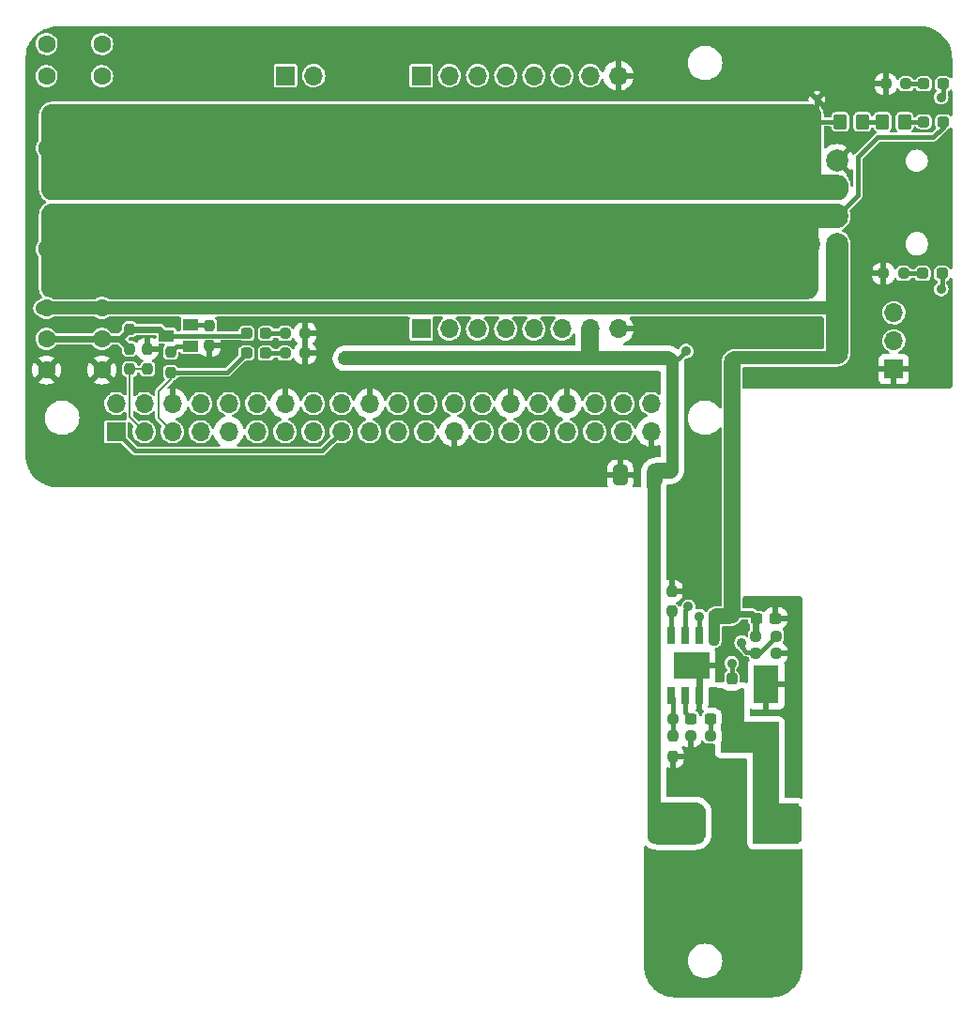
<source format=gbl>
G04 #@! TF.GenerationSoftware,KiCad,Pcbnew,(5.99.0-12980-gcf6acae791)*
G04 #@! TF.CreationDate,2022-01-10T16:17:47+01:00*
G04 #@! TF.ProjectId,ARM_RPI4_HAT,41524d5f-5250-4493-945f-4841542e6b69,rev?*
G04 #@! TF.SameCoordinates,Original*
G04 #@! TF.FileFunction,Copper,L2,Bot*
G04 #@! TF.FilePolarity,Positive*
%FSLAX46Y46*%
G04 Gerber Fmt 4.6, Leading zero omitted, Abs format (unit mm)*
G04 Created by KiCad (PCBNEW (5.99.0-12980-gcf6acae791)) date 2022-01-10 16:17:47*
%MOMM*%
%LPD*%
G01*
G04 APERTURE LIST*
G04 Aperture macros list*
%AMRoundRect*
0 Rectangle with rounded corners*
0 $1 Rounding radius*
0 $2 $3 $4 $5 $6 $7 $8 $9 X,Y pos of 4 corners*
0 Add a 4 corners polygon primitive as box body*
4,1,4,$2,$3,$4,$5,$6,$7,$8,$9,$2,$3,0*
0 Add four circle primitives for the rounded corners*
1,1,$1+$1,$2,$3*
1,1,$1+$1,$4,$5*
1,1,$1+$1,$6,$7*
1,1,$1+$1,$8,$9*
0 Add four rect primitives between the rounded corners*
20,1,$1+$1,$2,$3,$4,$5,0*
20,1,$1+$1,$4,$5,$6,$7,0*
20,1,$1+$1,$6,$7,$8,$9,0*
20,1,$1+$1,$8,$9,$2,$3,0*%
G04 Aperture macros list end*
G04 #@! TA.AperFunction,ComponentPad*
%ADD10C,2.000000*%
G04 #@! TD*
G04 #@! TA.AperFunction,ComponentPad*
%ADD11C,1.600000*%
G04 #@! TD*
G04 #@! TA.AperFunction,ComponentPad*
%ADD12R,1.700000X1.700000*%
G04 #@! TD*
G04 #@! TA.AperFunction,ComponentPad*
%ADD13O,1.700000X1.700000*%
G04 #@! TD*
G04 #@! TA.AperFunction,SMDPad,CuDef*
%ADD14RoundRect,0.237500X-0.287500X-0.237500X0.287500X-0.237500X0.287500X0.237500X-0.287500X0.237500X0*%
G04 #@! TD*
G04 #@! TA.AperFunction,SMDPad,CuDef*
%ADD15RoundRect,0.237500X-0.250000X-0.237500X0.250000X-0.237500X0.250000X0.237500X-0.250000X0.237500X0*%
G04 #@! TD*
G04 #@! TA.AperFunction,SMDPad,CuDef*
%ADD16C,0.500000*%
G04 #@! TD*
G04 #@! TA.AperFunction,SMDPad,CuDef*
%ADD17RoundRect,0.237500X0.250000X0.237500X-0.250000X0.237500X-0.250000X-0.237500X0.250000X-0.237500X0*%
G04 #@! TD*
G04 #@! TA.AperFunction,SMDPad,CuDef*
%ADD18RoundRect,0.237500X-0.237500X0.250000X-0.237500X-0.250000X0.237500X-0.250000X0.237500X0.250000X0*%
G04 #@! TD*
G04 #@! TA.AperFunction,SMDPad,CuDef*
%ADD19R,0.700000X1.525000*%
G04 #@! TD*
G04 #@! TA.AperFunction,SMDPad,CuDef*
%ADD20R,3.200000X2.400000*%
G04 #@! TD*
G04 #@! TA.AperFunction,SMDPad,CuDef*
%ADD21RoundRect,0.237500X0.237500X-0.250000X0.237500X0.250000X-0.237500X0.250000X-0.237500X-0.250000X0*%
G04 #@! TD*
G04 #@! TA.AperFunction,SMDPad,CuDef*
%ADD22RoundRect,0.312200X-1.248800X-1.313300X1.248800X-1.313300X1.248800X1.313300X-1.248800X1.313300X0*%
G04 #@! TD*
G04 #@! TA.AperFunction,SMDPad,CuDef*
%ADD23RoundRect,0.237500X-0.300000X-0.237500X0.300000X-0.237500X0.300000X0.237500X-0.300000X0.237500X0*%
G04 #@! TD*
G04 #@! TA.AperFunction,SMDPad,CuDef*
%ADD24RoundRect,0.250000X0.412500X0.650000X-0.412500X0.650000X-0.412500X-0.650000X0.412500X-0.650000X0*%
G04 #@! TD*
G04 #@! TA.AperFunction,SMDPad,CuDef*
%ADD25RoundRect,0.250000X-0.350000X-0.450000X0.350000X-0.450000X0.350000X0.450000X-0.350000X0.450000X0*%
G04 #@! TD*
G04 #@! TA.AperFunction,SMDPad,CuDef*
%ADD26RoundRect,0.237500X0.237500X-0.300000X0.237500X0.300000X-0.237500X0.300000X-0.237500X-0.300000X0*%
G04 #@! TD*
G04 #@! TA.AperFunction,SMDPad,CuDef*
%ADD27RoundRect,0.237500X0.287500X0.237500X-0.287500X0.237500X-0.287500X-0.237500X0.287500X-0.237500X0*%
G04 #@! TD*
G04 #@! TA.AperFunction,SMDPad,CuDef*
%ADD28R,1.400000X1.000000*%
G04 #@! TD*
G04 #@! TA.AperFunction,SMDPad,CuDef*
%ADD29R,2.300000X3.500000*%
G04 #@! TD*
G04 #@! TA.AperFunction,ViaPad*
%ADD30C,0.900000*%
G04 #@! TD*
G04 #@! TA.AperFunction,Conductor*
%ADD31C,0.400000*%
G04 #@! TD*
G04 #@! TA.AperFunction,Conductor*
%ADD32C,0.600000*%
G04 #@! TD*
G04 #@! TA.AperFunction,Conductor*
%ADD33C,0.200000*%
G04 #@! TD*
G04 APERTURE END LIST*
G36*
X271850000Y-69800000D02*
G01*
X271350000Y-69800000D01*
X271350000Y-68800000D01*
X271850000Y-68800000D01*
X271850000Y-69800000D01*
G37*
D10*
X273420000Y-81825000D03*
X273420000Y-79325000D03*
X273400000Y-76825000D03*
X273400000Y-74325000D03*
X270920000Y-81825000D03*
X270920000Y-79325000D03*
X270920000Y-76825000D03*
X270920000Y-74325000D03*
D11*
X202100000Y-90400000D03*
X207100000Y-90400000D03*
X202100000Y-66700000D03*
X207100000Y-66700000D03*
X202100000Y-87600000D03*
X207100000Y-87600000D03*
X202100000Y-93200000D03*
X207100000Y-93200000D03*
X202100000Y-63800000D03*
X207100000Y-63800000D03*
X202100000Y-82300000D03*
X207100000Y-82300000D03*
X202100000Y-73200000D03*
X207100000Y-73200000D03*
D12*
X208370000Y-98770000D03*
D13*
X208370000Y-96230000D03*
X210910000Y-98770000D03*
X210910000Y-96230000D03*
X213450000Y-98770000D03*
X213450000Y-96230000D03*
X215990000Y-98770000D03*
X215990000Y-96230000D03*
X218530000Y-98770000D03*
X218530000Y-96230000D03*
X221070000Y-98770000D03*
X221070000Y-96230000D03*
X223610000Y-98770000D03*
X223610000Y-96230000D03*
X226150000Y-98770000D03*
X226150000Y-96230000D03*
X228690000Y-98770000D03*
X228690000Y-96230000D03*
X231230000Y-98770000D03*
X231230000Y-96230000D03*
X233770000Y-98770000D03*
X233770000Y-96230000D03*
X236310000Y-98770000D03*
X236310000Y-96230000D03*
X238850000Y-98770000D03*
X238850000Y-96230000D03*
X241390000Y-98770000D03*
X241390000Y-96230000D03*
X243930000Y-98770000D03*
X243930000Y-96230000D03*
X246470000Y-98770000D03*
X246470000Y-96230000D03*
X249010000Y-98770000D03*
X249010000Y-96230000D03*
X251550000Y-98770000D03*
X251550000Y-96230000D03*
X254090000Y-98770000D03*
X254090000Y-96230000D03*
X256630000Y-98770000D03*
X256630000Y-96230000D03*
D14*
X281225000Y-70800000D03*
X282975000Y-70800000D03*
D15*
X266087500Y-117200000D03*
X267912500Y-117200000D03*
D16*
X271600000Y-68800000D03*
X271600000Y-69800000D03*
D17*
X279612500Y-67400000D03*
X277787500Y-67400000D03*
D18*
X211200000Y-91287500D03*
X211200000Y-93112500D03*
D19*
X262205000Y-122580750D03*
X260935000Y-122580750D03*
X259665000Y-122580750D03*
X258395000Y-122580750D03*
X258395000Y-117156750D03*
X259665000Y-117156750D03*
X260935000Y-117156750D03*
X262205000Y-117156750D03*
D20*
X260300000Y-119868750D03*
D21*
X258500000Y-114962500D03*
X258500000Y-113137500D03*
D22*
X259729000Y-134150000D03*
X268671000Y-134150000D03*
D23*
X266137500Y-115600000D03*
X267862500Y-115600000D03*
D24*
X256962500Y-102700000D03*
X253837500Y-102700000D03*
D12*
X278525000Y-93125000D03*
D13*
X278525000Y-90585000D03*
X278525000Y-88045000D03*
D21*
X209600000Y-93112500D03*
X209600000Y-91287500D03*
D12*
X235900000Y-66650000D03*
D13*
X238440000Y-66650000D03*
X240980000Y-66650000D03*
X243520000Y-66650000D03*
X246060000Y-66650000D03*
X248600000Y-66650000D03*
X251140000Y-66650000D03*
X253680000Y-66650000D03*
D21*
X209600000Y-89512500D03*
X209600000Y-87687500D03*
X213300000Y-93412500D03*
X213300000Y-91587500D03*
D14*
X281225000Y-67400000D03*
X282975000Y-67400000D03*
D15*
X223600000Y-91700000D03*
X225425000Y-91700000D03*
D25*
X273700000Y-70800000D03*
X275700000Y-70800000D03*
D26*
X263900000Y-122793750D03*
X263900000Y-121068750D03*
D23*
X260237500Y-124650000D03*
X261962500Y-124650000D03*
D15*
X223612500Y-89900000D03*
X225437500Y-89900000D03*
D12*
X223650000Y-66650000D03*
D13*
X226190000Y-66650000D03*
D12*
X235900000Y-89500000D03*
D13*
X238440000Y-89500000D03*
X240980000Y-89500000D03*
X243520000Y-89500000D03*
X246060000Y-89500000D03*
X248600000Y-89500000D03*
X251140000Y-89500000D03*
X253680000Y-89500000D03*
D25*
X277500000Y-70800000D03*
X279500000Y-70800000D03*
D14*
X281125000Y-84500000D03*
X282875000Y-84500000D03*
D18*
X258600000Y-126237500D03*
X258600000Y-128062500D03*
D21*
X216800000Y-91012500D03*
X216800000Y-89187500D03*
D27*
X221900000Y-89900000D03*
X220150000Y-89900000D03*
D15*
X266087500Y-118750000D03*
X267912500Y-118750000D03*
D28*
X215100000Y-91050000D03*
X212900000Y-90100000D03*
X215100000Y-89150000D03*
D15*
X256787500Y-124650000D03*
X258612500Y-124650000D03*
X260187500Y-126250000D03*
X262012500Y-126250000D03*
D27*
X221875000Y-91700000D03*
X220125000Y-91700000D03*
D29*
X267000000Y-126950000D03*
X267000000Y-121550000D03*
D17*
X279412500Y-84500000D03*
X277587500Y-84500000D03*
D30*
X263500000Y-118300000D03*
X263500000Y-117000000D03*
X229000000Y-92200000D03*
X231600000Y-92200000D03*
X282800000Y-85900000D03*
X259800000Y-91500000D03*
X230300000Y-92200000D03*
X269300000Y-66500000D03*
X263800000Y-130950000D03*
X270600000Y-66500000D03*
X261900000Y-92600000D03*
X268000000Y-66500000D03*
X266700000Y-66500000D03*
X217600000Y-66500000D03*
X255400000Y-89500000D03*
X215000000Y-66500000D03*
X261300000Y-119231250D03*
X260100000Y-113150000D03*
X259300000Y-119231250D03*
X218900000Y-66500000D03*
X260300000Y-119868750D03*
X272200000Y-94000000D03*
X273500000Y-94000000D03*
X259900000Y-129550000D03*
X261200000Y-130950000D03*
X262500000Y-130950000D03*
X262300000Y-89500000D03*
X259700000Y-89500000D03*
X261200000Y-129550000D03*
X270900000Y-94000000D03*
X261400000Y-111900000D03*
X261000000Y-89500000D03*
X260100000Y-111900000D03*
X262500000Y-129550000D03*
X269600000Y-94000000D03*
X259300000Y-120531250D03*
X261400000Y-113150000D03*
X259900000Y-130950000D03*
X256700000Y-89500000D03*
X261300000Y-120531250D03*
X263800000Y-129550000D03*
X263600000Y-89500000D03*
X216300000Y-66500000D03*
X282800000Y-68600000D03*
X263900000Y-119650000D03*
X261000000Y-115431250D03*
X264800000Y-117800000D03*
X260000000Y-114550000D03*
D31*
X266087500Y-118750000D02*
X266362500Y-118750000D01*
X266362500Y-118750000D02*
X267912500Y-117200000D01*
D32*
X265737500Y-115200000D02*
X264000000Y-115200000D01*
X266087500Y-115550000D02*
X265737500Y-115200000D01*
X266087500Y-117200000D02*
X266087500Y-115550000D01*
D31*
X265250000Y-118650000D02*
X266087500Y-118650000D01*
X264800000Y-118200000D02*
X265250000Y-118650000D01*
X264800000Y-117800000D02*
X264800000Y-118200000D01*
X259800000Y-91500000D02*
X259100000Y-92200000D01*
X259100000Y-92200000D02*
X258800000Y-92200000D01*
X210100000Y-100500000D02*
X226960000Y-100500000D01*
X226960000Y-100500000D02*
X228690000Y-98770000D01*
X208370000Y-98770000D02*
X210100000Y-100500000D01*
X282875000Y-84500000D02*
X282875000Y-85825000D01*
X282875000Y-85825000D02*
X282800000Y-85900000D01*
D32*
X260935000Y-120866250D02*
X260935000Y-122580750D01*
X260300000Y-119868750D02*
X260300000Y-120231250D01*
X260300000Y-120231250D02*
X260935000Y-120866250D01*
D33*
X210910000Y-98770000D02*
X209600000Y-97460000D01*
X209600000Y-97460000D02*
X209600000Y-93112500D01*
X209600000Y-93112500D02*
X211200000Y-93112500D01*
X212200000Y-97520000D02*
X212200000Y-95100000D01*
X212200000Y-95100000D02*
X213300000Y-94000000D01*
D31*
X218412500Y-93412500D02*
X220125000Y-91700000D01*
D33*
X213450000Y-98770000D02*
X212200000Y-97520000D01*
X213300000Y-94000000D02*
X213300000Y-93412500D01*
D31*
X213300000Y-93412500D02*
X218412500Y-93412500D01*
X271600000Y-69800000D02*
X271600000Y-70500000D01*
X271900000Y-70800000D02*
X273700000Y-70800000D01*
X271600000Y-70500000D02*
X271900000Y-70800000D01*
X275300000Y-74000000D02*
X275300000Y-77445000D01*
X275300000Y-77445000D02*
X273420000Y-79325000D01*
X277100000Y-72200000D02*
X275300000Y-74000000D01*
X282975000Y-70800000D02*
X282975000Y-71325000D01*
X282100000Y-72200000D02*
X277100000Y-72200000D01*
X282975000Y-71325000D02*
X282100000Y-72200000D01*
X282975000Y-67400000D02*
X282975000Y-68425000D01*
X282975000Y-68425000D02*
X282800000Y-68600000D01*
D32*
X209600000Y-89512500D02*
X212312500Y-89512500D01*
X202100000Y-90400000D02*
X207100000Y-90400000D01*
D31*
X219950000Y-90100000D02*
X212900000Y-90100000D01*
D32*
X212312500Y-89512500D02*
X212900000Y-90100000D01*
D31*
X220150000Y-89900000D02*
X219950000Y-90100000D01*
D32*
X208712500Y-90400000D02*
X209600000Y-91287500D01*
X207100000Y-90400000D02*
X208712500Y-90400000D01*
X208712500Y-90400000D02*
X209600000Y-89512500D01*
D31*
X260237500Y-124650000D02*
X259665000Y-124077500D01*
X259665000Y-124077500D02*
X259665000Y-122580750D01*
X261962500Y-126200000D02*
X262012500Y-126250000D01*
X261962500Y-124650000D02*
X261962500Y-126200000D01*
X263687000Y-122580750D02*
X263900000Y-122793750D01*
X260935000Y-115496250D02*
X260935000Y-117156750D01*
X263900000Y-119650000D02*
X263900000Y-121068750D01*
X261000000Y-115431250D02*
X260935000Y-115496250D01*
X258612500Y-124650000D02*
X258612500Y-122798250D01*
X258612500Y-122798250D02*
X258395000Y-122580750D01*
X258600000Y-124662500D02*
X258612500Y-124650000D01*
X258600000Y-126237500D02*
X258600000Y-124662500D01*
X258395000Y-117156750D02*
X258395000Y-115157500D01*
X258395000Y-115157500D02*
X258200000Y-114962500D01*
X259665000Y-117156750D02*
X259665000Y-114885000D01*
X259665000Y-114885000D02*
X260000000Y-114550000D01*
X223612500Y-89900000D02*
X221900000Y-89900000D01*
X223600000Y-91700000D02*
X221875000Y-91700000D01*
X215100000Y-91050000D02*
X213837500Y-91050000D01*
X213837500Y-91050000D02*
X213300000Y-91587500D01*
X215100000Y-89150000D02*
X216762500Y-89150000D01*
X216762500Y-89150000D02*
X216800000Y-89187500D01*
X275700000Y-70800000D02*
X277500000Y-70800000D01*
X279412500Y-84500000D02*
X281125000Y-84500000D01*
X279612500Y-67400000D02*
X281225000Y-67400000D01*
X279500000Y-70800000D02*
X281225000Y-70800000D01*
G04 #@! TA.AperFunction,Conductor*
G36*
X260383621Y-126016002D02*
G01*
X260430114Y-126069658D01*
X260441500Y-126122000D01*
X260441500Y-127214885D01*
X260445975Y-127230124D01*
X260447365Y-127231329D01*
X260455048Y-127233000D01*
X260483766Y-127233000D01*
X260490282Y-127232663D01*
X260584132Y-127222925D01*
X260597528Y-127220032D01*
X260748953Y-127169512D01*
X260762115Y-127163347D01*
X260897492Y-127079574D01*
X260908890Y-127070540D01*
X261021363Y-126957871D01*
X261030375Y-126946460D01*
X261113912Y-126810937D01*
X261120056Y-126797760D01*
X261145452Y-126721193D01*
X261185882Y-126662833D01*
X261251446Y-126635596D01*
X261321328Y-126648129D01*
X261369932Y-126695586D01*
X261371039Y-126694768D01*
X261449289Y-126800711D01*
X261456860Y-126806303D01*
X261547655Y-126873365D01*
X261547657Y-126873366D01*
X261555232Y-126878961D01*
X261564119Y-126882082D01*
X261564121Y-126882083D01*
X261672252Y-126920056D01*
X261672254Y-126920057D01*
X261679500Y-126922601D01*
X261687144Y-126923324D01*
X261687146Y-126923324D01*
X261695121Y-126924078D01*
X261710167Y-126925500D01*
X261744758Y-126925500D01*
X262266000Y-126925499D01*
X262334121Y-126945501D01*
X262380614Y-126999157D01*
X262392000Y-127051499D01*
X262392000Y-127624000D01*
X262403609Y-127731980D01*
X262414995Y-127784322D01*
X262449293Y-127887372D01*
X262527465Y-128009010D01*
X262573958Y-128062666D01*
X262683234Y-128157355D01*
X262814760Y-128217421D01*
X262838514Y-128224396D01*
X262878558Y-128236154D01*
X262878562Y-128236155D01*
X262882881Y-128237423D01*
X262887329Y-128238063D01*
X262887336Y-128238064D01*
X263021552Y-128257361D01*
X263021559Y-128257362D01*
X263026000Y-128258000D01*
X265166000Y-128258000D01*
X265234121Y-128278002D01*
X265280614Y-128331658D01*
X265292000Y-128384000D01*
X265292000Y-135824000D01*
X265303609Y-135931980D01*
X265314995Y-135984322D01*
X265349293Y-136087372D01*
X265427465Y-136209010D01*
X265430407Y-136212405D01*
X265430409Y-136212408D01*
X265467135Y-136254792D01*
X265473958Y-136262666D01*
X265583234Y-136357355D01*
X265714760Y-136417421D01*
X265727828Y-136421258D01*
X265778558Y-136436154D01*
X265778562Y-136436155D01*
X265782881Y-136437423D01*
X265787329Y-136438063D01*
X265787336Y-136438064D01*
X265921552Y-136457361D01*
X265921559Y-136457362D01*
X265926000Y-136458000D01*
X269844680Y-136458000D01*
X269952660Y-136446391D01*
X269955944Y-136445677D01*
X269955948Y-136445676D01*
X269981019Y-136440222D01*
X270005002Y-136435005D01*
X270108052Y-136400707D01*
X270108683Y-136402602D01*
X270168376Y-136392925D01*
X270233474Y-136421258D01*
X270272921Y-136480287D01*
X270278680Y-136517944D01*
X270278680Y-146962976D01*
X270276727Y-146980184D01*
X270276717Y-146985813D01*
X270273537Y-146999642D01*
X270276668Y-147013481D01*
X270276643Y-147027669D01*
X270276023Y-147027668D01*
X270276683Y-147035557D01*
X270267363Y-147201515D01*
X270261471Y-147306435D01*
X270259890Y-147320471D01*
X270243968Y-147414179D01*
X270209663Y-147616082D01*
X270206519Y-147629857D01*
X270123511Y-147917983D01*
X270118844Y-147931320D01*
X270004101Y-148208337D01*
X269997972Y-148221064D01*
X269852927Y-148483502D01*
X269845420Y-148495450D01*
X269769680Y-148602196D01*
X269671901Y-148740002D01*
X269663091Y-148751048D01*
X269463294Y-148974622D01*
X269453302Y-148984614D01*
X269229728Y-149184411D01*
X269218682Y-149193221D01*
X268974130Y-149366740D01*
X268962182Y-149374247D01*
X268699744Y-149519292D01*
X268687021Y-149525419D01*
X268579616Y-149569908D01*
X268410000Y-149640164D01*
X268396663Y-149644831D01*
X268108537Y-149727839D01*
X268094762Y-149730983D01*
X267946959Y-149756096D01*
X267799151Y-149781210D01*
X267785119Y-149782791D01*
X267514806Y-149797971D01*
X267507056Y-149797310D01*
X267507055Y-149798061D01*
X267492865Y-149798036D01*
X267479038Y-149794857D01*
X267465199Y-149797988D01*
X267460310Y-149797980D01*
X267442232Y-149800000D01*
X258857763Y-149800000D01*
X258839666Y-149797979D01*
X258834791Y-149797988D01*
X258820952Y-149794857D01*
X258807123Y-149798038D01*
X258792938Y-149798063D01*
X258792937Y-149797443D01*
X258785049Y-149798129D01*
X258512924Y-149783814D01*
X258498878Y-149782282D01*
X258201906Y-149732906D01*
X258188121Y-149729810D01*
X258188079Y-149729798D01*
X257898559Y-149647497D01*
X257885208Y-149642879D01*
X257885194Y-149642873D01*
X257606669Y-149528658D01*
X257593917Y-149522572D01*
X257345120Y-149386215D01*
X257329923Y-149377886D01*
X257317943Y-149370417D01*
X257071811Y-149197084D01*
X257060733Y-149188314D01*
X257010966Y-149144156D01*
X256835548Y-148988506D01*
X256825532Y-148978561D01*
X256624134Y-148754797D01*
X256615287Y-148743783D01*
X256440218Y-148498887D01*
X256432659Y-148486950D01*
X256286102Y-148223981D01*
X256279926Y-148211272D01*
X256214670Y-148055294D01*
X256163739Y-147933557D01*
X256159028Y-147920244D01*
X256074666Y-147631264D01*
X256071473Y-147617500D01*
X256036186Y-147414179D01*
X256019996Y-147320891D01*
X256018365Y-147306862D01*
X256012075Y-147201515D01*
X256002156Y-147035404D01*
X256002792Y-147027659D01*
X256002037Y-147027660D01*
X256002012Y-147013473D01*
X256005143Y-146999632D01*
X256001962Y-146985802D01*
X256001952Y-146980166D01*
X256000000Y-146962968D01*
X256000000Y-146500000D01*
X259944706Y-146500000D01*
X259963854Y-146743302D01*
X260020828Y-146980612D01*
X260022718Y-146985175D01*
X260022720Y-146985181D01*
X260043588Y-147035561D01*
X260114223Y-147206089D01*
X260241741Y-147414179D01*
X260400241Y-147599759D01*
X260585821Y-147758259D01*
X260793911Y-147885777D01*
X260798481Y-147887670D01*
X260798485Y-147887672D01*
X261014819Y-147977280D01*
X261014825Y-147977282D01*
X261019388Y-147979172D01*
X261024188Y-147980324D01*
X261024193Y-147980326D01*
X261132702Y-148006377D01*
X261256698Y-148036146D01*
X261500000Y-148055294D01*
X261743302Y-148036146D01*
X261867298Y-148006377D01*
X261975807Y-147980326D01*
X261975812Y-147980324D01*
X261980612Y-147979172D01*
X261985175Y-147977282D01*
X261985181Y-147977280D01*
X262201515Y-147887672D01*
X262201519Y-147887670D01*
X262206089Y-147885777D01*
X262414179Y-147758259D01*
X262599759Y-147599759D01*
X262758259Y-147414179D01*
X262885777Y-147206089D01*
X262956412Y-147035561D01*
X262977280Y-146985181D01*
X262977282Y-146985175D01*
X262979172Y-146980612D01*
X263036146Y-146743302D01*
X263055294Y-146500000D01*
X263036146Y-146256698D01*
X262979172Y-146019388D01*
X262977282Y-146014825D01*
X262977280Y-146014819D01*
X262887672Y-145798485D01*
X262887670Y-145798481D01*
X262885777Y-145793911D01*
X262758259Y-145585821D01*
X262599759Y-145400241D01*
X262414179Y-145241741D01*
X262206089Y-145114223D01*
X262201519Y-145112330D01*
X262201515Y-145112328D01*
X261985181Y-145022720D01*
X261985175Y-145022718D01*
X261980612Y-145020828D01*
X261975812Y-145019676D01*
X261975807Y-145019674D01*
X261867298Y-144993623D01*
X261743302Y-144963854D01*
X261500000Y-144944706D01*
X261256698Y-144963854D01*
X261132702Y-144993623D01*
X261024193Y-145019674D01*
X261024188Y-145019676D01*
X261019388Y-145020828D01*
X261014825Y-145022718D01*
X261014819Y-145022720D01*
X260798485Y-145112328D01*
X260798481Y-145112330D01*
X260793911Y-145114223D01*
X260585821Y-145241741D01*
X260400241Y-145400241D01*
X260241741Y-145585821D01*
X260114223Y-145793911D01*
X260112330Y-145798481D01*
X260112328Y-145798485D01*
X260022720Y-146014819D01*
X260022718Y-146014825D01*
X260020828Y-146019388D01*
X259963854Y-146256698D01*
X259944706Y-146500000D01*
X256000000Y-146500000D01*
X256000000Y-136226176D01*
X256020002Y-136158055D01*
X256073658Y-136111562D01*
X256143932Y-136101458D01*
X256205933Y-136128776D01*
X256307840Y-136212408D01*
X256312571Y-136216291D01*
X256352608Y-136245985D01*
X256373135Y-136259701D01*
X256415897Y-136285332D01*
X256417255Y-136286058D01*
X256417257Y-136286059D01*
X256508111Y-136334622D01*
X256508118Y-136334626D01*
X256565541Y-136365319D01*
X256565560Y-136365328D01*
X256566906Y-136366048D01*
X256568313Y-136366713D01*
X256568322Y-136366718D01*
X256603183Y-136383206D01*
X256611949Y-136387352D01*
X256634768Y-136396805D01*
X256636216Y-136397323D01*
X256636226Y-136397327D01*
X256680269Y-136413087D01*
X256680285Y-136413092D01*
X256681729Y-136413609D01*
X256694296Y-136417421D01*
X256844104Y-136462864D01*
X256844116Y-136462867D01*
X256845582Y-136463312D01*
X256870022Y-136469433D01*
X256892479Y-136475058D01*
X256892495Y-136475062D01*
X256893958Y-136475428D01*
X256918175Y-136480244D01*
X256919713Y-136480472D01*
X256919718Y-136480473D01*
X256965918Y-136487326D01*
X256965936Y-136487328D01*
X256967465Y-136487555D01*
X256969012Y-136487707D01*
X256969017Y-136487708D01*
X257143268Y-136504871D01*
X257143287Y-136504873D01*
X257144042Y-136504947D01*
X257168899Y-136506781D01*
X257177407Y-136507199D01*
X257180433Y-136507348D01*
X257180442Y-136507348D01*
X257181249Y-136507388D01*
X257186407Y-136507515D01*
X257205449Y-136507982D01*
X257205458Y-136507982D01*
X257206187Y-136508000D01*
X260593813Y-136508000D01*
X260594542Y-136507982D01*
X260594551Y-136507982D01*
X260613593Y-136507515D01*
X260618751Y-136507388D01*
X260619558Y-136507348D01*
X260619567Y-136507348D01*
X260622593Y-136507199D01*
X260631101Y-136506781D01*
X260655958Y-136504947D01*
X260656713Y-136504873D01*
X260656732Y-136504871D01*
X260830983Y-136487708D01*
X260830988Y-136487707D01*
X260832535Y-136487555D01*
X260834064Y-136487328D01*
X260834082Y-136487326D01*
X260880282Y-136480473D01*
X260880287Y-136480472D01*
X260881825Y-136480244D01*
X260906042Y-136475428D01*
X260907505Y-136475062D01*
X260907521Y-136475058D01*
X260929978Y-136469433D01*
X260954418Y-136463312D01*
X260955884Y-136462867D01*
X260955896Y-136462864D01*
X261105704Y-136417421D01*
X261118271Y-136413609D01*
X261119715Y-136413092D01*
X261119731Y-136413087D01*
X261163774Y-136397327D01*
X261163784Y-136397323D01*
X261165232Y-136396805D01*
X261188051Y-136387352D01*
X261196817Y-136383206D01*
X261231678Y-136366718D01*
X261231687Y-136366713D01*
X261233094Y-136366048D01*
X261234440Y-136365328D01*
X261234459Y-136365319D01*
X261291882Y-136334626D01*
X261291889Y-136334622D01*
X261382743Y-136286059D01*
X261382745Y-136286058D01*
X261384103Y-136285332D01*
X261426865Y-136259701D01*
X261447392Y-136245985D01*
X261487429Y-136216291D01*
X261488627Y-136215308D01*
X261618597Y-136108645D01*
X261618604Y-136108639D01*
X261619792Y-136107664D01*
X261656731Y-136074184D01*
X261674184Y-136056731D01*
X261707664Y-136019792D01*
X261736774Y-135984322D01*
X261815308Y-135888627D01*
X261815311Y-135888623D01*
X261816291Y-135887429D01*
X261845985Y-135847392D01*
X261859703Y-135826862D01*
X261858429Y-135826011D01*
X261867572Y-135808047D01*
X261882570Y-135787825D01*
X261882571Y-135787824D01*
X261885337Y-135784094D01*
X261966046Y-135633096D01*
X261987355Y-135588044D01*
X261996808Y-135565224D01*
X262013608Y-135518271D01*
X262063311Y-135354419D01*
X262075427Y-135306050D01*
X262080244Y-135281830D01*
X262087556Y-135232530D01*
X262087704Y-135231022D01*
X262087707Y-135231002D01*
X262104866Y-135056782D01*
X262104868Y-135056754D01*
X262104947Y-135055956D01*
X262106781Y-135031101D01*
X262107388Y-135018751D01*
X262108000Y-134993813D01*
X262108000Y-133206187D01*
X262107388Y-133181249D01*
X262106781Y-133168899D01*
X262104947Y-133144044D01*
X262104866Y-133143218D01*
X262087707Y-132968998D01*
X262087704Y-132968978D01*
X262087556Y-132967470D01*
X262080244Y-132918170D01*
X262075427Y-132893950D01*
X262063312Y-132845582D01*
X262013609Y-132681729D01*
X261996805Y-132634768D01*
X261987352Y-132611949D01*
X261966046Y-132566903D01*
X261885336Y-132415904D01*
X261859703Y-132373138D01*
X261845985Y-132352608D01*
X261816291Y-132312571D01*
X261707664Y-132180208D01*
X261674184Y-132143269D01*
X261656731Y-132125816D01*
X261619792Y-132092336D01*
X261487429Y-131983709D01*
X261447392Y-131954015D01*
X261426865Y-131940299D01*
X261384100Y-131914667D01*
X261233098Y-131833955D01*
X261215949Y-131825844D01*
X261189436Y-131813303D01*
X261189423Y-131813297D01*
X261188044Y-131812645D01*
X261183211Y-131810643D01*
X261166632Y-131803775D01*
X261166623Y-131803772D01*
X261165224Y-131803192D01*
X261118271Y-131786392D01*
X260954419Y-131736689D01*
X260906042Y-131724572D01*
X260904524Y-131724270D01*
X260904519Y-131724269D01*
X260893934Y-131722164D01*
X260881825Y-131719756D01*
X260880287Y-131719528D01*
X260880282Y-131719527D01*
X260834082Y-131712674D01*
X260834064Y-131712672D01*
X260832535Y-131712445D01*
X260830988Y-131712293D01*
X260830983Y-131712292D01*
X260656732Y-131695129D01*
X260656713Y-131695127D01*
X260655958Y-131695053D01*
X260631101Y-131693219D01*
X260622593Y-131692801D01*
X260619567Y-131692652D01*
X260619558Y-131692652D01*
X260618751Y-131692612D01*
X260613593Y-131692485D01*
X260594551Y-131692018D01*
X260594542Y-131692018D01*
X260593813Y-131692000D01*
X258134000Y-131692000D01*
X258065879Y-131671998D01*
X258019386Y-131618342D01*
X258008000Y-131566000D01*
X258008000Y-129154925D01*
X258028002Y-129086804D01*
X258081658Y-129040311D01*
X258151932Y-129030207D01*
X258173666Y-129035332D01*
X258203762Y-129045314D01*
X258217132Y-129048181D01*
X258309770Y-129057672D01*
X258316185Y-129058000D01*
X258327885Y-129058000D01*
X258343124Y-129053525D01*
X258344329Y-129052135D01*
X258346000Y-129044452D01*
X258346000Y-129039885D01*
X258854000Y-129039885D01*
X258858475Y-129055124D01*
X258859865Y-129056329D01*
X258867548Y-129058000D01*
X258883766Y-129058000D01*
X258890282Y-129057663D01*
X258984132Y-129047925D01*
X258997528Y-129045032D01*
X259148953Y-128994512D01*
X259162115Y-128988347D01*
X259297492Y-128904574D01*
X259308890Y-128895540D01*
X259421363Y-128782871D01*
X259430375Y-128771460D01*
X259513912Y-128635937D01*
X259520056Y-128622759D01*
X259570315Y-128471234D01*
X259573181Y-128457868D01*
X259582672Y-128365230D01*
X259583000Y-128358815D01*
X259583000Y-128334615D01*
X259578525Y-128319376D01*
X259577135Y-128318171D01*
X259569452Y-128316500D01*
X258872115Y-128316500D01*
X258856876Y-128320975D01*
X258855671Y-128322365D01*
X258854000Y-128330048D01*
X258854000Y-129039885D01*
X258346000Y-129039885D01*
X258346000Y-127934500D01*
X258366002Y-127866379D01*
X258419658Y-127819886D01*
X258472000Y-127808500D01*
X259564885Y-127808500D01*
X259580124Y-127804025D01*
X259581329Y-127802635D01*
X259583000Y-127794952D01*
X259583000Y-127766234D01*
X259582663Y-127759718D01*
X259572925Y-127665868D01*
X259570032Y-127652472D01*
X259519512Y-127501047D01*
X259513347Y-127487885D01*
X259429574Y-127352508D01*
X259420536Y-127341105D01*
X259408943Y-127329532D01*
X259374864Y-127267250D01*
X259379867Y-127196430D01*
X259422365Y-127139557D01*
X259488864Y-127114689D01*
X259564077Y-127133100D01*
X259614063Y-127163912D01*
X259627241Y-127170056D01*
X259778766Y-127220315D01*
X259792132Y-127223181D01*
X259884770Y-127232672D01*
X259891185Y-127233000D01*
X259915385Y-127233000D01*
X259930624Y-127228525D01*
X259931829Y-127227135D01*
X259933500Y-127219452D01*
X259933500Y-126122000D01*
X259953502Y-126053879D01*
X260007158Y-126007386D01*
X260059500Y-125996000D01*
X260315500Y-125996000D01*
X260383621Y-126016002D01*
G37*
G04 #@! TD.AperFunction*
G04 #@! TA.AperFunction,Conductor*
G36*
X270095633Y-113620002D02*
G01*
X270107446Y-113628601D01*
X270176194Y-113685021D01*
X270193659Y-113702486D01*
X270250079Y-113771234D01*
X270277833Y-113836582D01*
X270278680Y-113851168D01*
X270278680Y-131738250D01*
X270258678Y-131806371D01*
X270205022Y-131852864D01*
X270134748Y-131862968D01*
X270100338Y-131852864D01*
X270060538Y-131834688D01*
X270055920Y-131832579D01*
X270032166Y-131825604D01*
X269992122Y-131813846D01*
X269992118Y-131813845D01*
X269987799Y-131812577D01*
X269983351Y-131811937D01*
X269983344Y-131811936D01*
X269849128Y-131792639D01*
X269849121Y-131792638D01*
X269844680Y-131792000D01*
X268834000Y-131792000D01*
X268765879Y-131771998D01*
X268719386Y-131718342D01*
X268708000Y-131666000D01*
X268708000Y-125076000D01*
X268696391Y-124968020D01*
X268695268Y-124962855D01*
X268685722Y-124918975D01*
X268685005Y-124915678D01*
X268650707Y-124812628D01*
X268572535Y-124690990D01*
X268526042Y-124637334D01*
X268416766Y-124542645D01*
X268285240Y-124482579D01*
X268261486Y-124475604D01*
X268221442Y-124463846D01*
X268221438Y-124463845D01*
X268217119Y-124462577D01*
X268212671Y-124461937D01*
X268212664Y-124461936D01*
X268078448Y-124442639D01*
X268078441Y-124442638D01*
X268074000Y-124442000D01*
X265634000Y-124442000D01*
X265565879Y-124421998D01*
X265519386Y-124368342D01*
X265508000Y-124316000D01*
X265508000Y-123896155D01*
X265528002Y-123828034D01*
X265581658Y-123781541D01*
X265651932Y-123771437D01*
X265678230Y-123778173D01*
X265732394Y-123798478D01*
X265747649Y-123802105D01*
X265798514Y-123807631D01*
X265805328Y-123808000D01*
X266727885Y-123808000D01*
X266743124Y-123803525D01*
X266744329Y-123802135D01*
X266746000Y-123794452D01*
X266746000Y-123789884D01*
X267254000Y-123789884D01*
X267258475Y-123805123D01*
X267259865Y-123806328D01*
X267267548Y-123807999D01*
X268194669Y-123807999D01*
X268201490Y-123807629D01*
X268252352Y-123802105D01*
X268267604Y-123798479D01*
X268388054Y-123753324D01*
X268403649Y-123744786D01*
X268505724Y-123668285D01*
X268518285Y-123655724D01*
X268594786Y-123553649D01*
X268603324Y-123538054D01*
X268648478Y-123417606D01*
X268652105Y-123402351D01*
X268657631Y-123351486D01*
X268658000Y-123344672D01*
X268658000Y-121822115D01*
X268653525Y-121806876D01*
X268652135Y-121805671D01*
X268644452Y-121804000D01*
X267272115Y-121804000D01*
X267256876Y-121808475D01*
X267255671Y-121809865D01*
X267254000Y-121817548D01*
X267254000Y-123789884D01*
X266746000Y-123789884D01*
X266746000Y-121422000D01*
X266766002Y-121353879D01*
X266819658Y-121307386D01*
X266872000Y-121296000D01*
X268639884Y-121296000D01*
X268655123Y-121291525D01*
X268656328Y-121290135D01*
X268657999Y-121282452D01*
X268657999Y-119755331D01*
X268657629Y-119748510D01*
X268652105Y-119697648D01*
X268648478Y-119682394D01*
X268642461Y-119666342D01*
X268637278Y-119595535D01*
X268671270Y-119533095D01*
X268746363Y-119457871D01*
X268755375Y-119446460D01*
X268838912Y-119310937D01*
X268845056Y-119297759D01*
X268895315Y-119146234D01*
X268898181Y-119132868D01*
X268907672Y-119040230D01*
X268908000Y-119033815D01*
X268908000Y-119022115D01*
X268903525Y-119006876D01*
X268902135Y-119005671D01*
X268894452Y-119004000D01*
X267784500Y-119004000D01*
X267716379Y-118983998D01*
X267669886Y-118930342D01*
X267658500Y-118878000D01*
X267658500Y-118622000D01*
X267678502Y-118553879D01*
X267732158Y-118507386D01*
X267784500Y-118496000D01*
X268889885Y-118496000D01*
X268905124Y-118491525D01*
X268906329Y-118490135D01*
X268908000Y-118482452D01*
X268908000Y-118466234D01*
X268907663Y-118459718D01*
X268897925Y-118365868D01*
X268895032Y-118352472D01*
X268844512Y-118201047D01*
X268838347Y-118187885D01*
X268754574Y-118052508D01*
X268745540Y-118041110D01*
X268632871Y-117928637D01*
X268621460Y-117919625D01*
X268552223Y-117876947D01*
X268504730Y-117824175D01*
X268493306Y-117754103D01*
X268516987Y-117694829D01*
X268548363Y-117652349D01*
X268548366Y-117652342D01*
X268553961Y-117644768D01*
X268557280Y-117635319D01*
X268595056Y-117527748D01*
X268595057Y-117527746D01*
X268597601Y-117520500D01*
X268600500Y-117489833D01*
X268600499Y-116910168D01*
X268597601Y-116879500D01*
X268553961Y-116755232D01*
X268521116Y-116710762D01*
X268491643Y-116670859D01*
X268467261Y-116604180D01*
X268482798Y-116534905D01*
X268526693Y-116488855D01*
X268622492Y-116429573D01*
X268633890Y-116420540D01*
X268746363Y-116307871D01*
X268755375Y-116296460D01*
X268838912Y-116160937D01*
X268845056Y-116147759D01*
X268895315Y-115996234D01*
X268898181Y-115982868D01*
X268907672Y-115890230D01*
X268908000Y-115883815D01*
X268908000Y-115872115D01*
X268903525Y-115856876D01*
X268902135Y-115855671D01*
X268894452Y-115854000D01*
X267734500Y-115854000D01*
X267666379Y-115833998D01*
X267619886Y-115780342D01*
X267608500Y-115728000D01*
X267608500Y-115327885D01*
X268116500Y-115327885D01*
X268120975Y-115343124D01*
X268122365Y-115344329D01*
X268130048Y-115346000D01*
X268889885Y-115346000D01*
X268905124Y-115341525D01*
X268906329Y-115340135D01*
X268908000Y-115332452D01*
X268908000Y-115316234D01*
X268907663Y-115309718D01*
X268897925Y-115215868D01*
X268895032Y-115202472D01*
X268844512Y-115051047D01*
X268838347Y-115037885D01*
X268754574Y-114902508D01*
X268745540Y-114891110D01*
X268632871Y-114778637D01*
X268621460Y-114769625D01*
X268485937Y-114686088D01*
X268472759Y-114679944D01*
X268321234Y-114629685D01*
X268307868Y-114626819D01*
X268215230Y-114617328D01*
X268208815Y-114617000D01*
X268134615Y-114617000D01*
X268119376Y-114621475D01*
X268118171Y-114622865D01*
X268116500Y-114630548D01*
X268116500Y-115327885D01*
X267608500Y-115327885D01*
X267608500Y-114635115D01*
X267604025Y-114619876D01*
X267602635Y-114618671D01*
X267594952Y-114617000D01*
X267516234Y-114617000D01*
X267509718Y-114617337D01*
X267415868Y-114627075D01*
X267402472Y-114629968D01*
X267251047Y-114680488D01*
X267237885Y-114686653D01*
X267102508Y-114770426D01*
X267091110Y-114779460D01*
X266978637Y-114892129D01*
X266969623Y-114903543D01*
X266911305Y-114998153D01*
X266858533Y-115045647D01*
X266788462Y-115057071D01*
X266729187Y-115033390D01*
X266652348Y-114976637D01*
X266652345Y-114976635D01*
X266644768Y-114971039D01*
X266635881Y-114967918D01*
X266635879Y-114967917D01*
X266527748Y-114929944D01*
X266527746Y-114929943D01*
X266520500Y-114927399D01*
X266512856Y-114926676D01*
X266512854Y-114926676D01*
X266504879Y-114925922D01*
X266489833Y-114924500D01*
X266223562Y-114924500D01*
X266155441Y-114904498D01*
X266127609Y-114880164D01*
X266127359Y-114879870D01*
X266122570Y-114872280D01*
X266082899Y-114837244D01*
X266077212Y-114831898D01*
X266065994Y-114820680D01*
X266062405Y-114817990D01*
X266057816Y-114814550D01*
X266049977Y-114808168D01*
X266021839Y-114783318D01*
X266015112Y-114777377D01*
X266006989Y-114773563D01*
X266003836Y-114771492D01*
X265990824Y-114763673D01*
X265987505Y-114761856D01*
X265980324Y-114756474D01*
X265936761Y-114740143D01*
X265927447Y-114736217D01*
X265893466Y-114720263D01*
X265893463Y-114720262D01*
X265885337Y-114716447D01*
X265876463Y-114715065D01*
X265872850Y-114713961D01*
X265858193Y-114710115D01*
X265854490Y-114709301D01*
X265846080Y-114706148D01*
X265799657Y-114702698D01*
X265789644Y-114701548D01*
X265776491Y-114699500D01*
X265761296Y-114699500D01*
X265751959Y-114699154D01*
X265736536Y-114698008D01*
X265703108Y-114695524D01*
X265694332Y-114697397D01*
X265685375Y-114698008D01*
X265685375Y-114698002D01*
X265671182Y-114699500D01*
X265026000Y-114699500D01*
X264957879Y-114679498D01*
X264911386Y-114625842D01*
X264900000Y-114573500D01*
X264900000Y-113726000D01*
X264920002Y-113657879D01*
X264973658Y-113611386D01*
X265026000Y-113600000D01*
X270027512Y-113600000D01*
X270095633Y-113620002D01*
G37*
G04 #@! TD.AperFunction*
G04 #@! TA.AperFunction,Conductor*
G36*
X261131121Y-122346752D02*
G01*
X261177614Y-122400408D01*
X261189000Y-122452750D01*
X261189000Y-123833134D01*
X261193475Y-123848373D01*
X261194865Y-123849578D01*
X261202548Y-123851249D01*
X261273657Y-123851249D01*
X261341778Y-123871251D01*
X261379653Y-123909125D01*
X261388920Y-123923544D01*
X261408922Y-123991663D01*
X261388921Y-124059784D01*
X261363454Y-124086961D01*
X261363525Y-124087032D01*
X261361352Y-124089205D01*
X261357779Y-124093018D01*
X261349289Y-124099289D01*
X261343697Y-124106860D01*
X261318531Y-124140933D01*
X261271039Y-124205232D01*
X261227399Y-124329500D01*
X261226677Y-124337143D01*
X261226676Y-124337145D01*
X261225440Y-124350222D01*
X261199114Y-124416157D01*
X261141320Y-124457393D01*
X261070407Y-124460837D01*
X261008889Y-124425396D01*
X260976298Y-124362322D01*
X260974558Y-124350212D01*
X260973324Y-124337151D01*
X260973323Y-124337145D01*
X260972601Y-124329500D01*
X260928961Y-124205232D01*
X260881470Y-124140933D01*
X260856303Y-124106860D01*
X260850711Y-124099289D01*
X260744768Y-124021039D01*
X260735880Y-124017918D01*
X260734649Y-124017266D01*
X260683804Y-123967715D01*
X260667821Y-123898541D01*
X260675384Y-123877438D01*
X260672493Y-123876809D01*
X260681000Y-123837702D01*
X260681000Y-122452750D01*
X260701002Y-122384629D01*
X260754658Y-122338136D01*
X260807000Y-122326750D01*
X261063000Y-122326750D01*
X261131121Y-122346752D01*
G37*
G04 #@! TD.AperFunction*
G04 #@! TA.AperFunction,Conductor*
G36*
X265341622Y-115720502D02*
G01*
X265388115Y-115774158D01*
X265399501Y-115826500D01*
X265399501Y-115889832D01*
X265402399Y-115920500D01*
X265404944Y-115927748D01*
X265404945Y-115927751D01*
X265420149Y-115971044D01*
X265446039Y-116044768D01*
X265524289Y-116150711D01*
X265533884Y-116157798D01*
X265535861Y-116159258D01*
X265578771Y-116215820D01*
X265587000Y-116260608D01*
X265587000Y-116539392D01*
X265566998Y-116607513D01*
X265535862Y-116640741D01*
X265524289Y-116649289D01*
X265446039Y-116755232D01*
X265402399Y-116879500D01*
X265399500Y-116910167D01*
X265399500Y-117181836D01*
X265379498Y-117249957D01*
X265325842Y-117296450D01*
X265255568Y-117306554D01*
X265189680Y-117275911D01*
X265179648Y-117266972D01*
X265179645Y-117266970D01*
X265173976Y-117261919D01*
X265034831Y-117188245D01*
X265018122Y-117184048D01*
X264889498Y-117151740D01*
X264889496Y-117151740D01*
X264882128Y-117149889D01*
X264874530Y-117149849D01*
X264874528Y-117149849D01*
X264807319Y-117149497D01*
X264724684Y-117149065D01*
X264717305Y-117150837D01*
X264717301Y-117150837D01*
X264578967Y-117184048D01*
X264578963Y-117184049D01*
X264571588Y-117185820D01*
X264431679Y-117258032D01*
X264425957Y-117263024D01*
X264425955Y-117263025D01*
X264318759Y-117356538D01*
X264318756Y-117356541D01*
X264313034Y-117361533D01*
X264222501Y-117490348D01*
X264165309Y-117637039D01*
X264158508Y-117688700D01*
X264148499Y-117764725D01*
X264144758Y-117793138D01*
X264162035Y-117949633D01*
X264216143Y-118097490D01*
X264220380Y-118103796D01*
X264220382Y-118103799D01*
X264238690Y-118131043D01*
X264303958Y-118228172D01*
X264309576Y-118233284D01*
X264398629Y-118314317D01*
X264433661Y-118368570D01*
X264438704Y-118384090D01*
X264451639Y-118401893D01*
X264461965Y-118418745D01*
X264471950Y-118438342D01*
X264494503Y-118460895D01*
X264494516Y-118460909D01*
X264921950Y-118888342D01*
X265011658Y-118978050D01*
X265020494Y-118982552D01*
X265020495Y-118982553D01*
X265031259Y-118988038D01*
X265048116Y-118998368D01*
X265057885Y-119005466D01*
X265057888Y-119005467D01*
X265065910Y-119011296D01*
X265086834Y-119018095D01*
X265105094Y-119025659D01*
X265115859Y-119031144D01*
X265115863Y-119031145D01*
X265124696Y-119035646D01*
X265134487Y-119037197D01*
X265134488Y-119037197D01*
X265146422Y-119039087D01*
X265165647Y-119043703D01*
X265177132Y-119047435D01*
X265177136Y-119047436D01*
X265186567Y-119050500D01*
X265306080Y-119050500D01*
X265374201Y-119070502D01*
X265420694Y-119124158D01*
X265424962Y-119134750D01*
X265446039Y-119194768D01*
X265451637Y-119202347D01*
X265451638Y-119202349D01*
X265502747Y-119271546D01*
X265527130Y-119338224D01*
X265511593Y-119407500D01*
X265490491Y-119435500D01*
X265481715Y-119444276D01*
X265405214Y-119546351D01*
X265396676Y-119561946D01*
X265351522Y-119682394D01*
X265347895Y-119697649D01*
X265342369Y-119748514D01*
X265342000Y-119755328D01*
X265342001Y-121303778D01*
X265321999Y-121371899D01*
X265268343Y-121418392D01*
X265198069Y-121428496D01*
X265163658Y-121418391D01*
X265089339Y-121384450D01*
X265089328Y-121384446D01*
X265085240Y-121382579D01*
X265048867Y-121371899D01*
X265021442Y-121363846D01*
X265021438Y-121363845D01*
X265017119Y-121362577D01*
X265012671Y-121361937D01*
X265012664Y-121361936D01*
X264878448Y-121342639D01*
X264878441Y-121342638D01*
X264874000Y-121342000D01*
X264763464Y-121342000D01*
X264708940Y-121344935D01*
X264708900Y-121344185D01*
X264642155Y-121330320D01*
X264591484Y-121280591D01*
X264575500Y-121219171D01*
X264575499Y-120719384D01*
X264575499Y-120716418D01*
X264572601Y-120685750D01*
X264528961Y-120561482D01*
X264450711Y-120455539D01*
X264443140Y-120449947D01*
X264443136Y-120449943D01*
X264351641Y-120382364D01*
X264308730Y-120325803D01*
X264300500Y-120281013D01*
X264300500Y-120221534D01*
X264320502Y-120153413D01*
X264344669Y-120125723D01*
X264376576Y-120098472D01*
X264376577Y-120098471D01*
X264382348Y-120093542D01*
X264474224Y-119965683D01*
X264532950Y-119819598D01*
X264555134Y-119663723D01*
X264555278Y-119650000D01*
X264536363Y-119493694D01*
X264517690Y-119444276D01*
X264483394Y-119353514D01*
X264483393Y-119353511D01*
X264480710Y-119346412D01*
X264391531Y-119216657D01*
X264344971Y-119175174D01*
X264279648Y-119116972D01*
X264279645Y-119116970D01*
X264273976Y-119111919D01*
X264134831Y-119038245D01*
X264118122Y-119034048D01*
X263989498Y-119001740D01*
X263989496Y-119001740D01*
X263982128Y-118999889D01*
X263974530Y-118999849D01*
X263974528Y-118999849D01*
X263907319Y-118999497D01*
X263824684Y-118999065D01*
X263817305Y-119000837D01*
X263817301Y-119000837D01*
X263678967Y-119034048D01*
X263678963Y-119034049D01*
X263671588Y-119035820D01*
X263531679Y-119108032D01*
X263525957Y-119113024D01*
X263525955Y-119113025D01*
X263418759Y-119206538D01*
X263418756Y-119206541D01*
X263413034Y-119211533D01*
X263322501Y-119340348D01*
X263265309Y-119487039D01*
X263264318Y-119494568D01*
X263249085Y-119610275D01*
X263244758Y-119643138D01*
X263262035Y-119799633D01*
X263316143Y-119947490D01*
X263320380Y-119953796D01*
X263320382Y-119953799D01*
X263349244Y-119996750D01*
X263403958Y-120078172D01*
X263454786Y-120124421D01*
X263458299Y-120127618D01*
X263495222Y-120188258D01*
X263499500Y-120220812D01*
X263499500Y-120281013D01*
X263479498Y-120349134D01*
X263448359Y-120382364D01*
X263356864Y-120449943D01*
X263356860Y-120449947D01*
X263349289Y-120455539D01*
X263271039Y-120561482D01*
X263227399Y-120685750D01*
X263224500Y-120716417D01*
X263224500Y-120719380D01*
X263224501Y-121223618D01*
X263204499Y-121291739D01*
X263150844Y-121338232D01*
X263080570Y-121348336D01*
X263050820Y-121344059D01*
X263040947Y-121342639D01*
X263040946Y-121342639D01*
X263036502Y-121342000D01*
X262520943Y-121342000D01*
X262452822Y-121321998D01*
X262406329Y-121268342D01*
X262396225Y-121198068D01*
X262398360Y-121186854D01*
X262402105Y-121171102D01*
X262407631Y-121120236D01*
X262408000Y-121113422D01*
X262408000Y-120140865D01*
X262403525Y-120125626D01*
X262402135Y-120124421D01*
X262394452Y-120122750D01*
X260172000Y-120122750D01*
X260103879Y-120102748D01*
X260057386Y-120049092D01*
X260046000Y-119996750D01*
X260046000Y-119740750D01*
X260066002Y-119672629D01*
X260119658Y-119626136D01*
X260172000Y-119614750D01*
X262389884Y-119614750D01*
X262405123Y-119610275D01*
X262406328Y-119608885D01*
X262407999Y-119601202D01*
X262407999Y-118624081D01*
X262407629Y-118617260D01*
X262402105Y-118566398D01*
X262398479Y-118551147D01*
X262359955Y-118448385D01*
X262354772Y-118377578D01*
X262388693Y-118315209D01*
X262453350Y-118280577D01*
X262462707Y-118278715D01*
X262462706Y-118278715D01*
X262464728Y-118278313D01*
X262485291Y-118272803D01*
X262494518Y-118270331D01*
X262494523Y-118270329D01*
X262496499Y-118269800D01*
X262498436Y-118269143D01*
X262498441Y-118269141D01*
X262509398Y-118265422D01*
X262521272Y-118261391D01*
X262611211Y-118224137D01*
X262613039Y-118223235D01*
X262613049Y-118223231D01*
X262632826Y-118213478D01*
X262632831Y-118213475D01*
X262634677Y-118212565D01*
X262663163Y-118196118D01*
X262684912Y-118181585D01*
X262762145Y-118122322D01*
X262781814Y-118105072D01*
X262805072Y-118081814D01*
X262811486Y-118074501D01*
X262820962Y-118063696D01*
X262820966Y-118063692D01*
X262822322Y-118062145D01*
X262881585Y-117984912D01*
X262896118Y-117963163D01*
X262903930Y-117949633D01*
X262911534Y-117936463D01*
X262911536Y-117936459D01*
X262912565Y-117934677D01*
X262924137Y-117911211D01*
X262938929Y-117875500D01*
X262960598Y-117823187D01*
X262960600Y-117823181D01*
X262961391Y-117821272D01*
X262962054Y-117819320D01*
X262962060Y-117819303D01*
X262969138Y-117798450D01*
X262969801Y-117796497D01*
X262973554Y-117782489D01*
X262977784Y-117766705D01*
X262977787Y-117766690D01*
X262978314Y-117764725D01*
X262983417Y-117739068D01*
X262996850Y-117637039D01*
X262997076Y-117635319D01*
X262997077Y-117635314D01*
X262997211Y-117634293D01*
X262998494Y-117621269D01*
X262999572Y-117604823D01*
X263000000Y-117591742D01*
X263000000Y-116426000D01*
X263020002Y-116357879D01*
X263073658Y-116311386D01*
X263126000Y-116300000D01*
X263750000Y-116300000D01*
X263751539Y-116299924D01*
X263751555Y-116299924D01*
X263760562Y-116299481D01*
X263769603Y-116299037D01*
X263942587Y-116282000D01*
X263961995Y-116279121D01*
X263986216Y-116274304D01*
X264005262Y-116269534D01*
X264006733Y-116269088D01*
X264006743Y-116269085D01*
X264158256Y-116223124D01*
X264158258Y-116223123D01*
X264159736Y-116222675D01*
X264161183Y-116222157D01*
X264161202Y-116222151D01*
X264168611Y-116219499D01*
X264178224Y-116216060D01*
X264179617Y-116215483D01*
X264179635Y-116215476D01*
X264199607Y-116207202D01*
X264199613Y-116207199D01*
X264201038Y-116206609D01*
X264218773Y-116198220D01*
X264361127Y-116122130D01*
X264362458Y-116121332D01*
X264362469Y-116121326D01*
X264369464Y-116117133D01*
X264377961Y-116112040D01*
X264379235Y-116111189D01*
X264379252Y-116111178D01*
X264397221Y-116099171D01*
X264397223Y-116099170D01*
X264398499Y-116098317D01*
X264414265Y-116086624D01*
X264456034Y-116052345D01*
X264537845Y-115985203D01*
X264539038Y-115984224D01*
X264540534Y-115982868D01*
X264552431Y-115972085D01*
X264552441Y-115972076D01*
X264553579Y-115971044D01*
X264571044Y-115953579D01*
X264584224Y-115939038D01*
X264651654Y-115856876D01*
X264685633Y-115815473D01*
X264685641Y-115815463D01*
X264686624Y-115814265D01*
X264698317Y-115798499D01*
X264699171Y-115797221D01*
X264711178Y-115779252D01*
X264711189Y-115779235D01*
X264712040Y-115777961D01*
X264714754Y-115773433D01*
X264721774Y-115761722D01*
X264773952Y-115713576D01*
X264829847Y-115700500D01*
X265273501Y-115700500D01*
X265341622Y-115720502D01*
G37*
G04 #@! TD.AperFunction*
G04 #@! TA.AperFunction,Conductor*
G36*
X272142121Y-88420002D02*
G01*
X272188614Y-88473658D01*
X272200000Y-88526000D01*
X272200000Y-91174000D01*
X272179998Y-91242121D01*
X272126342Y-91288614D01*
X272074000Y-91300000D01*
X264206187Y-91300000D01*
X264205456Y-91300018D01*
X264205451Y-91300018D01*
X264202634Y-91300087D01*
X264196369Y-91300241D01*
X264195576Y-91300280D01*
X264195548Y-91300281D01*
X264189483Y-91300579D01*
X264184019Y-91300848D01*
X264174233Y-91301570D01*
X264173478Y-91301644D01*
X264173459Y-91301646D01*
X263999178Y-91318812D01*
X263999174Y-91318812D01*
X263997656Y-91318962D01*
X263996159Y-91319184D01*
X263996151Y-91319185D01*
X263982181Y-91321257D01*
X263978250Y-91321840D01*
X263954033Y-91326656D01*
X263952548Y-91327028D01*
X263952539Y-91327030D01*
X263947241Y-91328357D01*
X263934987Y-91331427D01*
X263771135Y-91381130D01*
X263752650Y-91387744D01*
X263751251Y-91388324D01*
X263751242Y-91388327D01*
X263731256Y-91396606D01*
X263731246Y-91396610D01*
X263729830Y-91397197D01*
X263712092Y-91405587D01*
X263710731Y-91406314D01*
X263710718Y-91406321D01*
X263562446Y-91485574D01*
X263561090Y-91486299D01*
X263559788Y-91487079D01*
X263559778Y-91487085D01*
X263545562Y-91495605D01*
X263545548Y-91495614D01*
X263544253Y-91496390D01*
X263542972Y-91497246D01*
X263525020Y-91509241D01*
X263525010Y-91509248D01*
X263523726Y-91510106D01*
X263507964Y-91521797D01*
X263506775Y-91522773D01*
X263376798Y-91629441D01*
X263376783Y-91629454D01*
X263375601Y-91630424D01*
X263361058Y-91643605D01*
X263343605Y-91661058D01*
X263330424Y-91675601D01*
X263329454Y-91676783D01*
X263329441Y-91676798D01*
X263289255Y-91725766D01*
X263221797Y-91807964D01*
X263210106Y-91823726D01*
X263209248Y-91825010D01*
X263209241Y-91825020D01*
X263197721Y-91842261D01*
X263196388Y-91844256D01*
X263186296Y-91861093D01*
X263105586Y-92012092D01*
X263097198Y-92029827D01*
X263096605Y-92031259D01*
X263088329Y-92051235D01*
X263088322Y-92051253D01*
X263087745Y-92052646D01*
X263081130Y-92071134D01*
X263031427Y-92234987D01*
X263026657Y-92254030D01*
X263026358Y-92255534D01*
X263022443Y-92275220D01*
X263021840Y-92278250D01*
X263021612Y-92279788D01*
X263019188Y-92296126D01*
X263019185Y-92296147D01*
X263018961Y-92297660D01*
X263018810Y-92299192D01*
X263018809Y-92299201D01*
X263001885Y-92471039D01*
X263001570Y-92474234D01*
X263000848Y-92484019D01*
X263000241Y-92496369D01*
X263000000Y-92506187D01*
X263000000Y-96533543D01*
X262979998Y-96601664D01*
X262926342Y-96648157D01*
X262856068Y-96658261D01*
X262791488Y-96628767D01*
X262766568Y-96599379D01*
X262760846Y-96590042D01*
X262760843Y-96590038D01*
X262758259Y-96585821D01*
X262599759Y-96400241D01*
X262414179Y-96241741D01*
X262206089Y-96114223D01*
X262201519Y-96112330D01*
X262201515Y-96112328D01*
X261985181Y-96022720D01*
X261985175Y-96022718D01*
X261980612Y-96020828D01*
X261975812Y-96019676D01*
X261975807Y-96019674D01*
X261867298Y-95993623D01*
X261743302Y-95963854D01*
X261500000Y-95944706D01*
X261256698Y-95963854D01*
X261132702Y-95993623D01*
X261024193Y-96019674D01*
X261024188Y-96019676D01*
X261019388Y-96020828D01*
X261014825Y-96022718D01*
X261014819Y-96022720D01*
X260798485Y-96112328D01*
X260798481Y-96112330D01*
X260793911Y-96114223D01*
X260585821Y-96241741D01*
X260400241Y-96400241D01*
X260241741Y-96585821D01*
X260114223Y-96793911D01*
X260112330Y-96798481D01*
X260112328Y-96798485D01*
X260022720Y-97014819D01*
X260022718Y-97014825D01*
X260020828Y-97019388D01*
X260019676Y-97024188D01*
X260019674Y-97024193D01*
X260002604Y-97095295D01*
X259963854Y-97256698D01*
X259944706Y-97500000D01*
X259963854Y-97743302D01*
X259985018Y-97831453D01*
X260004941Y-97914437D01*
X260020828Y-97980612D01*
X260022718Y-97985175D01*
X260022720Y-97985181D01*
X260070952Y-98101623D01*
X260114223Y-98206089D01*
X260241741Y-98414179D01*
X260400241Y-98599759D01*
X260585821Y-98758259D01*
X260793911Y-98885777D01*
X260798481Y-98887670D01*
X260798485Y-98887672D01*
X261014819Y-98977280D01*
X261014825Y-98977282D01*
X261019388Y-98979172D01*
X261024188Y-98980324D01*
X261024193Y-98980326D01*
X261122232Y-99003863D01*
X261256698Y-99036146D01*
X261500000Y-99055294D01*
X261743302Y-99036146D01*
X261877768Y-99003863D01*
X261975807Y-98980326D01*
X261975812Y-98980324D01*
X261980612Y-98979172D01*
X261985175Y-98977282D01*
X261985181Y-98977280D01*
X262201515Y-98887672D01*
X262201519Y-98887670D01*
X262206089Y-98885777D01*
X262414179Y-98758259D01*
X262599759Y-98599759D01*
X262758259Y-98414179D01*
X262760846Y-98409958D01*
X262766568Y-98400621D01*
X262819216Y-98352990D01*
X262889258Y-98341384D01*
X262954455Y-98369488D01*
X262994109Y-98428379D01*
X263000000Y-98466457D01*
X263000000Y-114374000D01*
X262979998Y-114442121D01*
X262926342Y-114488614D01*
X262874000Y-114500000D01*
X262500004Y-114500000D01*
X262488808Y-114500628D01*
X262479391Y-114501157D01*
X262479386Y-114501157D01*
X262477612Y-114501257D01*
X262475851Y-114501455D01*
X262475844Y-114501456D01*
X262337716Y-114517019D01*
X262335950Y-114517218D01*
X262334188Y-114517517D01*
X262334191Y-114517517D01*
X262315593Y-114520677D01*
X262315578Y-114520680D01*
X262313836Y-114520976D01*
X262312122Y-114521367D01*
X262312108Y-114521370D01*
X262293989Y-114525506D01*
X262286327Y-114527255D01*
X262264776Y-114533464D01*
X262143623Y-114575858D01*
X262122907Y-114584438D01*
X262097489Y-114596678D01*
X262077855Y-114607529D01*
X262076352Y-114608474D01*
X262076351Y-114608474D01*
X261970663Y-114674882D01*
X261970651Y-114674890D01*
X261969163Y-114675825D01*
X261950866Y-114688808D01*
X261949483Y-114689911D01*
X261949471Y-114689920D01*
X261934893Y-114701547D01*
X261928813Y-114706396D01*
X261912096Y-114721337D01*
X261821337Y-114812096D01*
X261806396Y-114828813D01*
X261805296Y-114830192D01*
X261805292Y-114830197D01*
X261789920Y-114849471D01*
X261789911Y-114849483D01*
X261788808Y-114850866D01*
X261775826Y-114869163D01*
X261774891Y-114870651D01*
X261774879Y-114870669D01*
X261708474Y-114976352D01*
X261707531Y-114977853D01*
X261706676Y-114979400D01*
X261706673Y-114979405D01*
X261703527Y-114985096D01*
X261653065Y-115035037D01*
X261583614Y-115049769D01*
X261517223Y-115024613D01*
X261498742Y-115007466D01*
X261495834Y-115004168D01*
X261491531Y-114997907D01*
X261444971Y-114956424D01*
X261379648Y-114898222D01*
X261379645Y-114898220D01*
X261373976Y-114893169D01*
X261234831Y-114819495D01*
X261215144Y-114814550D01*
X261089498Y-114782990D01*
X261089496Y-114782990D01*
X261082128Y-114781139D01*
X261074530Y-114781099D01*
X261074528Y-114781099D01*
X261007319Y-114780747D01*
X260924684Y-114780315D01*
X260917305Y-114782087D01*
X260917301Y-114782087D01*
X260793963Y-114811698D01*
X260723055Y-114808151D01*
X260665321Y-114766831D01*
X260639091Y-114700857D01*
X260639806Y-114671426D01*
X260654553Y-114567807D01*
X260654553Y-114567804D01*
X260655134Y-114563723D01*
X260655202Y-114557254D01*
X260655235Y-114554134D01*
X260655235Y-114554128D01*
X260655278Y-114550000D01*
X260636363Y-114393694D01*
X260611025Y-114326638D01*
X260583394Y-114253514D01*
X260583393Y-114253511D01*
X260580710Y-114246412D01*
X260491531Y-114116657D01*
X260431697Y-114063347D01*
X260379648Y-114016972D01*
X260379645Y-114016970D01*
X260373976Y-114011919D01*
X260234831Y-113938245D01*
X260218122Y-113934048D01*
X260089498Y-113901740D01*
X260089496Y-113901740D01*
X260082128Y-113899889D01*
X260074530Y-113899849D01*
X260074528Y-113899849D01*
X260007319Y-113899497D01*
X259924684Y-113899065D01*
X259917305Y-113900837D01*
X259917301Y-113900837D01*
X259778967Y-113934048D01*
X259778963Y-113934049D01*
X259771588Y-113935820D01*
X259631679Y-114008032D01*
X259625957Y-114013024D01*
X259625955Y-114013025D01*
X259518759Y-114106538D01*
X259518756Y-114106541D01*
X259513034Y-114111533D01*
X259508667Y-114117747D01*
X259445458Y-114207684D01*
X259422501Y-114240348D01*
X259365309Y-114387039D01*
X259358057Y-114442121D01*
X259357000Y-114450152D01*
X259328278Y-114515079D01*
X259269012Y-114554171D01*
X259198021Y-114555016D01*
X259137842Y-114517346D01*
X259129277Y-114504998D01*
X259128961Y-114505232D01*
X259056303Y-114406860D01*
X259050711Y-114399289D01*
X259033519Y-114386591D01*
X258952349Y-114326638D01*
X258952347Y-114326637D01*
X258951528Y-114326032D01*
X258951525Y-114326029D01*
X258944768Y-114321039D01*
X258945453Y-114320112D01*
X258901066Y-114276857D01*
X258885079Y-114207684D01*
X258909029Y-114140849D01*
X258970987Y-114095525D01*
X259048948Y-114069515D01*
X259062115Y-114063347D01*
X259197492Y-113979574D01*
X259208890Y-113970540D01*
X259321363Y-113857871D01*
X259330375Y-113846460D01*
X259413912Y-113710937D01*
X259420056Y-113697759D01*
X259470315Y-113546234D01*
X259473181Y-113532868D01*
X259482672Y-113440230D01*
X259483000Y-113433815D01*
X259483000Y-113409615D01*
X259478525Y-113394376D01*
X259477135Y-113393171D01*
X259469452Y-113391500D01*
X258372000Y-113391500D01*
X258303879Y-113371498D01*
X258257386Y-113317842D01*
X258246000Y-113265500D01*
X258246000Y-112865385D01*
X258754000Y-112865385D01*
X258758475Y-112880624D01*
X258759865Y-112881829D01*
X258767548Y-112883500D01*
X259464885Y-112883500D01*
X259480124Y-112879025D01*
X259481329Y-112877635D01*
X259483000Y-112869952D01*
X259483000Y-112841234D01*
X259482663Y-112834718D01*
X259472925Y-112740868D01*
X259470032Y-112727472D01*
X259419512Y-112576047D01*
X259413347Y-112562885D01*
X259329574Y-112427508D01*
X259320540Y-112416110D01*
X259207871Y-112303637D01*
X259196460Y-112294625D01*
X259060937Y-112211088D01*
X259047759Y-112204944D01*
X258896234Y-112154685D01*
X258882868Y-112151819D01*
X258790230Y-112142328D01*
X258783815Y-112142000D01*
X258772115Y-112142000D01*
X258756876Y-112146475D01*
X258755671Y-112147865D01*
X258754000Y-112155548D01*
X258754000Y-112865385D01*
X258246000Y-112865385D01*
X258246000Y-112160115D01*
X258241525Y-112144876D01*
X258240135Y-112143671D01*
X258232452Y-112142000D01*
X258216234Y-112142000D01*
X258209721Y-112142337D01*
X258147005Y-112148845D01*
X258077184Y-112135981D01*
X258025401Y-112087411D01*
X258008000Y-112023518D01*
X258008000Y-103634000D01*
X258028002Y-103565879D01*
X258081658Y-103519386D01*
X258134000Y-103508000D01*
X258299999Y-103508000D01*
X258356878Y-103504806D01*
X258358599Y-103504612D01*
X258358612Y-103504611D01*
X258450850Y-103494218D01*
X258520792Y-103486337D01*
X258522508Y-103486045D01*
X258522518Y-103486044D01*
X258575249Y-103477084D01*
X258575258Y-103477082D01*
X258576966Y-103476792D01*
X258578675Y-103476402D01*
X258602744Y-103470908D01*
X258602755Y-103470905D01*
X258604473Y-103470513D01*
X258659202Y-103454745D01*
X258801488Y-103404957D01*
X258803118Y-103404282D01*
X258803128Y-103404278D01*
X258852504Y-103383825D01*
X258854117Y-103383157D01*
X258879538Y-103370915D01*
X258929399Y-103343358D01*
X258930908Y-103342410D01*
X259055545Y-103264096D01*
X259055557Y-103264088D01*
X259057045Y-103263153D01*
X259103512Y-103230183D01*
X259104884Y-103229089D01*
X259124210Y-103213677D01*
X259124223Y-103213666D01*
X259125571Y-103212591D01*
X259168042Y-103174635D01*
X259274635Y-103068042D01*
X259312591Y-103025571D01*
X259313666Y-103024223D01*
X259313677Y-103024210D01*
X259329089Y-103004884D01*
X259329092Y-103004880D01*
X259330183Y-103003512D01*
X259363153Y-102957045D01*
X259365067Y-102954000D01*
X259442410Y-102830908D01*
X259442413Y-102830904D01*
X259443358Y-102829399D01*
X259470915Y-102779538D01*
X259483157Y-102754117D01*
X259504957Y-102701488D01*
X259554745Y-102559202D01*
X259570513Y-102504473D01*
X259576792Y-102476966D01*
X259582338Y-102444329D01*
X259586044Y-102422518D01*
X259586045Y-102422508D01*
X259586337Y-102420792D01*
X259604014Y-102263908D01*
X259606409Y-102235502D01*
X259607201Y-102221394D01*
X259608000Y-102192921D01*
X259608000Y-92506187D01*
X259607549Y-92487789D01*
X259607456Y-92484019D01*
X259607388Y-92481249D01*
X259606781Y-92468899D01*
X259604947Y-92444044D01*
X259594416Y-92337124D01*
X259607644Y-92267371D01*
X259630714Y-92235679D01*
X259679357Y-92187036D01*
X259741669Y-92153010D01*
X259770430Y-92150147D01*
X259804910Y-92150689D01*
X259860898Y-92151569D01*
X259860901Y-92151569D01*
X259868495Y-92151688D01*
X260021968Y-92116538D01*
X260162625Y-92045795D01*
X260202086Y-92012092D01*
X260276574Y-91948474D01*
X260276576Y-91948471D01*
X260282348Y-91943542D01*
X260374224Y-91815683D01*
X260390977Y-91774010D01*
X260393794Y-91767001D01*
X260432950Y-91669598D01*
X260447161Y-91569748D01*
X260454553Y-91517807D01*
X260454553Y-91517804D01*
X260455134Y-91513723D01*
X260455278Y-91500000D01*
X260436363Y-91343694D01*
X260426749Y-91318250D01*
X260383394Y-91203514D01*
X260383393Y-91203511D01*
X260380710Y-91196412D01*
X260291531Y-91066657D01*
X260234741Y-91016059D01*
X260179648Y-90966972D01*
X260179645Y-90966970D01*
X260173976Y-90961919D01*
X260148134Y-90948236D01*
X260061563Y-90902399D01*
X260034831Y-90888245D01*
X260025177Y-90885820D01*
X259889498Y-90851740D01*
X259889496Y-90851740D01*
X259882128Y-90849889D01*
X259874530Y-90849849D01*
X259874528Y-90849849D01*
X259807319Y-90849497D01*
X259724684Y-90849065D01*
X259717305Y-90850837D01*
X259717301Y-90850837D01*
X259578967Y-90884048D01*
X259578963Y-90884049D01*
X259571588Y-90885820D01*
X259491332Y-90927243D01*
X259450659Y-90948236D01*
X259431679Y-90958032D01*
X259425957Y-90963024D01*
X259425955Y-90963025D01*
X259318759Y-91056538D01*
X259318756Y-91056541D01*
X259313034Y-91061533D01*
X259283346Y-91103775D01*
X259233991Y-91174000D01*
X259222501Y-91190348D01*
X259203026Y-91240299D01*
X259201025Y-91245432D01*
X259157644Y-91301633D01*
X259090765Y-91325460D01*
X259021621Y-91309346D01*
X259003704Y-91297065D01*
X258987429Y-91283709D01*
X258947392Y-91254015D01*
X258926865Y-91240299D01*
X258884100Y-91214667D01*
X258733098Y-91133955D01*
X258715949Y-91125844D01*
X258689436Y-91113303D01*
X258689423Y-91113297D01*
X258688044Y-91112645D01*
X258683158Y-91110621D01*
X258666632Y-91103775D01*
X258666623Y-91103772D01*
X258665224Y-91103192D01*
X258618271Y-91086392D01*
X258458098Y-91037805D01*
X258455893Y-91037136D01*
X258455888Y-91037135D01*
X258454419Y-91036689D01*
X258406042Y-91024572D01*
X258404524Y-91024270D01*
X258404519Y-91024269D01*
X258393934Y-91022164D01*
X258381825Y-91019756D01*
X258380287Y-91019528D01*
X258380282Y-91019527D01*
X258334082Y-91012674D01*
X258334064Y-91012672D01*
X258332535Y-91012445D01*
X258330988Y-91012293D01*
X258330983Y-91012292D01*
X258156732Y-90995129D01*
X258156713Y-90995127D01*
X258155958Y-90995053D01*
X258131101Y-90993219D01*
X258122593Y-90992801D01*
X258119567Y-90992652D01*
X258119558Y-90992652D01*
X258118751Y-90992612D01*
X258113593Y-90992485D01*
X258094551Y-90992018D01*
X258094542Y-90992018D01*
X258093813Y-90992000D01*
X254265004Y-90992000D01*
X254196883Y-90971998D01*
X254150390Y-90918342D01*
X254140286Y-90848068D01*
X254169780Y-90783488D01*
X254209571Y-90752849D01*
X254373095Y-90672739D01*
X254381945Y-90667464D01*
X254555328Y-90543792D01*
X254563200Y-90537139D01*
X254714052Y-90386812D01*
X254720730Y-90378965D01*
X254845003Y-90206020D01*
X254850313Y-90197183D01*
X254944670Y-90006267D01*
X254948469Y-89996672D01*
X255010377Y-89792910D01*
X255012555Y-89782837D01*
X255013986Y-89771962D01*
X255011775Y-89757778D01*
X254998617Y-89754000D01*
X253552000Y-89754000D01*
X253483879Y-89733998D01*
X253437386Y-89680342D01*
X253426000Y-89628000D01*
X253426000Y-89372000D01*
X253446002Y-89303879D01*
X253499658Y-89257386D01*
X253552000Y-89246000D01*
X254998344Y-89246000D01*
X255011875Y-89242027D01*
X255013180Y-89232947D01*
X254971214Y-89065875D01*
X254967894Y-89056124D01*
X254882972Y-88860814D01*
X254878105Y-88851739D01*
X254762426Y-88672926D01*
X254756136Y-88664757D01*
X254707038Y-88610800D01*
X254675986Y-88546954D01*
X254684380Y-88476456D01*
X254729557Y-88421687D01*
X254800231Y-88400000D01*
X272074000Y-88400000D01*
X272142121Y-88420002D01*
G37*
G04 #@! TD.AperFunction*
G04 #@! TA.AperFunction,Conductor*
G36*
X280965126Y-62200972D02*
G01*
X280965128Y-62200919D01*
X280979312Y-62201401D01*
X280993028Y-62205025D01*
X281006960Y-62202342D01*
X281021139Y-62202824D01*
X281021118Y-62203444D01*
X281029022Y-62203039D01*
X281206306Y-62218742D01*
X281310624Y-62227982D01*
X281324607Y-62230016D01*
X281629608Y-62292017D01*
X281643275Y-62295604D01*
X281939411Y-62391362D01*
X281952590Y-62396456D01*
X282070317Y-62449729D01*
X282236158Y-62524775D01*
X282248661Y-62531301D01*
X282516093Y-62690572D01*
X282527795Y-62698463D01*
X282748640Y-62866122D01*
X282775690Y-62886658D01*
X282786444Y-62895816D01*
X282856520Y-62962627D01*
X283011710Y-63110585D01*
X283021374Y-63120893D01*
X283221176Y-63359530D01*
X283229625Y-63370855D01*
X283260109Y-63416894D01*
X283380570Y-63598824D01*
X283401455Y-63630367D01*
X283408581Y-63642565D01*
X283464190Y-63751323D01*
X283550271Y-63919679D01*
X283555988Y-63932600D01*
X283665762Y-64223840D01*
X283669996Y-64237320D01*
X283746469Y-64539009D01*
X283749168Y-64552879D01*
X283791384Y-64861249D01*
X283792512Y-64875334D01*
X283799241Y-65157376D01*
X283798332Y-65165102D01*
X283799082Y-65165128D01*
X283798600Y-65179309D01*
X283794975Y-65193028D01*
X283797659Y-65206962D01*
X283797726Y-65207312D01*
X283800000Y-65231142D01*
X283800000Y-66771367D01*
X283779998Y-66839488D01*
X283726342Y-66885981D01*
X283656068Y-66896085D01*
X283591488Y-66866591D01*
X283584905Y-66860462D01*
X283581303Y-66856860D01*
X283575711Y-66849289D01*
X283555568Y-66834411D01*
X283477345Y-66776635D01*
X283477343Y-66776634D01*
X283469768Y-66771039D01*
X283460881Y-66767918D01*
X283460879Y-66767917D01*
X283352748Y-66729944D01*
X283352746Y-66729943D01*
X283345500Y-66727399D01*
X283337856Y-66726676D01*
X283337854Y-66726676D01*
X283329879Y-66725922D01*
X283314833Y-66724500D01*
X282975172Y-66724500D01*
X282635168Y-66724501D01*
X282632218Y-66724780D01*
X282632213Y-66724780D01*
X282612150Y-66726676D01*
X282612149Y-66726676D01*
X282604500Y-66727399D01*
X282597252Y-66729944D01*
X282597249Y-66729945D01*
X282489121Y-66767917D01*
X282489119Y-66767918D01*
X282480232Y-66771039D01*
X282472657Y-66776634D01*
X282472655Y-66776635D01*
X282394432Y-66834411D01*
X282374289Y-66849289D01*
X282368697Y-66856860D01*
X282320044Y-66922732D01*
X282296039Y-66955232D01*
X282292918Y-66964119D01*
X282292917Y-66964121D01*
X282258448Y-67062275D01*
X282252399Y-67079500D01*
X282249500Y-67110167D01*
X282249501Y-67689832D01*
X282249780Y-67692781D01*
X282249780Y-67692787D01*
X282250901Y-67704649D01*
X282252399Y-67720500D01*
X282254944Y-67727748D01*
X282254945Y-67727751D01*
X282269372Y-67768831D01*
X282296039Y-67844768D01*
X282301634Y-67852343D01*
X282301635Y-67852345D01*
X282374289Y-67950711D01*
X282371740Y-67952594D01*
X282398054Y-68000783D01*
X282392989Y-68071598D01*
X282357763Y-68122514D01*
X282313034Y-68161533D01*
X282308667Y-68167747D01*
X282244103Y-68259612D01*
X282222501Y-68290348D01*
X282165309Y-68437039D01*
X282144758Y-68593138D01*
X282162035Y-68749633D01*
X282216143Y-68897490D01*
X282220380Y-68903796D01*
X282220382Y-68903799D01*
X282238964Y-68931451D01*
X282303958Y-69028172D01*
X282420410Y-69134135D01*
X282427085Y-69137759D01*
X282552099Y-69205637D01*
X282552101Y-69205638D01*
X282558776Y-69209262D01*
X282566125Y-69211190D01*
X282703719Y-69247287D01*
X282703721Y-69247287D01*
X282711069Y-69249215D01*
X282794380Y-69250524D01*
X282860898Y-69251569D01*
X282860901Y-69251569D01*
X282868495Y-69251688D01*
X283021968Y-69216538D01*
X283162625Y-69145795D01*
X283210484Y-69104920D01*
X283276574Y-69048474D01*
X283276576Y-69048471D01*
X283282348Y-69043542D01*
X283374224Y-68915683D01*
X283432950Y-68769598D01*
X283439953Y-68720393D01*
X283454553Y-68617807D01*
X283454553Y-68617804D01*
X283455134Y-68613723D01*
X283455278Y-68600000D01*
X283436363Y-68443694D01*
X283383634Y-68304150D01*
X283375500Y-68259612D01*
X283375500Y-68151361D01*
X283395502Y-68083240D01*
X283449158Y-68036747D01*
X283459748Y-68032480D01*
X283460878Y-68032083D01*
X283469768Y-68028961D01*
X283477343Y-68023366D01*
X283477345Y-68023365D01*
X283568140Y-67956303D01*
X283575711Y-67950711D01*
X283581303Y-67943140D01*
X283584905Y-67939538D01*
X283647217Y-67905512D01*
X283718032Y-67910577D01*
X283774868Y-67953124D01*
X283799679Y-68019644D01*
X283800000Y-68028633D01*
X283800000Y-70171367D01*
X283779998Y-70239488D01*
X283726342Y-70285981D01*
X283656068Y-70296085D01*
X283591488Y-70266591D01*
X283584905Y-70260462D01*
X283581303Y-70256860D01*
X283575711Y-70249289D01*
X283505173Y-70197189D01*
X283477345Y-70176635D01*
X283477343Y-70176634D01*
X283469768Y-70171039D01*
X283460881Y-70167918D01*
X283460879Y-70167917D01*
X283352748Y-70129944D01*
X283352746Y-70129943D01*
X283345500Y-70127399D01*
X283337856Y-70126676D01*
X283337854Y-70126676D01*
X283329879Y-70125922D01*
X283314833Y-70124500D01*
X282975172Y-70124500D01*
X282635168Y-70124501D01*
X282632218Y-70124780D01*
X282632213Y-70124780D01*
X282612150Y-70126676D01*
X282612149Y-70126676D01*
X282604500Y-70127399D01*
X282597252Y-70129944D01*
X282597249Y-70129945D01*
X282489121Y-70167917D01*
X282489119Y-70167918D01*
X282480232Y-70171039D01*
X282472657Y-70176634D01*
X282472655Y-70176635D01*
X282444827Y-70197189D01*
X282374289Y-70249289D01*
X282368697Y-70256860D01*
X282317747Y-70325842D01*
X282296039Y-70355232D01*
X282292918Y-70364119D01*
X282292917Y-70364121D01*
X282280493Y-70399500D01*
X282252399Y-70479500D01*
X282249500Y-70510167D01*
X282249501Y-71089832D01*
X282252399Y-71120500D01*
X282254944Y-71127748D01*
X282254945Y-71127751D01*
X282284492Y-71211886D01*
X282296039Y-71244768D01*
X282301636Y-71252345D01*
X282301636Y-71252346D01*
X282313499Y-71268407D01*
X282337883Y-71335085D01*
X282322347Y-71404361D01*
X282301244Y-71432363D01*
X281971012Y-71762595D01*
X281908700Y-71796621D01*
X281881917Y-71799500D01*
X280247011Y-71799500D01*
X280178890Y-71779498D01*
X280132397Y-71725842D01*
X280122293Y-71655568D01*
X280151787Y-71590988D01*
X280157916Y-71584405D01*
X280164579Y-71577742D01*
X280172150Y-71572150D01*
X280214886Y-71514291D01*
X280247041Y-71470757D01*
X280247042Y-71470754D01*
X280252634Y-71463184D01*
X280297519Y-71335369D01*
X280299478Y-71314644D01*
X280325801Y-71248708D01*
X280383594Y-71207470D01*
X280424919Y-71200500D01*
X280449763Y-71200500D01*
X280517884Y-71220502D01*
X280551114Y-71251641D01*
X280618693Y-71343136D01*
X280618697Y-71343140D01*
X280624289Y-71350711D01*
X280631860Y-71356303D01*
X280722655Y-71423365D01*
X280722657Y-71423366D01*
X280730232Y-71428961D01*
X280739119Y-71432082D01*
X280739121Y-71432083D01*
X280847252Y-71470056D01*
X280847254Y-71470057D01*
X280854500Y-71472601D01*
X280862144Y-71473324D01*
X280862146Y-71473324D01*
X280870121Y-71474078D01*
X280885167Y-71475500D01*
X281224828Y-71475500D01*
X281564832Y-71475499D01*
X281567782Y-71475220D01*
X281567787Y-71475220D01*
X281587850Y-71473324D01*
X281587851Y-71473324D01*
X281595500Y-71472601D01*
X281602748Y-71470056D01*
X281602751Y-71470055D01*
X281710879Y-71432083D01*
X281710881Y-71432082D01*
X281719768Y-71428961D01*
X281727343Y-71423366D01*
X281727345Y-71423365D01*
X281818140Y-71356303D01*
X281825711Y-71350711D01*
X281852350Y-71314644D01*
X281898365Y-71252345D01*
X281898366Y-71252343D01*
X281903961Y-71244768D01*
X281915509Y-71211886D01*
X281945056Y-71127748D01*
X281945057Y-71127746D01*
X281947601Y-71120500D01*
X281950500Y-71089833D01*
X281950499Y-70510168D01*
X281947601Y-70479500D01*
X281919507Y-70399500D01*
X281907083Y-70364121D01*
X281907082Y-70364119D01*
X281903961Y-70355232D01*
X281882254Y-70325842D01*
X281831303Y-70256860D01*
X281825711Y-70249289D01*
X281755173Y-70197189D01*
X281727345Y-70176635D01*
X281727343Y-70176634D01*
X281719768Y-70171039D01*
X281710881Y-70167918D01*
X281710879Y-70167917D01*
X281602748Y-70129944D01*
X281602746Y-70129943D01*
X281595500Y-70127399D01*
X281587856Y-70126676D01*
X281587854Y-70126676D01*
X281579879Y-70125922D01*
X281564833Y-70124500D01*
X281225172Y-70124500D01*
X280885168Y-70124501D01*
X280882218Y-70124780D01*
X280882213Y-70124780D01*
X280862150Y-70126676D01*
X280862149Y-70126676D01*
X280854500Y-70127399D01*
X280847252Y-70129944D01*
X280847249Y-70129945D01*
X280739121Y-70167917D01*
X280739119Y-70167918D01*
X280730232Y-70171039D01*
X280722657Y-70176634D01*
X280722655Y-70176635D01*
X280694827Y-70197189D01*
X280624289Y-70249289D01*
X280618697Y-70256860D01*
X280618693Y-70256864D01*
X280551114Y-70348359D01*
X280494553Y-70391270D01*
X280449763Y-70399500D01*
X280424919Y-70399500D01*
X280356798Y-70379498D01*
X280310305Y-70325842D01*
X280299478Y-70285356D01*
X280298242Y-70272278D01*
X280298242Y-70272277D01*
X280297519Y-70264631D01*
X280252634Y-70136816D01*
X280247042Y-70129246D01*
X280247041Y-70129243D01*
X280177742Y-70035421D01*
X280172150Y-70027850D01*
X280131276Y-69997660D01*
X280070757Y-69952959D01*
X280070754Y-69952958D01*
X280063184Y-69947366D01*
X279935369Y-69902481D01*
X279927723Y-69901758D01*
X279927722Y-69901758D01*
X279921752Y-69901194D01*
X279903834Y-69899500D01*
X279096166Y-69899500D01*
X279078248Y-69901194D01*
X279072278Y-69901758D01*
X279072277Y-69901758D01*
X279064631Y-69902481D01*
X278936816Y-69947366D01*
X278929246Y-69952958D01*
X278929243Y-69952959D01*
X278868724Y-69997660D01*
X278827850Y-70027850D01*
X278822258Y-70035421D01*
X278752959Y-70129243D01*
X278752958Y-70129246D01*
X278747366Y-70136816D01*
X278702481Y-70264631D01*
X278699500Y-70296166D01*
X278699500Y-71303834D01*
X278702481Y-71335369D01*
X278747366Y-71463184D01*
X278752958Y-71470754D01*
X278752959Y-71470757D01*
X278785114Y-71514291D01*
X278827850Y-71572150D01*
X278835421Y-71577742D01*
X278842084Y-71584405D01*
X278876110Y-71646717D01*
X278871045Y-71717532D01*
X278828498Y-71774368D01*
X278761978Y-71799179D01*
X278752989Y-71799500D01*
X278247011Y-71799500D01*
X278178890Y-71779498D01*
X278132397Y-71725842D01*
X278122293Y-71655568D01*
X278151787Y-71590988D01*
X278157916Y-71584405D01*
X278164579Y-71577742D01*
X278172150Y-71572150D01*
X278214886Y-71514291D01*
X278247041Y-71470757D01*
X278247042Y-71470754D01*
X278252634Y-71463184D01*
X278297519Y-71335369D01*
X278300500Y-71303834D01*
X278300500Y-70296166D01*
X278297519Y-70264631D01*
X278252634Y-70136816D01*
X278247042Y-70129246D01*
X278247041Y-70129243D01*
X278177742Y-70035421D01*
X278172150Y-70027850D01*
X278131276Y-69997660D01*
X278070757Y-69952959D01*
X278070754Y-69952958D01*
X278063184Y-69947366D01*
X277935369Y-69902481D01*
X277927723Y-69901758D01*
X277927722Y-69901758D01*
X277921752Y-69901194D01*
X277903834Y-69899500D01*
X277096166Y-69899500D01*
X277078248Y-69901194D01*
X277072278Y-69901758D01*
X277072277Y-69901758D01*
X277064631Y-69902481D01*
X276936816Y-69947366D01*
X276929246Y-69952958D01*
X276929243Y-69952959D01*
X276868724Y-69997660D01*
X276827850Y-70027850D01*
X276822258Y-70035421D01*
X276752959Y-70129243D01*
X276752958Y-70129246D01*
X276747366Y-70136816D01*
X276744247Y-70145699D01*
X276718883Y-70217924D01*
X276677439Y-70275570D01*
X276611410Y-70301658D01*
X276541758Y-70287907D01*
X276490597Y-70238682D01*
X276481117Y-70217924D01*
X276455753Y-70145699D01*
X276452634Y-70136816D01*
X276447042Y-70129246D01*
X276447041Y-70129243D01*
X276377742Y-70035421D01*
X276372150Y-70027850D01*
X276331276Y-69997660D01*
X276270757Y-69952959D01*
X276270754Y-69952958D01*
X276263184Y-69947366D01*
X276135369Y-69902481D01*
X276127723Y-69901758D01*
X276127722Y-69901758D01*
X276121752Y-69901194D01*
X276103834Y-69899500D01*
X275296166Y-69899500D01*
X275278248Y-69901194D01*
X275272278Y-69901758D01*
X275272277Y-69901758D01*
X275264631Y-69902481D01*
X275136816Y-69947366D01*
X275129246Y-69952958D01*
X275129243Y-69952959D01*
X275068724Y-69997660D01*
X275027850Y-70027850D01*
X275022258Y-70035421D01*
X274952959Y-70129243D01*
X274952958Y-70129246D01*
X274947366Y-70136816D01*
X274902481Y-70264631D01*
X274899500Y-70296166D01*
X274899500Y-71303834D01*
X274902481Y-71335369D01*
X274947366Y-71463184D01*
X274952958Y-71470754D01*
X274952959Y-71470757D01*
X274985114Y-71514291D01*
X275027850Y-71572150D01*
X275035421Y-71577742D01*
X275129243Y-71647041D01*
X275129246Y-71647042D01*
X275136816Y-71652634D01*
X275264631Y-71697519D01*
X275272277Y-71698242D01*
X275272278Y-71698242D01*
X275278248Y-71698806D01*
X275296166Y-71700500D01*
X276103834Y-71700500D01*
X276121752Y-71698806D01*
X276127722Y-71698242D01*
X276127723Y-71698242D01*
X276135369Y-71697519D01*
X276263184Y-71652634D01*
X276270754Y-71647042D01*
X276270757Y-71647041D01*
X276364579Y-71577742D01*
X276372150Y-71572150D01*
X276414886Y-71514291D01*
X276447041Y-71470757D01*
X276447042Y-71470754D01*
X276452634Y-71463184D01*
X276481117Y-71382076D01*
X276522561Y-71324430D01*
X276588590Y-71298342D01*
X276658242Y-71312093D01*
X276709403Y-71361318D01*
X276718883Y-71382076D01*
X276747366Y-71463184D01*
X276752958Y-71470754D01*
X276752959Y-71470757D01*
X276785114Y-71514291D01*
X276827850Y-71572150D01*
X276835421Y-71577742D01*
X276915094Y-71636590D01*
X276958004Y-71693151D01*
X276963524Y-71763933D01*
X276929900Y-71826462D01*
X276914296Y-71839876D01*
X276898117Y-71851631D01*
X276881259Y-71861962D01*
X276870493Y-71867448D01*
X276870492Y-71867449D01*
X276861658Y-71871950D01*
X276839091Y-71894517D01*
X274994516Y-73739091D01*
X274994513Y-73739095D01*
X274982929Y-73750679D01*
X274920617Y-73784705D01*
X274849802Y-73779640D01*
X274792966Y-73737093D01*
X274777425Y-73709803D01*
X274749685Y-73642833D01*
X274745205Y-73634042D01*
X274642568Y-73466555D01*
X274632110Y-73457093D01*
X274623334Y-73460876D01*
X273772022Y-74312188D01*
X273764408Y-74326132D01*
X273764539Y-74327965D01*
X273768790Y-74334580D01*
X274620290Y-75186080D01*
X274632670Y-75192840D01*
X274640320Y-75187113D01*
X274666068Y-75145097D01*
X274718715Y-75097465D01*
X274788757Y-75085859D01*
X274853954Y-75113963D01*
X274893608Y-75172853D01*
X274899500Y-75210932D01*
X274899500Y-76558605D01*
X274879498Y-76626726D01*
X274825842Y-76673219D01*
X274755568Y-76683323D01*
X274690988Y-76653829D01*
X274652604Y-76594103D01*
X274648107Y-76570955D01*
X274631191Y-76399201D01*
X274631190Y-76399192D01*
X274631039Y-76397660D01*
X274630815Y-76396147D01*
X274630812Y-76396126D01*
X274628388Y-76379788D01*
X274628160Y-76378250D01*
X274623343Y-76354030D01*
X274618573Y-76334987D01*
X274568870Y-76171134D01*
X274562255Y-76152646D01*
X274561678Y-76151253D01*
X274561671Y-76151235D01*
X274553395Y-76131259D01*
X274552802Y-76129827D01*
X274544414Y-76112092D01*
X274463704Y-75961093D01*
X274453612Y-75944256D01*
X274439894Y-75923726D01*
X274428203Y-75907964D01*
X274400550Y-75874268D01*
X274320559Y-75776798D01*
X274320546Y-75776783D01*
X274319576Y-75775601D01*
X274306395Y-75761058D01*
X274288942Y-75743605D01*
X274277952Y-75733644D01*
X274240912Y-75673078D01*
X274242496Y-75602099D01*
X274268099Y-75557555D01*
X274264124Y-75548334D01*
X273129885Y-74414095D01*
X273095859Y-74351783D01*
X273100924Y-74280968D01*
X273129885Y-74235905D01*
X274261080Y-73104710D01*
X274267840Y-73092330D01*
X274262113Y-73084680D01*
X274090958Y-72979795D01*
X274082163Y-72975313D01*
X273872012Y-72888266D01*
X273862627Y-72885217D01*
X273641446Y-72832115D01*
X273631699Y-72830572D01*
X273404930Y-72812725D01*
X273395070Y-72812725D01*
X273168301Y-72830572D01*
X273158554Y-72832115D01*
X272937373Y-72885217D01*
X272927988Y-72888266D01*
X272717837Y-72975313D01*
X272709042Y-72979795D01*
X272515101Y-73098643D01*
X272507117Y-73104443D01*
X272407831Y-73189242D01*
X272343041Y-73218273D01*
X272272841Y-73207668D01*
X272219519Y-73160794D01*
X272200000Y-73093431D01*
X272200000Y-71326500D01*
X272220002Y-71258379D01*
X272273658Y-71211886D01*
X272326000Y-71200500D01*
X272775081Y-71200500D01*
X272843202Y-71220502D01*
X272889695Y-71274158D01*
X272900522Y-71314643D01*
X272902481Y-71335369D01*
X272947366Y-71463184D01*
X272952958Y-71470754D01*
X272952959Y-71470757D01*
X272985114Y-71514291D01*
X273027850Y-71572150D01*
X273035421Y-71577742D01*
X273129243Y-71647041D01*
X273129246Y-71647042D01*
X273136816Y-71652634D01*
X273264631Y-71697519D01*
X273272277Y-71698242D01*
X273272278Y-71698242D01*
X273278248Y-71698806D01*
X273296166Y-71700500D01*
X274103834Y-71700500D01*
X274121752Y-71698806D01*
X274127722Y-71698242D01*
X274127723Y-71698242D01*
X274135369Y-71697519D01*
X274263184Y-71652634D01*
X274270754Y-71647042D01*
X274270757Y-71647041D01*
X274364579Y-71577742D01*
X274372150Y-71572150D01*
X274414886Y-71514291D01*
X274447041Y-71470757D01*
X274447042Y-71470754D01*
X274452634Y-71463184D01*
X274497519Y-71335369D01*
X274500500Y-71303834D01*
X274500500Y-70296166D01*
X274497519Y-70264631D01*
X274452634Y-70136816D01*
X274447042Y-70129246D01*
X274447041Y-70129243D01*
X274377742Y-70035421D01*
X274372150Y-70027850D01*
X274331276Y-69997660D01*
X274270757Y-69952959D01*
X274270754Y-69952958D01*
X274263184Y-69947366D01*
X274135369Y-69902481D01*
X274127723Y-69901758D01*
X274127722Y-69901758D01*
X274121752Y-69901194D01*
X274103834Y-69899500D01*
X273296166Y-69899500D01*
X273278248Y-69901194D01*
X273272278Y-69901758D01*
X273272277Y-69901758D01*
X273264631Y-69902481D01*
X273136816Y-69947366D01*
X273129246Y-69952958D01*
X273129243Y-69952959D01*
X273068724Y-69997660D01*
X273027850Y-70027850D01*
X273022258Y-70035421D01*
X272952959Y-70129243D01*
X272952958Y-70129246D01*
X272947366Y-70136816D01*
X272902481Y-70264631D01*
X272901758Y-70272277D01*
X272901758Y-70272278D01*
X272900522Y-70285356D01*
X272874199Y-70351292D01*
X272816406Y-70392530D01*
X272775081Y-70399500D01*
X272326000Y-70399500D01*
X272257879Y-70379498D01*
X272211386Y-70325842D01*
X272200000Y-70273500D01*
X272200000Y-70206187D01*
X272199759Y-70196369D01*
X272199152Y-70184019D01*
X272198430Y-70174234D01*
X272198116Y-70171039D01*
X272181191Y-69999201D01*
X272181190Y-69999192D01*
X272181039Y-69997660D01*
X272180815Y-69996147D01*
X272180812Y-69996126D01*
X272178388Y-69979788D01*
X272178160Y-69978250D01*
X272173343Y-69954030D01*
X272170931Y-69944401D01*
X272168952Y-69936499D01*
X272168949Y-69936489D01*
X272168573Y-69934987D01*
X272118870Y-69771134D01*
X272112255Y-69752646D01*
X272111678Y-69751253D01*
X272111671Y-69751235D01*
X272103395Y-69731259D01*
X272102802Y-69729827D01*
X272094414Y-69712092D01*
X272013704Y-69561093D01*
X272003612Y-69544256D01*
X271989894Y-69523726D01*
X271978203Y-69507964D01*
X271950550Y-69474268D01*
X271870559Y-69376798D01*
X271870546Y-69376783D01*
X271869576Y-69375601D01*
X271856395Y-69361058D01*
X271838942Y-69343605D01*
X271824399Y-69330424D01*
X271823217Y-69329454D01*
X271823202Y-69329441D01*
X271693225Y-69222773D01*
X271692036Y-69221797D01*
X271676274Y-69210106D01*
X271674990Y-69209248D01*
X271674980Y-69209241D01*
X271657028Y-69197246D01*
X271655747Y-69196390D01*
X271654452Y-69195614D01*
X271654438Y-69195605D01*
X271640213Y-69187080D01*
X271639590Y-69186707D01*
X271639588Y-69186705D01*
X271638910Y-69186299D01*
X271638955Y-69186224D01*
X271612689Y-69166242D01*
X271247579Y-68801132D01*
X271958751Y-68801132D01*
X271958882Y-68802965D01*
X271963133Y-68809580D01*
X272272178Y-69118625D01*
X272284558Y-69125385D01*
X272288374Y-69122528D01*
X272336331Y-68996283D01*
X272339811Y-68982727D01*
X272361948Y-68825221D01*
X272362554Y-68817338D01*
X272362741Y-68803962D01*
X272362354Y-68796062D01*
X272344625Y-68638003D01*
X272341523Y-68624350D01*
X272290700Y-68478407D01*
X272285141Y-68473467D01*
X272276088Y-68477465D01*
X271966365Y-68787188D01*
X271958751Y-68801132D01*
X271247579Y-68801132D01*
X270927039Y-68480592D01*
X270914659Y-68473832D01*
X270911037Y-68476543D01*
X270861001Y-68614016D01*
X270857709Y-68627625D01*
X270838162Y-68782356D01*
X270837966Y-68796361D01*
X270844373Y-68861703D01*
X270831114Y-68931451D01*
X270782252Y-68982958D01*
X270718974Y-69000000D01*
X202606187Y-69000000D01*
X202605456Y-69000018D01*
X202605451Y-69000018D01*
X202602634Y-69000087D01*
X202596369Y-69000241D01*
X202595576Y-69000280D01*
X202595548Y-69000281D01*
X202589483Y-69000579D01*
X202584019Y-69000848D01*
X202574233Y-69001570D01*
X202573478Y-69001644D01*
X202573459Y-69001646D01*
X202399178Y-69018812D01*
X202399174Y-69018812D01*
X202397656Y-69018962D01*
X202396159Y-69019184D01*
X202396151Y-69019185D01*
X202379767Y-69021615D01*
X202378250Y-69021840D01*
X202354033Y-69026656D01*
X202352548Y-69027028D01*
X202352539Y-69027030D01*
X202347981Y-69028172D01*
X202334987Y-69031427D01*
X202171135Y-69081130D01*
X202152650Y-69087744D01*
X202151251Y-69088324D01*
X202151242Y-69088327D01*
X202131256Y-69096606D01*
X202131246Y-69096610D01*
X202129830Y-69097197D01*
X202112092Y-69105587D01*
X202110731Y-69106314D01*
X202110718Y-69106321D01*
X201998614Y-69166242D01*
X201961090Y-69186299D01*
X201959788Y-69187079D01*
X201959778Y-69187085D01*
X201945562Y-69195605D01*
X201945548Y-69195614D01*
X201944253Y-69196390D01*
X201942972Y-69197246D01*
X201925020Y-69209241D01*
X201925010Y-69209248D01*
X201923726Y-69210106D01*
X201907964Y-69221797D01*
X201906775Y-69222773D01*
X201776798Y-69329441D01*
X201776783Y-69329454D01*
X201775601Y-69330424D01*
X201761058Y-69343605D01*
X201743605Y-69361058D01*
X201730424Y-69375601D01*
X201729454Y-69376783D01*
X201729441Y-69376798D01*
X201649450Y-69474268D01*
X201621797Y-69507964D01*
X201610106Y-69523726D01*
X201596388Y-69544256D01*
X201586296Y-69561093D01*
X201505586Y-69712092D01*
X201497198Y-69729827D01*
X201496605Y-69731259D01*
X201488329Y-69751235D01*
X201488322Y-69751253D01*
X201487745Y-69752646D01*
X201481130Y-69771134D01*
X201431427Y-69934987D01*
X201431051Y-69936489D01*
X201431048Y-69936499D01*
X201429069Y-69944401D01*
X201426657Y-69954030D01*
X201421840Y-69978250D01*
X201421612Y-69979788D01*
X201419188Y-69996126D01*
X201419185Y-69996147D01*
X201418961Y-69997660D01*
X201418810Y-69999192D01*
X201418809Y-69999201D01*
X201401885Y-70171039D01*
X201401570Y-70174234D01*
X201400848Y-70184019D01*
X201400241Y-70196369D01*
X201400000Y-70206187D01*
X201400000Y-72431799D01*
X201379998Y-72499920D01*
X201370523Y-72512788D01*
X201270480Y-72632016D01*
X201267516Y-72637408D01*
X201267513Y-72637412D01*
X201188813Y-72780567D01*
X201175956Y-72803954D01*
X201174095Y-72809821D01*
X201174094Y-72809823D01*
X201167512Y-72830572D01*
X201116628Y-72990978D01*
X201094757Y-73185963D01*
X201111175Y-73381483D01*
X201165258Y-73570091D01*
X201168076Y-73575574D01*
X201252123Y-73739113D01*
X201252126Y-73739117D01*
X201254944Y-73744601D01*
X201335519Y-73846262D01*
X201372746Y-73893231D01*
X201399383Y-73959041D01*
X201400000Y-73971495D01*
X201400000Y-76893813D01*
X201400241Y-76903631D01*
X201400848Y-76915981D01*
X201401570Y-76925766D01*
X201418961Y-77102340D01*
X201419185Y-77103853D01*
X201419188Y-77103874D01*
X201421151Y-77117105D01*
X201421840Y-77121750D01*
X201426657Y-77145970D01*
X201431427Y-77165013D01*
X201481130Y-77328865D01*
X201487744Y-77347350D01*
X201497197Y-77370170D01*
X201505586Y-77387908D01*
X201586296Y-77538907D01*
X201596388Y-77555744D01*
X201597251Y-77557036D01*
X201597257Y-77557045D01*
X201599571Y-77560507D01*
X201610106Y-77576274D01*
X201621797Y-77592036D01*
X201622773Y-77593225D01*
X201729441Y-77723202D01*
X201729454Y-77723217D01*
X201730424Y-77724399D01*
X201743605Y-77738942D01*
X201761058Y-77756395D01*
X201775601Y-77769576D01*
X201776783Y-77770546D01*
X201776798Y-77770559D01*
X201874268Y-77850550D01*
X201907964Y-77878203D01*
X201923726Y-77889894D01*
X201925010Y-77890752D01*
X201925020Y-77890759D01*
X201941349Y-77901669D01*
X201944253Y-77903610D01*
X201961089Y-77913701D01*
X201962442Y-77914424D01*
X201962454Y-77914431D01*
X202008193Y-77938879D01*
X202058841Y-77988632D01*
X202074550Y-78057869D01*
X202050334Y-78124607D01*
X202008194Y-78161122D01*
X201961090Y-78186299D01*
X201959788Y-78187079D01*
X201959778Y-78187085D01*
X201945562Y-78195605D01*
X201945548Y-78195614D01*
X201944253Y-78196390D01*
X201942972Y-78197246D01*
X201925020Y-78209241D01*
X201925010Y-78209248D01*
X201923726Y-78210106D01*
X201907964Y-78221797D01*
X201906775Y-78222773D01*
X201776798Y-78329441D01*
X201776783Y-78329454D01*
X201775601Y-78330424D01*
X201761058Y-78343605D01*
X201743605Y-78361058D01*
X201730424Y-78375601D01*
X201729454Y-78376783D01*
X201729441Y-78376798D01*
X201649450Y-78474268D01*
X201621797Y-78507964D01*
X201610106Y-78523726D01*
X201596388Y-78544256D01*
X201586296Y-78561093D01*
X201505586Y-78712092D01*
X201497198Y-78729827D01*
X201496605Y-78731259D01*
X201488329Y-78751235D01*
X201488322Y-78751253D01*
X201487745Y-78752646D01*
X201481130Y-78771134D01*
X201431427Y-78934987D01*
X201426657Y-78954030D01*
X201421840Y-78978250D01*
X201421612Y-78979788D01*
X201419188Y-78996126D01*
X201419185Y-78996147D01*
X201418961Y-78997660D01*
X201418810Y-78999192D01*
X201418809Y-78999201D01*
X201414716Y-79040763D01*
X201401570Y-79174234D01*
X201400848Y-79184019D01*
X201400241Y-79196369D01*
X201400000Y-79206187D01*
X201400000Y-81531799D01*
X201379998Y-81599920D01*
X201370523Y-81612788D01*
X201270480Y-81732016D01*
X201267516Y-81737408D01*
X201267513Y-81737412D01*
X201221393Y-81821305D01*
X201175956Y-81903954D01*
X201116628Y-82090978D01*
X201094757Y-82285963D01*
X201111175Y-82481483D01*
X201165258Y-82670091D01*
X201168076Y-82675574D01*
X201252123Y-82839113D01*
X201252126Y-82839117D01*
X201254944Y-82844601D01*
X201372746Y-82993231D01*
X201399383Y-83059041D01*
X201400000Y-83071495D01*
X201400000Y-85793813D01*
X201400241Y-85803631D01*
X201400848Y-85815981D01*
X201401570Y-85825766D01*
X201401649Y-85826564D01*
X201401651Y-85826592D01*
X201410233Y-85913723D01*
X201418961Y-86002340D01*
X201419185Y-86003853D01*
X201419188Y-86003874D01*
X201421151Y-86017105D01*
X201421840Y-86021750D01*
X201426657Y-86045970D01*
X201431427Y-86065013D01*
X201481130Y-86228865D01*
X201487744Y-86247350D01*
X201497197Y-86270170D01*
X201505586Y-86287908D01*
X201586296Y-86438907D01*
X201596388Y-86455744D01*
X201610106Y-86476274D01*
X201621797Y-86492036D01*
X201622773Y-86493225D01*
X201622776Y-86493229D01*
X201654960Y-86532445D01*
X201682714Y-86597792D01*
X201670733Y-86667770D01*
X201622820Y-86720162D01*
X201615937Y-86724040D01*
X201554976Y-86755910D01*
X201554972Y-86755912D01*
X201549512Y-86758767D01*
X201544712Y-86762627D01*
X201544711Y-86762627D01*
X201452723Y-86836587D01*
X201421990Y-86854798D01*
X201338790Y-86889261D01*
X201336935Y-86890176D01*
X201336928Y-86890179D01*
X201317174Y-86899921D01*
X201315329Y-86900831D01*
X201286843Y-86917277D01*
X201265089Y-86931812D01*
X201263468Y-86933056D01*
X201263458Y-86933063D01*
X201189983Y-86989443D01*
X201167145Y-87006967D01*
X201165607Y-87008316D01*
X201165591Y-87008329D01*
X201149038Y-87022847D01*
X201147476Y-87024217D01*
X201124217Y-87047476D01*
X201122849Y-87049036D01*
X201122847Y-87049038D01*
X201108329Y-87065591D01*
X201108316Y-87065607D01*
X201106967Y-87067145D01*
X201104719Y-87070075D01*
X201033063Y-87163458D01*
X201033056Y-87163468D01*
X201031812Y-87165089D01*
X201017277Y-87186843D01*
X201000831Y-87215329D01*
X200989261Y-87238790D01*
X200988470Y-87240699D01*
X200988468Y-87240704D01*
X200965753Y-87295543D01*
X200942017Y-87352847D01*
X200933608Y-87377620D01*
X200925095Y-87409391D01*
X200919991Y-87435048D01*
X200919722Y-87437095D01*
X200919720Y-87437104D01*
X200904146Y-87555394D01*
X200903876Y-87557446D01*
X200902165Y-87583553D01*
X200902165Y-87616447D01*
X200902299Y-87618486D01*
X200902299Y-87618497D01*
X200902998Y-87629162D01*
X200903876Y-87642554D01*
X200919991Y-87764952D01*
X200925095Y-87790609D01*
X200933608Y-87822380D01*
X200942017Y-87847153D01*
X200989261Y-87961210D01*
X201000831Y-87984671D01*
X201017277Y-88013157D01*
X201031812Y-88034911D01*
X201033056Y-88036532D01*
X201033063Y-88036542D01*
X201064858Y-88077978D01*
X201106967Y-88132855D01*
X201108316Y-88134393D01*
X201108329Y-88134409D01*
X201122847Y-88150962D01*
X201124217Y-88152524D01*
X201147476Y-88175783D01*
X201149036Y-88177151D01*
X201149038Y-88177153D01*
X201165591Y-88191671D01*
X201165607Y-88191684D01*
X201167145Y-88193033D01*
X201168782Y-88194289D01*
X201263458Y-88266937D01*
X201263468Y-88266944D01*
X201265089Y-88268188D01*
X201286843Y-88282723D01*
X201315329Y-88299169D01*
X201317171Y-88300077D01*
X201317174Y-88300079D01*
X201336928Y-88309821D01*
X201336935Y-88309824D01*
X201338790Y-88310739D01*
X201340712Y-88311535D01*
X201340714Y-88311536D01*
X201422858Y-88345561D01*
X201456304Y-88366016D01*
X201526238Y-88425535D01*
X201531616Y-88428541D01*
X201531618Y-88428542D01*
X201589933Y-88461133D01*
X201697513Y-88521257D01*
X201884118Y-88581889D01*
X202078946Y-88605121D01*
X202085081Y-88604649D01*
X202085083Y-88604649D01*
X202268434Y-88590541D01*
X202268438Y-88590540D01*
X202274576Y-88590068D01*
X202463556Y-88537303D01*
X202638689Y-88448837D01*
X202667009Y-88426711D01*
X202733003Y-88400533D01*
X202744583Y-88400000D01*
X206451066Y-88400000D01*
X206522560Y-88422405D01*
X206526238Y-88425535D01*
X206697513Y-88521257D01*
X206884118Y-88581889D01*
X207078946Y-88605121D01*
X207085081Y-88604649D01*
X207085083Y-88604649D01*
X207268434Y-88590541D01*
X207268438Y-88590540D01*
X207274576Y-88590068D01*
X207463556Y-88537303D01*
X207638689Y-88448837D01*
X207667009Y-88426711D01*
X207733003Y-88400533D01*
X207744583Y-88400000D01*
X214096330Y-88400000D01*
X214164451Y-88420002D01*
X214210944Y-88473658D01*
X214221048Y-88543932D01*
X214214998Y-88565984D01*
X214211133Y-88571769D01*
X214199500Y-88630252D01*
X214199500Y-89573500D01*
X214179498Y-89641621D01*
X214125842Y-89688114D01*
X214073500Y-89699500D01*
X213925835Y-89699500D01*
X213857714Y-89679498D01*
X213811221Y-89625842D01*
X213800500Y-89586065D01*
X213800500Y-89580252D01*
X213796226Y-89558767D01*
X213791288Y-89533939D01*
X213791288Y-89533938D01*
X213788867Y-89521769D01*
X213744552Y-89455448D01*
X213678231Y-89411133D01*
X213666062Y-89408712D01*
X213666061Y-89408712D01*
X213625816Y-89400707D01*
X213619748Y-89399500D01*
X212959505Y-89399500D01*
X212891384Y-89379498D01*
X212870410Y-89362596D01*
X212716032Y-89208219D01*
X212708568Y-89198877D01*
X212708178Y-89199209D01*
X212702360Y-89192373D01*
X212697570Y-89184780D01*
X212657898Y-89149743D01*
X212652211Y-89144397D01*
X212640994Y-89133180D01*
X212637405Y-89130490D01*
X212632816Y-89127050D01*
X212624977Y-89120668D01*
X212596839Y-89095818D01*
X212590112Y-89089877D01*
X212581989Y-89086063D01*
X212578836Y-89083992D01*
X212565824Y-89076173D01*
X212562505Y-89074356D01*
X212555324Y-89068974D01*
X212511761Y-89052643D01*
X212502447Y-89048717D01*
X212468466Y-89032763D01*
X212468463Y-89032762D01*
X212460337Y-89028947D01*
X212451463Y-89027565D01*
X212447850Y-89026461D01*
X212433193Y-89022615D01*
X212429490Y-89021801D01*
X212421080Y-89018648D01*
X212374657Y-89015198D01*
X212364644Y-89014048D01*
X212351491Y-89012000D01*
X212336296Y-89012000D01*
X212326959Y-89011654D01*
X212311536Y-89010508D01*
X212278108Y-89008024D01*
X212269332Y-89009897D01*
X212260375Y-89010508D01*
X212260375Y-89010502D01*
X212246182Y-89012000D01*
X210260608Y-89012000D01*
X210192487Y-88991998D01*
X210159258Y-88960861D01*
X210156307Y-88956866D01*
X210150711Y-88949289D01*
X210067913Y-88888134D01*
X210052345Y-88876635D01*
X210052343Y-88876634D01*
X210044768Y-88871039D01*
X210035881Y-88867918D01*
X210035879Y-88867917D01*
X209927748Y-88829944D01*
X209927746Y-88829943D01*
X209920500Y-88827399D01*
X209912856Y-88826676D01*
X209912854Y-88826676D01*
X209904879Y-88825922D01*
X209889833Y-88824500D01*
X209600147Y-88824500D01*
X209310168Y-88824501D01*
X209307218Y-88824780D01*
X209307213Y-88824780D01*
X209287150Y-88826676D01*
X209287149Y-88826676D01*
X209279500Y-88827399D01*
X209272252Y-88829944D01*
X209272249Y-88829945D01*
X209164121Y-88867917D01*
X209164119Y-88867918D01*
X209155232Y-88871039D01*
X209147657Y-88876634D01*
X209147655Y-88876635D01*
X209072062Y-88932469D01*
X209049289Y-88949289D01*
X209043697Y-88956860D01*
X208976753Y-89047496D01*
X208971039Y-89055232D01*
X208967918Y-89064119D01*
X208967917Y-89064121D01*
X208929944Y-89172252D01*
X208927399Y-89179500D01*
X208924500Y-89210167D01*
X208924500Y-89427996D01*
X208904498Y-89496117D01*
X208887595Y-89517091D01*
X208542091Y-89862595D01*
X208479779Y-89896621D01*
X208452996Y-89899500D01*
X208041313Y-89899500D01*
X207973192Y-89879498D01*
X207938000Y-89844839D01*
X207937370Y-89843653D01*
X207813361Y-89691602D01*
X207662180Y-89566535D01*
X207489585Y-89473213D01*
X207346132Y-89428807D01*
X207308039Y-89417015D01*
X207308036Y-89417014D01*
X207302152Y-89415193D01*
X207296027Y-89414549D01*
X207296026Y-89414549D01*
X207113147Y-89395327D01*
X207113146Y-89395327D01*
X207107019Y-89394683D01*
X206984383Y-89405844D01*
X206917759Y-89411907D01*
X206917758Y-89411907D01*
X206911618Y-89412466D01*
X206905704Y-89414207D01*
X206905702Y-89414207D01*
X206858852Y-89427996D01*
X206723393Y-89467864D01*
X206717928Y-89470721D01*
X206554972Y-89555912D01*
X206554968Y-89555915D01*
X206549512Y-89558767D01*
X206544712Y-89562627D01*
X206544711Y-89562627D01*
X206532744Y-89572249D01*
X206396600Y-89681711D01*
X206270480Y-89832016D01*
X206267510Y-89837418D01*
X206264032Y-89842498D01*
X206262196Y-89841241D01*
X206218943Y-89884255D01*
X206158865Y-89899500D01*
X203041313Y-89899500D01*
X202973192Y-89879498D01*
X202938000Y-89844839D01*
X202937370Y-89843653D01*
X202813361Y-89691602D01*
X202662180Y-89566535D01*
X202489585Y-89473213D01*
X202346132Y-89428807D01*
X202308039Y-89417015D01*
X202308036Y-89417014D01*
X202302152Y-89415193D01*
X202296027Y-89414549D01*
X202296026Y-89414549D01*
X202113147Y-89395327D01*
X202113146Y-89395327D01*
X202107019Y-89394683D01*
X201984383Y-89405844D01*
X201917759Y-89411907D01*
X201917758Y-89411907D01*
X201911618Y-89412466D01*
X201905704Y-89414207D01*
X201905702Y-89414207D01*
X201858852Y-89427996D01*
X201723393Y-89467864D01*
X201717928Y-89470721D01*
X201554972Y-89555912D01*
X201554968Y-89555915D01*
X201549512Y-89558767D01*
X201544712Y-89562627D01*
X201544711Y-89562627D01*
X201532744Y-89572249D01*
X201396600Y-89681711D01*
X201270480Y-89832016D01*
X201267516Y-89837408D01*
X201267513Y-89837412D01*
X201234963Y-89896621D01*
X201175956Y-90003954D01*
X201174095Y-90009821D01*
X201174094Y-90009823D01*
X201146292Y-90097466D01*
X201116628Y-90190978D01*
X201094757Y-90385963D01*
X201111175Y-90581483D01*
X201165258Y-90770091D01*
X201168076Y-90775574D01*
X201252123Y-90939113D01*
X201252126Y-90939117D01*
X201254944Y-90944601D01*
X201376818Y-91098369D01*
X201381511Y-91102363D01*
X201381512Y-91102364D01*
X201490865Y-91195430D01*
X201526238Y-91225535D01*
X201531616Y-91228541D01*
X201531618Y-91228542D01*
X201607544Y-91270975D01*
X201697513Y-91321257D01*
X201884118Y-91381889D01*
X202078946Y-91405121D01*
X202085081Y-91404649D01*
X202085083Y-91404649D01*
X202268434Y-91390541D01*
X202268438Y-91390540D01*
X202274576Y-91390068D01*
X202463556Y-91337303D01*
X202638689Y-91248837D01*
X202648517Y-91241159D01*
X202721509Y-91184131D01*
X202793303Y-91128040D01*
X202797952Y-91122655D01*
X202917485Y-90984173D01*
X202917485Y-90984172D01*
X202921509Y-90979511D01*
X202930171Y-90964263D01*
X202981210Y-90914913D01*
X203039727Y-90900500D01*
X206159079Y-90900500D01*
X206227200Y-90920502D01*
X206257825Y-90948236D01*
X206372989Y-91093539D01*
X206372994Y-91093544D01*
X206376818Y-91098369D01*
X206381511Y-91102363D01*
X206381512Y-91102364D01*
X206490865Y-91195430D01*
X206526238Y-91225535D01*
X206531616Y-91228541D01*
X206531618Y-91228542D01*
X206607544Y-91270975D01*
X206697513Y-91321257D01*
X206884118Y-91381889D01*
X207078946Y-91405121D01*
X207085081Y-91404649D01*
X207085083Y-91404649D01*
X207268434Y-91390541D01*
X207268438Y-91390540D01*
X207274576Y-91390068D01*
X207463556Y-91337303D01*
X207638689Y-91248837D01*
X207648517Y-91241159D01*
X207721509Y-91184131D01*
X207793303Y-91128040D01*
X207797952Y-91122655D01*
X207917485Y-90984173D01*
X207917485Y-90984172D01*
X207921509Y-90979511D01*
X207930171Y-90964263D01*
X207981210Y-90914913D01*
X208039727Y-90900500D01*
X208452996Y-90900500D01*
X208521117Y-90920502D01*
X208542091Y-90937405D01*
X208887596Y-91282910D01*
X208921622Y-91345222D01*
X208924501Y-91372005D01*
X208924501Y-91589832D01*
X208927399Y-91620500D01*
X208929944Y-91627748D01*
X208929945Y-91627751D01*
X208964074Y-91724934D01*
X208971039Y-91744768D01*
X208976634Y-91752343D01*
X208976635Y-91752345D01*
X209034150Y-91830214D01*
X209049289Y-91850711D01*
X209056860Y-91856303D01*
X209147655Y-91923365D01*
X209147657Y-91923366D01*
X209155232Y-91928961D01*
X209164119Y-91932082D01*
X209164121Y-91932083D01*
X209272252Y-91970056D01*
X209272254Y-91970057D01*
X209279500Y-91972601D01*
X209287144Y-91973324D01*
X209287146Y-91973324D01*
X209295121Y-91974078D01*
X209310167Y-91975500D01*
X209599853Y-91975500D01*
X209889832Y-91975499D01*
X209892782Y-91975220D01*
X209892787Y-91975220D01*
X209912850Y-91973324D01*
X209912851Y-91973324D01*
X209920500Y-91972601D01*
X209927748Y-91970056D01*
X209927751Y-91970055D01*
X210035879Y-91932083D01*
X210035881Y-91932082D01*
X210044768Y-91928961D01*
X210052343Y-91923366D01*
X210052345Y-91923365D01*
X210129141Y-91866643D01*
X210195820Y-91842261D01*
X210265095Y-91857798D01*
X210311145Y-91901693D01*
X210370427Y-91997492D01*
X210379460Y-92008890D01*
X210492129Y-92121363D01*
X210503540Y-92130375D01*
X210639063Y-92213912D01*
X210652240Y-92220056D01*
X210728807Y-92245452D01*
X210787167Y-92285882D01*
X210814404Y-92351446D01*
X210801871Y-92421328D01*
X210754414Y-92469932D01*
X210755232Y-92471039D01*
X210749783Y-92475064D01*
X210649289Y-92549289D01*
X210571039Y-92655232D01*
X210545572Y-92727750D01*
X210504131Y-92785394D01*
X210438101Y-92811482D01*
X210426691Y-92812000D01*
X210373309Y-92812000D01*
X210305188Y-92791998D01*
X210258695Y-92738342D01*
X210254433Y-92727766D01*
X210228961Y-92655232D01*
X210150711Y-92549289D01*
X210121832Y-92527959D01*
X210052345Y-92476635D01*
X210052343Y-92476634D01*
X210044768Y-92471039D01*
X210035881Y-92467918D01*
X210035879Y-92467917D01*
X209927748Y-92429944D01*
X209927746Y-92429943D01*
X209920500Y-92427399D01*
X209912856Y-92426676D01*
X209912854Y-92426676D01*
X209904879Y-92425922D01*
X209889833Y-92424500D01*
X209600147Y-92424500D01*
X209310168Y-92424501D01*
X209307218Y-92424780D01*
X209307213Y-92424780D01*
X209287150Y-92426676D01*
X209287149Y-92426676D01*
X209279500Y-92427399D01*
X209272252Y-92429944D01*
X209272249Y-92429945D01*
X209164121Y-92467917D01*
X209164119Y-92467918D01*
X209155232Y-92471039D01*
X209147657Y-92476634D01*
X209147655Y-92476635D01*
X209078168Y-92527959D01*
X209049289Y-92549289D01*
X208971039Y-92655232D01*
X208967918Y-92664119D01*
X208967917Y-92664121D01*
X208930370Y-92771039D01*
X208927399Y-92779500D01*
X208926676Y-92787144D01*
X208926676Y-92787146D01*
X208926058Y-92793686D01*
X208924500Y-92810167D01*
X208924501Y-93414832D01*
X208927399Y-93445500D01*
X208929944Y-93452748D01*
X208929945Y-93452751D01*
X208941853Y-93486658D01*
X208971039Y-93569768D01*
X208976634Y-93577343D01*
X208976635Y-93577345D01*
X209033292Y-93654053D01*
X209049289Y-93675711D01*
X209056860Y-93681303D01*
X209147655Y-93748365D01*
X209147657Y-93748366D01*
X209155232Y-93753961D01*
X209195121Y-93767969D01*
X209215250Y-93775038D01*
X209272894Y-93816481D01*
X209298982Y-93882511D01*
X209299500Y-93893920D01*
X209299500Y-95367750D01*
X209279498Y-95435871D01*
X209225842Y-95482364D01*
X209155568Y-95492468D01*
X209093187Y-95464836D01*
X208960275Y-95354882D01*
X208779055Y-95256897D01*
X208582254Y-95195977D01*
X208576129Y-95195333D01*
X208576128Y-95195333D01*
X208383498Y-95175087D01*
X208383496Y-95175087D01*
X208377369Y-95174443D01*
X208290529Y-95182346D01*
X208178342Y-95192555D01*
X208178339Y-95192556D01*
X208172203Y-95193114D01*
X207974572Y-95251280D01*
X207792002Y-95346726D01*
X207787201Y-95350586D01*
X207787198Y-95350588D01*
X207680187Y-95436627D01*
X207631447Y-95475815D01*
X207499024Y-95633630D01*
X207496056Y-95639028D01*
X207496053Y-95639033D01*
X207432420Y-95754783D01*
X207399776Y-95814162D01*
X207337484Y-96010532D01*
X207336798Y-96016649D01*
X207336797Y-96016653D01*
X207326066Y-96112328D01*
X207314520Y-96215262D01*
X207315036Y-96221406D01*
X207330902Y-96410342D01*
X207331759Y-96420553D01*
X207333458Y-96426478D01*
X207383692Y-96601664D01*
X207388544Y-96618586D01*
X207391359Y-96624063D01*
X207391360Y-96624066D01*
X207478648Y-96793911D01*
X207482712Y-96801818D01*
X207610677Y-96963270D01*
X207615370Y-96967264D01*
X207615371Y-96967265D01*
X207696397Y-97036223D01*
X207767564Y-97096791D01*
X207772942Y-97099797D01*
X207772944Y-97099798D01*
X207803387Y-97116812D01*
X207947398Y-97197297D01*
X208042238Y-97228113D01*
X208137471Y-97259056D01*
X208137475Y-97259057D01*
X208143329Y-97260959D01*
X208347894Y-97285351D01*
X208354029Y-97284879D01*
X208354031Y-97284879D01*
X208410039Y-97280569D01*
X208553300Y-97269546D01*
X208559230Y-97267890D01*
X208559232Y-97267890D01*
X208683104Y-97233304D01*
X208751725Y-97214145D01*
X208757214Y-97211372D01*
X208757220Y-97211370D01*
X208930116Y-97124033D01*
X208935610Y-97121258D01*
X208940462Y-97117467D01*
X208940467Y-97117464D01*
X209095927Y-96996006D01*
X209161921Y-96969828D01*
X209231592Y-96983486D01*
X209282819Y-97032642D01*
X209299500Y-97095295D01*
X209299500Y-97407634D01*
X209299304Y-97410307D01*
X209297575Y-97415342D01*
X209298011Y-97426964D01*
X209298011Y-97426966D01*
X209299411Y-97464255D01*
X209299500Y-97468981D01*
X209299500Y-97487948D01*
X209300382Y-97492683D01*
X209300610Y-97496209D01*
X209300751Y-97499949D01*
X209301774Y-97527208D01*
X209306364Y-97537893D01*
X209307401Y-97542493D01*
X209313232Y-97561685D01*
X209314790Y-97570049D01*
X209310514Y-97570846D01*
X209314453Y-97619029D01*
X209281063Y-97681684D01*
X209219101Y-97716342D01*
X209191066Y-97719500D01*
X207500252Y-97719500D01*
X207494184Y-97720707D01*
X207453939Y-97728712D01*
X207453938Y-97728712D01*
X207441769Y-97731133D01*
X207375448Y-97775448D01*
X207331133Y-97841769D01*
X207319500Y-97900252D01*
X207319500Y-99639748D01*
X207320707Y-99645816D01*
X207324331Y-99664033D01*
X207331133Y-99698231D01*
X207375448Y-99764552D01*
X207441769Y-99808867D01*
X207453938Y-99811288D01*
X207453939Y-99811288D01*
X207494184Y-99819293D01*
X207500252Y-99820500D01*
X208801916Y-99820500D01*
X208870037Y-99840502D01*
X208891011Y-99857404D01*
X209771950Y-100738342D01*
X209861658Y-100828050D01*
X209870494Y-100832552D01*
X209870495Y-100832553D01*
X209881259Y-100838038D01*
X209898116Y-100848368D01*
X209915910Y-100861296D01*
X209936830Y-100868093D01*
X209955093Y-100875658D01*
X209965861Y-100881145D01*
X209965865Y-100881146D01*
X209974696Y-100885646D01*
X209984485Y-100887197D01*
X209984493Y-100887199D01*
X209996427Y-100889089D01*
X210015647Y-100893703D01*
X210027133Y-100897435D01*
X210027140Y-100897436D01*
X210036567Y-100900499D01*
X210068477Y-100900499D01*
X210068481Y-100900500D01*
X227023433Y-100900500D01*
X227032864Y-100897436D01*
X227032868Y-100897435D01*
X227044353Y-100893703D01*
X227063578Y-100889087D01*
X227075512Y-100887197D01*
X227075513Y-100887197D01*
X227085304Y-100885646D01*
X227094137Y-100881145D01*
X227094141Y-100881144D01*
X227104906Y-100875659D01*
X227123166Y-100868095D01*
X227144090Y-100861296D01*
X227161893Y-100848361D01*
X227178745Y-100838035D01*
X227189502Y-100832554D01*
X227198342Y-100828050D01*
X227220905Y-100805487D01*
X227220909Y-100805484D01*
X228229176Y-99797216D01*
X228291488Y-99763191D01*
X228357207Y-99766478D01*
X228457471Y-99799056D01*
X228457475Y-99799057D01*
X228463329Y-99800959D01*
X228667894Y-99825351D01*
X228674029Y-99824879D01*
X228674031Y-99824879D01*
X228746625Y-99819293D01*
X228873300Y-99809546D01*
X228879230Y-99807890D01*
X228879232Y-99807890D01*
X229034451Y-99764552D01*
X229071725Y-99754145D01*
X229077214Y-99751372D01*
X229077220Y-99751370D01*
X229250116Y-99664033D01*
X229255610Y-99661258D01*
X229271345Y-99648965D01*
X229413101Y-99538213D01*
X229417951Y-99534424D01*
X229475992Y-99467183D01*
X229548540Y-99383134D01*
X229548540Y-99383133D01*
X229552564Y-99378472D01*
X229573387Y-99341818D01*
X229602249Y-99291011D01*
X229654323Y-99199344D01*
X229719351Y-99003863D01*
X229745171Y-98799474D01*
X229745583Y-98770000D01*
X229725480Y-98564970D01*
X229665935Y-98367749D01*
X229569218Y-98185849D01*
X229493206Y-98092649D01*
X229442906Y-98030975D01*
X229442903Y-98030972D01*
X229439011Y-98026200D01*
X229383905Y-97980612D01*
X229285025Y-97898811D01*
X229285021Y-97898809D01*
X229280275Y-97894882D01*
X229135469Y-97816586D01*
X229104474Y-97799827D01*
X229099055Y-97796897D01*
X228902254Y-97735977D01*
X228896129Y-97735333D01*
X228896128Y-97735333D01*
X228703498Y-97715087D01*
X228703496Y-97715087D01*
X228697369Y-97714443D01*
X228610529Y-97722346D01*
X228498342Y-97732555D01*
X228498339Y-97732556D01*
X228492203Y-97733114D01*
X228294572Y-97791280D01*
X228289109Y-97794136D01*
X228289107Y-97794137D01*
X228217729Y-97831453D01*
X228112002Y-97886726D01*
X228107201Y-97890586D01*
X228107198Y-97890588D01*
X228042103Y-97942926D01*
X227951447Y-98015815D01*
X227819024Y-98173630D01*
X227816056Y-98179028D01*
X227816053Y-98179033D01*
X227765684Y-98270655D01*
X227719776Y-98354162D01*
X227657484Y-98550532D01*
X227656798Y-98556649D01*
X227656797Y-98556653D01*
X227654865Y-98573879D01*
X227634520Y-98755262D01*
X227651759Y-98960553D01*
X227682671Y-99068354D01*
X227693987Y-99107819D01*
X227693536Y-99178814D01*
X227661963Y-99231644D01*
X226831012Y-100062595D01*
X226768700Y-100096621D01*
X226741917Y-100099500D01*
X219398403Y-100099500D01*
X219330282Y-100079498D01*
X219283789Y-100025842D01*
X219273685Y-99955568D01*
X219303179Y-99890988D01*
X219325235Y-99870921D01*
X219405327Y-99813792D01*
X219413200Y-99807139D01*
X219564052Y-99656812D01*
X219570730Y-99648965D01*
X219695003Y-99476020D01*
X219700313Y-99467183D01*
X219794670Y-99276267D01*
X219798469Y-99266672D01*
X219839593Y-99131319D01*
X219878534Y-99071955D01*
X219943388Y-99043068D01*
X220013564Y-99053830D01*
X220066782Y-99100823D01*
X220081270Y-99133217D01*
X220088544Y-99158586D01*
X220091359Y-99164063D01*
X220091360Y-99164066D01*
X220156601Y-99291011D01*
X220182712Y-99341818D01*
X220310677Y-99503270D01*
X220315370Y-99507264D01*
X220315371Y-99507265D01*
X220389541Y-99570388D01*
X220467564Y-99636791D01*
X220472942Y-99639797D01*
X220472944Y-99639798D01*
X220503387Y-99656812D01*
X220647398Y-99737297D01*
X220731280Y-99764552D01*
X220837471Y-99799056D01*
X220837475Y-99799057D01*
X220843329Y-99800959D01*
X221047894Y-99825351D01*
X221054029Y-99824879D01*
X221054031Y-99824879D01*
X221126625Y-99819293D01*
X221253300Y-99809546D01*
X221259230Y-99807890D01*
X221259232Y-99807890D01*
X221414451Y-99764552D01*
X221451725Y-99754145D01*
X221457214Y-99751372D01*
X221457220Y-99751370D01*
X221630116Y-99664033D01*
X221635610Y-99661258D01*
X221651345Y-99648965D01*
X221793101Y-99538213D01*
X221797951Y-99534424D01*
X221855992Y-99467183D01*
X221928540Y-99383134D01*
X221928540Y-99383133D01*
X221932564Y-99378472D01*
X221953387Y-99341818D01*
X221982249Y-99291011D01*
X222034323Y-99199344D01*
X222099351Y-99003863D01*
X222125171Y-98799474D01*
X222125583Y-98770000D01*
X222105480Y-98564970D01*
X222045935Y-98367749D01*
X221949218Y-98185849D01*
X221873206Y-98092649D01*
X221822906Y-98030975D01*
X221822903Y-98030972D01*
X221819011Y-98026200D01*
X221763905Y-97980612D01*
X221665025Y-97898811D01*
X221665021Y-97898809D01*
X221660275Y-97894882D01*
X221515469Y-97816586D01*
X221484474Y-97799827D01*
X221479055Y-97796897D01*
X221282254Y-97735977D01*
X221276129Y-97735333D01*
X221276128Y-97735333D01*
X221083498Y-97715087D01*
X221083496Y-97715087D01*
X221077369Y-97714443D01*
X220990529Y-97722346D01*
X220878342Y-97732555D01*
X220878339Y-97732556D01*
X220872203Y-97733114D01*
X220674572Y-97791280D01*
X220669109Y-97794136D01*
X220669107Y-97794137D01*
X220597729Y-97831453D01*
X220492002Y-97886726D01*
X220487201Y-97890586D01*
X220487198Y-97890588D01*
X220422103Y-97942926D01*
X220331447Y-98015815D01*
X220199024Y-98173630D01*
X220196056Y-98179028D01*
X220196053Y-98179033D01*
X220145684Y-98270655D01*
X220099776Y-98354162D01*
X220085039Y-98400621D01*
X220081068Y-98413138D01*
X220041405Y-98472022D01*
X219976202Y-98500114D01*
X219906163Y-98488497D01*
X219853523Y-98440857D01*
X219838762Y-98405735D01*
X219821214Y-98335875D01*
X219817894Y-98326124D01*
X219732972Y-98130814D01*
X219728105Y-98121739D01*
X219612426Y-97942926D01*
X219606136Y-97934757D01*
X219462806Y-97777240D01*
X219455273Y-97770215D01*
X219288139Y-97638222D01*
X219279552Y-97632517D01*
X219093117Y-97529599D01*
X219083705Y-97525369D01*
X218892031Y-97457493D01*
X218834495Y-97415899D01*
X218808579Y-97349801D01*
X218822513Y-97280185D01*
X218871872Y-97229154D01*
X218900206Y-97217362D01*
X218905790Y-97215803D01*
X218905799Y-97215800D01*
X218911725Y-97214145D01*
X218917214Y-97211372D01*
X218917220Y-97211370D01*
X219090116Y-97124033D01*
X219095610Y-97121258D01*
X219111345Y-97108965D01*
X219253101Y-96998213D01*
X219257951Y-96994424D01*
X219267393Y-96983486D01*
X219388540Y-96843134D01*
X219388540Y-96843133D01*
X219392564Y-96838472D01*
X219413387Y-96801818D01*
X219431056Y-96770714D01*
X219494323Y-96659344D01*
X219559351Y-96463863D01*
X219585171Y-96259474D01*
X219585583Y-96230000D01*
X219584138Y-96215262D01*
X220014520Y-96215262D01*
X220015036Y-96221406D01*
X220030902Y-96410342D01*
X220031759Y-96420553D01*
X220033458Y-96426478D01*
X220083692Y-96601664D01*
X220088544Y-96618586D01*
X220091359Y-96624063D01*
X220091360Y-96624066D01*
X220178648Y-96793911D01*
X220182712Y-96801818D01*
X220310677Y-96963270D01*
X220315370Y-96967264D01*
X220315371Y-96967265D01*
X220396397Y-97036223D01*
X220467564Y-97096791D01*
X220472942Y-97099797D01*
X220472944Y-97099798D01*
X220503387Y-97116812D01*
X220647398Y-97197297D01*
X220742238Y-97228113D01*
X220837471Y-97259056D01*
X220837475Y-97259057D01*
X220843329Y-97260959D01*
X221047894Y-97285351D01*
X221054029Y-97284879D01*
X221054031Y-97284879D01*
X221110039Y-97280569D01*
X221253300Y-97269546D01*
X221259230Y-97267890D01*
X221259232Y-97267890D01*
X221383104Y-97233304D01*
X221451725Y-97214145D01*
X221457214Y-97211372D01*
X221457220Y-97211370D01*
X221630116Y-97124033D01*
X221635610Y-97121258D01*
X221651345Y-97108965D01*
X221793101Y-96998213D01*
X221797951Y-96994424D01*
X221807393Y-96983486D01*
X221928540Y-96843134D01*
X221928540Y-96843133D01*
X221932564Y-96838472D01*
X221953387Y-96801818D01*
X221971056Y-96770714D01*
X222034323Y-96659344D01*
X222044495Y-96628767D01*
X222058496Y-96586678D01*
X222098978Y-96528354D01*
X222164566Y-96501175D01*
X222234437Y-96513770D01*
X222286406Y-96562141D01*
X222300971Y-96598751D01*
X222308564Y-96632444D01*
X222311645Y-96642275D01*
X222391770Y-96839603D01*
X222396413Y-96848794D01*
X222507694Y-97030388D01*
X222513777Y-97038699D01*
X222653213Y-97199667D01*
X222660580Y-97206883D01*
X222824434Y-97342916D01*
X222832881Y-97348831D01*
X223016756Y-97456279D01*
X223026042Y-97460729D01*
X223225001Y-97536703D01*
X223239866Y-97541022D01*
X223239289Y-97543008D01*
X223294260Y-97572082D01*
X223329110Y-97633936D01*
X223324988Y-97704813D01*
X223283201Y-97762209D01*
X223241930Y-97783228D01*
X223220489Y-97789538D01*
X223220487Y-97789539D01*
X223214572Y-97791280D01*
X223209109Y-97794136D01*
X223209107Y-97794137D01*
X223137729Y-97831453D01*
X223032002Y-97886726D01*
X223027201Y-97890586D01*
X223027198Y-97890588D01*
X222962103Y-97942926D01*
X222871447Y-98015815D01*
X222739024Y-98173630D01*
X222736056Y-98179028D01*
X222736053Y-98179033D01*
X222685684Y-98270655D01*
X222639776Y-98354162D01*
X222577484Y-98550532D01*
X222576798Y-98556649D01*
X222576797Y-98556653D01*
X222574865Y-98573879D01*
X222554520Y-98755262D01*
X222571759Y-98960553D01*
X222573458Y-98966478D01*
X222619395Y-99126678D01*
X222628544Y-99158586D01*
X222631359Y-99164063D01*
X222631360Y-99164066D01*
X222696601Y-99291011D01*
X222722712Y-99341818D01*
X222850677Y-99503270D01*
X222855370Y-99507264D01*
X222855371Y-99507265D01*
X222929541Y-99570388D01*
X223007564Y-99636791D01*
X223012942Y-99639797D01*
X223012944Y-99639798D01*
X223043387Y-99656812D01*
X223187398Y-99737297D01*
X223271280Y-99764552D01*
X223377471Y-99799056D01*
X223377475Y-99799057D01*
X223383329Y-99800959D01*
X223587894Y-99825351D01*
X223594029Y-99824879D01*
X223594031Y-99824879D01*
X223666625Y-99819293D01*
X223793300Y-99809546D01*
X223799230Y-99807890D01*
X223799232Y-99807890D01*
X223954451Y-99764552D01*
X223991725Y-99754145D01*
X223997214Y-99751372D01*
X223997220Y-99751370D01*
X224170116Y-99664033D01*
X224175610Y-99661258D01*
X224191345Y-99648965D01*
X224333101Y-99538213D01*
X224337951Y-99534424D01*
X224395992Y-99467183D01*
X224468540Y-99383134D01*
X224468540Y-99383133D01*
X224472564Y-99378472D01*
X224493387Y-99341818D01*
X224522249Y-99291011D01*
X224574323Y-99199344D01*
X224639351Y-99003863D01*
X224665171Y-98799474D01*
X224665583Y-98770000D01*
X224664138Y-98755262D01*
X225094520Y-98755262D01*
X225111759Y-98960553D01*
X225113458Y-98966478D01*
X225159395Y-99126678D01*
X225168544Y-99158586D01*
X225171359Y-99164063D01*
X225171360Y-99164066D01*
X225236601Y-99291011D01*
X225262712Y-99341818D01*
X225390677Y-99503270D01*
X225395370Y-99507264D01*
X225395371Y-99507265D01*
X225469541Y-99570388D01*
X225547564Y-99636791D01*
X225552942Y-99639797D01*
X225552944Y-99639798D01*
X225583387Y-99656812D01*
X225727398Y-99737297D01*
X225811280Y-99764552D01*
X225917471Y-99799056D01*
X225917475Y-99799057D01*
X225923329Y-99800959D01*
X226127894Y-99825351D01*
X226134029Y-99824879D01*
X226134031Y-99824879D01*
X226206625Y-99819293D01*
X226333300Y-99809546D01*
X226339230Y-99807890D01*
X226339232Y-99807890D01*
X226494451Y-99764552D01*
X226531725Y-99754145D01*
X226537214Y-99751372D01*
X226537220Y-99751370D01*
X226710116Y-99664033D01*
X226715610Y-99661258D01*
X226731345Y-99648965D01*
X226873101Y-99538213D01*
X226877951Y-99534424D01*
X226935992Y-99467183D01*
X227008540Y-99383134D01*
X227008540Y-99383133D01*
X227012564Y-99378472D01*
X227033387Y-99341818D01*
X227062249Y-99291011D01*
X227114323Y-99199344D01*
X227179351Y-99003863D01*
X227205171Y-98799474D01*
X227205583Y-98770000D01*
X227185480Y-98564970D01*
X227125935Y-98367749D01*
X227029218Y-98185849D01*
X226953206Y-98092649D01*
X226902906Y-98030975D01*
X226902903Y-98030972D01*
X226899011Y-98026200D01*
X226843905Y-97980612D01*
X226745025Y-97898811D01*
X226745021Y-97898809D01*
X226740275Y-97894882D01*
X226595469Y-97816586D01*
X226564474Y-97799827D01*
X226559055Y-97796897D01*
X226362254Y-97735977D01*
X226356129Y-97735333D01*
X226356128Y-97735333D01*
X226163498Y-97715087D01*
X226163496Y-97715087D01*
X226157369Y-97714443D01*
X226070529Y-97722346D01*
X225958342Y-97732555D01*
X225958339Y-97732556D01*
X225952203Y-97733114D01*
X225754572Y-97791280D01*
X225749109Y-97794136D01*
X225749107Y-97794137D01*
X225677729Y-97831453D01*
X225572002Y-97886726D01*
X225567201Y-97890586D01*
X225567198Y-97890588D01*
X225502103Y-97942926D01*
X225411447Y-98015815D01*
X225279024Y-98173630D01*
X225276056Y-98179028D01*
X225276053Y-98179033D01*
X225225684Y-98270655D01*
X225179776Y-98354162D01*
X225117484Y-98550532D01*
X225116798Y-98556649D01*
X225116797Y-98556653D01*
X225114865Y-98573879D01*
X225094520Y-98755262D01*
X224664138Y-98755262D01*
X224645480Y-98564970D01*
X224585935Y-98367749D01*
X224489218Y-98185849D01*
X224413206Y-98092649D01*
X224362906Y-98030975D01*
X224362903Y-98030972D01*
X224359011Y-98026200D01*
X224303905Y-97980612D01*
X224205025Y-97898811D01*
X224205021Y-97898809D01*
X224200275Y-97894882D01*
X224055469Y-97816586D01*
X224024474Y-97799827D01*
X224019055Y-97796897D01*
X223968183Y-97781150D01*
X223909025Y-97741899D01*
X223880477Y-97676895D01*
X223891605Y-97606776D01*
X223938876Y-97553804D01*
X223969235Y-97540099D01*
X224102255Y-97500191D01*
X224111842Y-97496433D01*
X224303095Y-97402739D01*
X224311945Y-97397464D01*
X224485328Y-97273792D01*
X224493200Y-97267139D01*
X224644052Y-97116812D01*
X224650730Y-97108965D01*
X224775003Y-96936020D01*
X224780313Y-96927183D01*
X224874670Y-96736267D01*
X224878469Y-96726672D01*
X224919593Y-96591319D01*
X224958534Y-96531955D01*
X225023388Y-96503068D01*
X225093564Y-96513830D01*
X225146782Y-96560823D01*
X225161270Y-96593217D01*
X225168544Y-96618586D01*
X225171359Y-96624063D01*
X225171360Y-96624066D01*
X225258648Y-96793911D01*
X225262712Y-96801818D01*
X225390677Y-96963270D01*
X225395370Y-96967264D01*
X225395371Y-96967265D01*
X225476397Y-97036223D01*
X225547564Y-97096791D01*
X225552942Y-97099797D01*
X225552944Y-97099798D01*
X225583387Y-97116812D01*
X225727398Y-97197297D01*
X225822238Y-97228113D01*
X225917471Y-97259056D01*
X225917475Y-97259057D01*
X225923329Y-97260959D01*
X226127894Y-97285351D01*
X226134029Y-97284879D01*
X226134031Y-97284879D01*
X226190039Y-97280569D01*
X226333300Y-97269546D01*
X226339230Y-97267890D01*
X226339232Y-97267890D01*
X226463104Y-97233304D01*
X226531725Y-97214145D01*
X226537214Y-97211372D01*
X226537220Y-97211370D01*
X226710116Y-97124033D01*
X226715610Y-97121258D01*
X226731345Y-97108965D01*
X226873101Y-96998213D01*
X226877951Y-96994424D01*
X226887393Y-96983486D01*
X227008540Y-96843134D01*
X227008540Y-96843133D01*
X227012564Y-96838472D01*
X227033387Y-96801818D01*
X227051056Y-96770714D01*
X227114323Y-96659344D01*
X227179351Y-96463863D01*
X227205171Y-96259474D01*
X227205583Y-96230000D01*
X227204138Y-96215262D01*
X227634520Y-96215262D01*
X227635036Y-96221406D01*
X227650902Y-96410342D01*
X227651759Y-96420553D01*
X227653458Y-96426478D01*
X227703692Y-96601664D01*
X227708544Y-96618586D01*
X227711359Y-96624063D01*
X227711360Y-96624066D01*
X227798648Y-96793911D01*
X227802712Y-96801818D01*
X227930677Y-96963270D01*
X227935370Y-96967264D01*
X227935371Y-96967265D01*
X228016397Y-97036223D01*
X228087564Y-97096791D01*
X228092942Y-97099797D01*
X228092944Y-97099798D01*
X228123387Y-97116812D01*
X228267398Y-97197297D01*
X228362238Y-97228113D01*
X228457471Y-97259056D01*
X228457475Y-97259057D01*
X228463329Y-97260959D01*
X228667894Y-97285351D01*
X228674029Y-97284879D01*
X228674031Y-97284879D01*
X228730039Y-97280569D01*
X228873300Y-97269546D01*
X228879230Y-97267890D01*
X228879232Y-97267890D01*
X229003104Y-97233304D01*
X229071725Y-97214145D01*
X229077214Y-97211372D01*
X229077220Y-97211370D01*
X229250116Y-97124033D01*
X229255610Y-97121258D01*
X229271345Y-97108965D01*
X229413101Y-96998213D01*
X229417951Y-96994424D01*
X229427393Y-96983486D01*
X229548540Y-96843134D01*
X229548540Y-96843133D01*
X229552564Y-96838472D01*
X229573387Y-96801818D01*
X229591056Y-96770714D01*
X229654323Y-96659344D01*
X229664495Y-96628767D01*
X229678496Y-96586678D01*
X229718978Y-96528354D01*
X229784566Y-96501175D01*
X229854437Y-96513770D01*
X229906406Y-96562141D01*
X229920971Y-96598751D01*
X229928564Y-96632444D01*
X229931645Y-96642275D01*
X230011770Y-96839603D01*
X230016413Y-96848794D01*
X230127694Y-97030388D01*
X230133777Y-97038699D01*
X230273213Y-97199667D01*
X230280580Y-97206883D01*
X230444434Y-97342916D01*
X230452881Y-97348831D01*
X230636756Y-97456279D01*
X230646042Y-97460729D01*
X230845001Y-97536703D01*
X230859866Y-97541022D01*
X230859289Y-97543008D01*
X230914260Y-97572082D01*
X230949110Y-97633936D01*
X230944988Y-97704813D01*
X230903201Y-97762209D01*
X230861930Y-97783228D01*
X230840489Y-97789538D01*
X230840487Y-97789539D01*
X230834572Y-97791280D01*
X230829109Y-97794136D01*
X230829107Y-97794137D01*
X230757729Y-97831453D01*
X230652002Y-97886726D01*
X230647201Y-97890586D01*
X230647198Y-97890588D01*
X230582103Y-97942926D01*
X230491447Y-98015815D01*
X230359024Y-98173630D01*
X230356056Y-98179028D01*
X230356053Y-98179033D01*
X230305684Y-98270655D01*
X230259776Y-98354162D01*
X230197484Y-98550532D01*
X230196798Y-98556649D01*
X230196797Y-98556653D01*
X230194865Y-98573879D01*
X230174520Y-98755262D01*
X230191759Y-98960553D01*
X230193458Y-98966478D01*
X230239395Y-99126678D01*
X230248544Y-99158586D01*
X230251359Y-99164063D01*
X230251360Y-99164066D01*
X230316601Y-99291011D01*
X230342712Y-99341818D01*
X230470677Y-99503270D01*
X230475370Y-99507264D01*
X230475371Y-99507265D01*
X230549541Y-99570388D01*
X230627564Y-99636791D01*
X230632942Y-99639797D01*
X230632944Y-99639798D01*
X230663387Y-99656812D01*
X230807398Y-99737297D01*
X230891280Y-99764552D01*
X230997471Y-99799056D01*
X230997475Y-99799057D01*
X231003329Y-99800959D01*
X231207894Y-99825351D01*
X231214029Y-99824879D01*
X231214031Y-99824879D01*
X231286625Y-99819293D01*
X231413300Y-99809546D01*
X231419230Y-99807890D01*
X231419232Y-99807890D01*
X231574451Y-99764552D01*
X231611725Y-99754145D01*
X231617214Y-99751372D01*
X231617220Y-99751370D01*
X231790116Y-99664033D01*
X231795610Y-99661258D01*
X231811345Y-99648965D01*
X231953101Y-99538213D01*
X231957951Y-99534424D01*
X232015992Y-99467183D01*
X232088540Y-99383134D01*
X232088540Y-99383133D01*
X232092564Y-99378472D01*
X232113387Y-99341818D01*
X232142249Y-99291011D01*
X232194323Y-99199344D01*
X232259351Y-99003863D01*
X232285171Y-98799474D01*
X232285583Y-98770000D01*
X232284138Y-98755262D01*
X232714520Y-98755262D01*
X232731759Y-98960553D01*
X232733458Y-98966478D01*
X232779395Y-99126678D01*
X232788544Y-99158586D01*
X232791359Y-99164063D01*
X232791360Y-99164066D01*
X232856601Y-99291011D01*
X232882712Y-99341818D01*
X233010677Y-99503270D01*
X233015370Y-99507264D01*
X233015371Y-99507265D01*
X233089541Y-99570388D01*
X233167564Y-99636791D01*
X233172942Y-99639797D01*
X233172944Y-99639798D01*
X233203387Y-99656812D01*
X233347398Y-99737297D01*
X233431280Y-99764552D01*
X233537471Y-99799056D01*
X233537475Y-99799057D01*
X233543329Y-99800959D01*
X233747894Y-99825351D01*
X233754029Y-99824879D01*
X233754031Y-99824879D01*
X233826625Y-99819293D01*
X233953300Y-99809546D01*
X233959230Y-99807890D01*
X233959232Y-99807890D01*
X234114451Y-99764552D01*
X234151725Y-99754145D01*
X234157214Y-99751372D01*
X234157220Y-99751370D01*
X234330116Y-99664033D01*
X234335610Y-99661258D01*
X234351345Y-99648965D01*
X234493101Y-99538213D01*
X234497951Y-99534424D01*
X234555992Y-99467183D01*
X234628540Y-99383134D01*
X234628540Y-99383133D01*
X234632564Y-99378472D01*
X234653387Y-99341818D01*
X234682249Y-99291011D01*
X234734323Y-99199344D01*
X234799351Y-99003863D01*
X234825171Y-98799474D01*
X234825583Y-98770000D01*
X234824138Y-98755262D01*
X235254520Y-98755262D01*
X235271759Y-98960553D01*
X235273458Y-98966478D01*
X235319395Y-99126678D01*
X235328544Y-99158586D01*
X235331359Y-99164063D01*
X235331360Y-99164066D01*
X235396601Y-99291011D01*
X235422712Y-99341818D01*
X235550677Y-99503270D01*
X235555370Y-99507264D01*
X235555371Y-99507265D01*
X235629541Y-99570388D01*
X235707564Y-99636791D01*
X235712942Y-99639797D01*
X235712944Y-99639798D01*
X235743387Y-99656812D01*
X235887398Y-99737297D01*
X235971280Y-99764552D01*
X236077471Y-99799056D01*
X236077475Y-99799057D01*
X236083329Y-99800959D01*
X236287894Y-99825351D01*
X236294029Y-99824879D01*
X236294031Y-99824879D01*
X236366625Y-99819293D01*
X236493300Y-99809546D01*
X236499230Y-99807890D01*
X236499232Y-99807890D01*
X236654451Y-99764552D01*
X236691725Y-99754145D01*
X236697214Y-99751372D01*
X236697220Y-99751370D01*
X236870116Y-99664033D01*
X236875610Y-99661258D01*
X236891345Y-99648965D01*
X237033101Y-99538213D01*
X237037951Y-99534424D01*
X237095992Y-99467183D01*
X237168540Y-99383134D01*
X237168540Y-99383133D01*
X237172564Y-99378472D01*
X237193387Y-99341818D01*
X237222249Y-99291011D01*
X237274323Y-99199344D01*
X237283271Y-99172444D01*
X237298496Y-99126678D01*
X237338978Y-99068354D01*
X237404566Y-99041175D01*
X237474437Y-99053770D01*
X237526406Y-99102141D01*
X237540971Y-99138751D01*
X237548564Y-99172444D01*
X237551645Y-99182275D01*
X237631770Y-99379603D01*
X237636413Y-99388794D01*
X237747694Y-99570388D01*
X237753777Y-99578699D01*
X237893213Y-99739667D01*
X237900580Y-99746883D01*
X238064434Y-99882916D01*
X238072881Y-99888831D01*
X238256756Y-99996279D01*
X238266042Y-100000729D01*
X238465001Y-100076703D01*
X238474899Y-100079579D01*
X238578250Y-100100606D01*
X238592299Y-100099410D01*
X238596000Y-100089065D01*
X238596000Y-98642000D01*
X238616002Y-98573879D01*
X238669658Y-98527386D01*
X238722000Y-98516000D01*
X238978000Y-98516000D01*
X239046121Y-98536002D01*
X239092614Y-98589658D01*
X239104000Y-98642000D01*
X239104000Y-100088517D01*
X239108064Y-100102359D01*
X239121478Y-100104393D01*
X239128184Y-100103534D01*
X239138262Y-100101392D01*
X239342255Y-100040191D01*
X239351842Y-100036433D01*
X239543095Y-99942739D01*
X239551945Y-99937464D01*
X239725328Y-99813792D01*
X239733200Y-99807139D01*
X239884052Y-99656812D01*
X239890730Y-99648965D01*
X240015003Y-99476020D01*
X240020313Y-99467183D01*
X240114670Y-99276267D01*
X240118469Y-99266672D01*
X240159593Y-99131319D01*
X240198534Y-99071955D01*
X240263388Y-99043068D01*
X240333564Y-99053830D01*
X240386782Y-99100823D01*
X240401270Y-99133217D01*
X240408544Y-99158586D01*
X240411359Y-99164063D01*
X240411360Y-99164066D01*
X240476601Y-99291011D01*
X240502712Y-99341818D01*
X240630677Y-99503270D01*
X240635370Y-99507264D01*
X240635371Y-99507265D01*
X240709541Y-99570388D01*
X240787564Y-99636791D01*
X240792942Y-99639797D01*
X240792944Y-99639798D01*
X240823387Y-99656812D01*
X240967398Y-99737297D01*
X241051280Y-99764552D01*
X241157471Y-99799056D01*
X241157475Y-99799057D01*
X241163329Y-99800959D01*
X241367894Y-99825351D01*
X241374029Y-99824879D01*
X241374031Y-99824879D01*
X241446625Y-99819293D01*
X241573300Y-99809546D01*
X241579230Y-99807890D01*
X241579232Y-99807890D01*
X241734451Y-99764552D01*
X241771725Y-99754145D01*
X241777214Y-99751372D01*
X241777220Y-99751370D01*
X241950116Y-99664033D01*
X241955610Y-99661258D01*
X241971345Y-99648965D01*
X242113101Y-99538213D01*
X242117951Y-99534424D01*
X242175992Y-99467183D01*
X242248540Y-99383134D01*
X242248540Y-99383133D01*
X242252564Y-99378472D01*
X242273387Y-99341818D01*
X242302249Y-99291011D01*
X242354323Y-99199344D01*
X242419351Y-99003863D01*
X242445171Y-98799474D01*
X242445583Y-98770000D01*
X242425480Y-98564970D01*
X242365935Y-98367749D01*
X242269218Y-98185849D01*
X242193206Y-98092649D01*
X242142906Y-98030975D01*
X242142903Y-98030972D01*
X242139011Y-98026200D01*
X242083905Y-97980612D01*
X241985025Y-97898811D01*
X241985021Y-97898809D01*
X241980275Y-97894882D01*
X241835469Y-97816586D01*
X241804474Y-97799827D01*
X241799055Y-97796897D01*
X241602254Y-97735977D01*
X241596129Y-97735333D01*
X241596128Y-97735333D01*
X241403498Y-97715087D01*
X241403496Y-97715087D01*
X241397369Y-97714443D01*
X241310529Y-97722346D01*
X241198342Y-97732555D01*
X241198339Y-97732556D01*
X241192203Y-97733114D01*
X240994572Y-97791280D01*
X240989109Y-97794136D01*
X240989107Y-97794137D01*
X240917729Y-97831453D01*
X240812002Y-97886726D01*
X240807201Y-97890586D01*
X240807198Y-97890588D01*
X240742103Y-97942926D01*
X240651447Y-98015815D01*
X240519024Y-98173630D01*
X240516056Y-98179028D01*
X240516053Y-98179033D01*
X240465684Y-98270655D01*
X240419776Y-98354162D01*
X240405039Y-98400621D01*
X240401068Y-98413138D01*
X240361405Y-98472022D01*
X240296202Y-98500114D01*
X240226163Y-98488497D01*
X240173523Y-98440857D01*
X240158762Y-98405735D01*
X240141214Y-98335875D01*
X240137894Y-98326124D01*
X240052972Y-98130814D01*
X240048105Y-98121739D01*
X239932426Y-97942926D01*
X239926136Y-97934757D01*
X239782806Y-97777240D01*
X239775273Y-97770215D01*
X239608139Y-97638222D01*
X239599552Y-97632517D01*
X239413117Y-97529599D01*
X239403705Y-97525369D01*
X239212031Y-97457493D01*
X239154495Y-97415899D01*
X239128579Y-97349801D01*
X239142513Y-97280185D01*
X239191872Y-97229154D01*
X239220206Y-97217362D01*
X239225790Y-97215803D01*
X239225799Y-97215800D01*
X239231725Y-97214145D01*
X239237214Y-97211372D01*
X239237220Y-97211370D01*
X239410116Y-97124033D01*
X239415610Y-97121258D01*
X239431345Y-97108965D01*
X239573101Y-96998213D01*
X239577951Y-96994424D01*
X239587393Y-96983486D01*
X239708540Y-96843134D01*
X239708540Y-96843133D01*
X239712564Y-96838472D01*
X239733387Y-96801818D01*
X239751056Y-96770714D01*
X239814323Y-96659344D01*
X239879351Y-96463863D01*
X239905171Y-96259474D01*
X239905583Y-96230000D01*
X239904138Y-96215262D01*
X240334520Y-96215262D01*
X240335036Y-96221406D01*
X240350902Y-96410342D01*
X240351759Y-96420553D01*
X240353458Y-96426478D01*
X240403692Y-96601664D01*
X240408544Y-96618586D01*
X240411359Y-96624063D01*
X240411360Y-96624066D01*
X240498648Y-96793911D01*
X240502712Y-96801818D01*
X240630677Y-96963270D01*
X240635370Y-96967264D01*
X240635371Y-96967265D01*
X240716397Y-97036223D01*
X240787564Y-97096791D01*
X240792942Y-97099797D01*
X240792944Y-97099798D01*
X240823387Y-97116812D01*
X240967398Y-97197297D01*
X241062238Y-97228113D01*
X241157471Y-97259056D01*
X241157475Y-97259057D01*
X241163329Y-97260959D01*
X241367894Y-97285351D01*
X241374029Y-97284879D01*
X241374031Y-97284879D01*
X241430039Y-97280569D01*
X241573300Y-97269546D01*
X241579230Y-97267890D01*
X241579232Y-97267890D01*
X241703104Y-97233304D01*
X241771725Y-97214145D01*
X241777214Y-97211372D01*
X241777220Y-97211370D01*
X241950116Y-97124033D01*
X241955610Y-97121258D01*
X241971345Y-97108965D01*
X242113101Y-96998213D01*
X242117951Y-96994424D01*
X242127393Y-96983486D01*
X242248540Y-96843134D01*
X242248540Y-96843133D01*
X242252564Y-96838472D01*
X242273387Y-96801818D01*
X242291056Y-96770714D01*
X242354323Y-96659344D01*
X242364495Y-96628767D01*
X242378496Y-96586678D01*
X242418978Y-96528354D01*
X242484566Y-96501175D01*
X242554437Y-96513770D01*
X242606406Y-96562141D01*
X242620971Y-96598751D01*
X242628564Y-96632444D01*
X242631645Y-96642275D01*
X242711770Y-96839603D01*
X242716413Y-96848794D01*
X242827694Y-97030388D01*
X242833777Y-97038699D01*
X242973213Y-97199667D01*
X242980580Y-97206883D01*
X243144434Y-97342916D01*
X243152881Y-97348831D01*
X243336756Y-97456279D01*
X243346042Y-97460729D01*
X243545001Y-97536703D01*
X243559866Y-97541022D01*
X243559289Y-97543008D01*
X243614260Y-97572082D01*
X243649110Y-97633936D01*
X243644988Y-97704813D01*
X243603201Y-97762209D01*
X243561930Y-97783228D01*
X243540489Y-97789538D01*
X243540487Y-97789539D01*
X243534572Y-97791280D01*
X243529109Y-97794136D01*
X243529107Y-97794137D01*
X243457729Y-97831453D01*
X243352002Y-97886726D01*
X243347201Y-97890586D01*
X243347198Y-97890588D01*
X243282103Y-97942926D01*
X243191447Y-98015815D01*
X243059024Y-98173630D01*
X243056056Y-98179028D01*
X243056053Y-98179033D01*
X243005684Y-98270655D01*
X242959776Y-98354162D01*
X242897484Y-98550532D01*
X242896798Y-98556649D01*
X242896797Y-98556653D01*
X242894865Y-98573879D01*
X242874520Y-98755262D01*
X242891759Y-98960553D01*
X242893458Y-98966478D01*
X242939395Y-99126678D01*
X242948544Y-99158586D01*
X242951359Y-99164063D01*
X242951360Y-99164066D01*
X243016601Y-99291011D01*
X243042712Y-99341818D01*
X243170677Y-99503270D01*
X243175370Y-99507264D01*
X243175371Y-99507265D01*
X243249541Y-99570388D01*
X243327564Y-99636791D01*
X243332942Y-99639797D01*
X243332944Y-99639798D01*
X243363387Y-99656812D01*
X243507398Y-99737297D01*
X243591280Y-99764552D01*
X243697471Y-99799056D01*
X243697475Y-99799057D01*
X243703329Y-99800959D01*
X243907894Y-99825351D01*
X243914029Y-99824879D01*
X243914031Y-99824879D01*
X243986625Y-99819293D01*
X244113300Y-99809546D01*
X244119230Y-99807890D01*
X244119232Y-99807890D01*
X244274451Y-99764552D01*
X244311725Y-99754145D01*
X244317214Y-99751372D01*
X244317220Y-99751370D01*
X244490116Y-99664033D01*
X244495610Y-99661258D01*
X244511345Y-99648965D01*
X244653101Y-99538213D01*
X244657951Y-99534424D01*
X244715992Y-99467183D01*
X244788540Y-99383134D01*
X244788540Y-99383133D01*
X244792564Y-99378472D01*
X244813387Y-99341818D01*
X244842249Y-99291011D01*
X244894323Y-99199344D01*
X244959351Y-99003863D01*
X244985171Y-98799474D01*
X244985583Y-98770000D01*
X244984138Y-98755262D01*
X245414520Y-98755262D01*
X245431759Y-98960553D01*
X245433458Y-98966478D01*
X245479395Y-99126678D01*
X245488544Y-99158586D01*
X245491359Y-99164063D01*
X245491360Y-99164066D01*
X245556601Y-99291011D01*
X245582712Y-99341818D01*
X245710677Y-99503270D01*
X245715370Y-99507264D01*
X245715371Y-99507265D01*
X245789541Y-99570388D01*
X245867564Y-99636791D01*
X245872942Y-99639797D01*
X245872944Y-99639798D01*
X245903387Y-99656812D01*
X246047398Y-99737297D01*
X246131280Y-99764552D01*
X246237471Y-99799056D01*
X246237475Y-99799057D01*
X246243329Y-99800959D01*
X246447894Y-99825351D01*
X246454029Y-99824879D01*
X246454031Y-99824879D01*
X246526625Y-99819293D01*
X246653300Y-99809546D01*
X246659230Y-99807890D01*
X246659232Y-99807890D01*
X246814451Y-99764552D01*
X246851725Y-99754145D01*
X246857214Y-99751372D01*
X246857220Y-99751370D01*
X247030116Y-99664033D01*
X247035610Y-99661258D01*
X247051345Y-99648965D01*
X247193101Y-99538213D01*
X247197951Y-99534424D01*
X247255992Y-99467183D01*
X247328540Y-99383134D01*
X247328540Y-99383133D01*
X247332564Y-99378472D01*
X247353387Y-99341818D01*
X247382249Y-99291011D01*
X247434323Y-99199344D01*
X247499351Y-99003863D01*
X247525171Y-98799474D01*
X247525583Y-98770000D01*
X247505480Y-98564970D01*
X247445935Y-98367749D01*
X247349218Y-98185849D01*
X247273206Y-98092649D01*
X247222906Y-98030975D01*
X247222903Y-98030972D01*
X247219011Y-98026200D01*
X247163905Y-97980612D01*
X247065025Y-97898811D01*
X247065021Y-97898809D01*
X247060275Y-97894882D01*
X246915469Y-97816586D01*
X246884474Y-97799827D01*
X246879055Y-97796897D01*
X246682254Y-97735977D01*
X246676129Y-97735333D01*
X246676128Y-97735333D01*
X246483498Y-97715087D01*
X246483496Y-97715087D01*
X246477369Y-97714443D01*
X246390529Y-97722346D01*
X246278342Y-97732555D01*
X246278339Y-97732556D01*
X246272203Y-97733114D01*
X246074572Y-97791280D01*
X246069109Y-97794136D01*
X246069107Y-97794137D01*
X245997729Y-97831453D01*
X245892002Y-97886726D01*
X245887201Y-97890586D01*
X245887198Y-97890588D01*
X245822103Y-97942926D01*
X245731447Y-98015815D01*
X245599024Y-98173630D01*
X245596056Y-98179028D01*
X245596053Y-98179033D01*
X245545684Y-98270655D01*
X245499776Y-98354162D01*
X245437484Y-98550532D01*
X245436798Y-98556649D01*
X245436797Y-98556653D01*
X245434865Y-98573879D01*
X245414520Y-98755262D01*
X244984138Y-98755262D01*
X244965480Y-98564970D01*
X244905935Y-98367749D01*
X244809218Y-98185849D01*
X244733206Y-98092649D01*
X244682906Y-98030975D01*
X244682903Y-98030972D01*
X244679011Y-98026200D01*
X244623905Y-97980612D01*
X244525025Y-97898811D01*
X244525021Y-97898809D01*
X244520275Y-97894882D01*
X244375469Y-97816586D01*
X244344474Y-97799827D01*
X244339055Y-97796897D01*
X244288183Y-97781150D01*
X244229025Y-97741899D01*
X244200477Y-97676895D01*
X244211605Y-97606776D01*
X244258876Y-97553804D01*
X244289235Y-97540099D01*
X244422255Y-97500191D01*
X244431842Y-97496433D01*
X244623095Y-97402739D01*
X244631945Y-97397464D01*
X244805328Y-97273792D01*
X244813200Y-97267139D01*
X244964052Y-97116812D01*
X244970730Y-97108965D01*
X245095003Y-96936020D01*
X245100313Y-96927183D01*
X245194670Y-96736267D01*
X245198469Y-96726672D01*
X245239593Y-96591319D01*
X245278534Y-96531955D01*
X245343388Y-96503068D01*
X245413564Y-96513830D01*
X245466782Y-96560823D01*
X245481270Y-96593217D01*
X245488544Y-96618586D01*
X245491359Y-96624063D01*
X245491360Y-96624066D01*
X245578648Y-96793911D01*
X245582712Y-96801818D01*
X245710677Y-96963270D01*
X245715370Y-96967264D01*
X245715371Y-96967265D01*
X245796397Y-97036223D01*
X245867564Y-97096791D01*
X245872942Y-97099797D01*
X245872944Y-97099798D01*
X245903387Y-97116812D01*
X246047398Y-97197297D01*
X246142238Y-97228113D01*
X246237471Y-97259056D01*
X246237475Y-97259057D01*
X246243329Y-97260959D01*
X246447894Y-97285351D01*
X246454029Y-97284879D01*
X246454031Y-97284879D01*
X246510039Y-97280569D01*
X246653300Y-97269546D01*
X246659230Y-97267890D01*
X246659232Y-97267890D01*
X246783104Y-97233304D01*
X246851725Y-97214145D01*
X246857214Y-97211372D01*
X246857220Y-97211370D01*
X247030116Y-97124033D01*
X247035610Y-97121258D01*
X247051345Y-97108965D01*
X247193101Y-96998213D01*
X247197951Y-96994424D01*
X247207393Y-96983486D01*
X247328540Y-96843134D01*
X247328540Y-96843133D01*
X247332564Y-96838472D01*
X247353387Y-96801818D01*
X247371056Y-96770714D01*
X247434323Y-96659344D01*
X247444495Y-96628767D01*
X247458496Y-96586678D01*
X247498978Y-96528354D01*
X247564566Y-96501175D01*
X247634437Y-96513770D01*
X247686406Y-96562141D01*
X247700971Y-96598751D01*
X247708564Y-96632444D01*
X247711645Y-96642275D01*
X247791770Y-96839603D01*
X247796413Y-96848794D01*
X247907694Y-97030388D01*
X247913777Y-97038699D01*
X248053213Y-97199667D01*
X248060580Y-97206883D01*
X248224434Y-97342916D01*
X248232881Y-97348831D01*
X248416756Y-97456279D01*
X248426042Y-97460729D01*
X248625001Y-97536703D01*
X248639866Y-97541022D01*
X248639289Y-97543008D01*
X248694260Y-97572082D01*
X248729110Y-97633936D01*
X248724988Y-97704813D01*
X248683201Y-97762209D01*
X248641930Y-97783228D01*
X248620489Y-97789538D01*
X248620487Y-97789539D01*
X248614572Y-97791280D01*
X248609109Y-97794136D01*
X248609107Y-97794137D01*
X248537729Y-97831453D01*
X248432002Y-97886726D01*
X248427201Y-97890586D01*
X248427198Y-97890588D01*
X248362103Y-97942926D01*
X248271447Y-98015815D01*
X248139024Y-98173630D01*
X248136056Y-98179028D01*
X248136053Y-98179033D01*
X248085684Y-98270655D01*
X248039776Y-98354162D01*
X247977484Y-98550532D01*
X247976798Y-98556649D01*
X247976797Y-98556653D01*
X247974865Y-98573879D01*
X247954520Y-98755262D01*
X247971759Y-98960553D01*
X247973458Y-98966478D01*
X248019395Y-99126678D01*
X248028544Y-99158586D01*
X248031359Y-99164063D01*
X248031360Y-99164066D01*
X248096601Y-99291011D01*
X248122712Y-99341818D01*
X248250677Y-99503270D01*
X248255370Y-99507264D01*
X248255371Y-99507265D01*
X248329541Y-99570388D01*
X248407564Y-99636791D01*
X248412942Y-99639797D01*
X248412944Y-99639798D01*
X248443387Y-99656812D01*
X248587398Y-99737297D01*
X248671280Y-99764552D01*
X248777471Y-99799056D01*
X248777475Y-99799057D01*
X248783329Y-99800959D01*
X248987894Y-99825351D01*
X248994029Y-99824879D01*
X248994031Y-99824879D01*
X249066625Y-99819293D01*
X249193300Y-99809546D01*
X249199230Y-99807890D01*
X249199232Y-99807890D01*
X249354451Y-99764552D01*
X249391725Y-99754145D01*
X249397214Y-99751372D01*
X249397220Y-99751370D01*
X249570116Y-99664033D01*
X249575610Y-99661258D01*
X249591345Y-99648965D01*
X249733101Y-99538213D01*
X249737951Y-99534424D01*
X249795992Y-99467183D01*
X249868540Y-99383134D01*
X249868540Y-99383133D01*
X249872564Y-99378472D01*
X249893387Y-99341818D01*
X249922249Y-99291011D01*
X249974323Y-99199344D01*
X250039351Y-99003863D01*
X250065171Y-98799474D01*
X250065583Y-98770000D01*
X250064138Y-98755262D01*
X250494520Y-98755262D01*
X250511759Y-98960553D01*
X250513458Y-98966478D01*
X250559395Y-99126678D01*
X250568544Y-99158586D01*
X250571359Y-99164063D01*
X250571360Y-99164066D01*
X250636601Y-99291011D01*
X250662712Y-99341818D01*
X250790677Y-99503270D01*
X250795370Y-99507264D01*
X250795371Y-99507265D01*
X250869541Y-99570388D01*
X250947564Y-99636791D01*
X250952942Y-99639797D01*
X250952944Y-99639798D01*
X250983387Y-99656812D01*
X251127398Y-99737297D01*
X251211280Y-99764552D01*
X251317471Y-99799056D01*
X251317475Y-99799057D01*
X251323329Y-99800959D01*
X251527894Y-99825351D01*
X251534029Y-99824879D01*
X251534031Y-99824879D01*
X251606625Y-99819293D01*
X251733300Y-99809546D01*
X251739230Y-99807890D01*
X251739232Y-99807890D01*
X251894451Y-99764552D01*
X251931725Y-99754145D01*
X251937214Y-99751372D01*
X251937220Y-99751370D01*
X252110116Y-99664033D01*
X252115610Y-99661258D01*
X252131345Y-99648965D01*
X252273101Y-99538213D01*
X252277951Y-99534424D01*
X252335992Y-99467183D01*
X252408540Y-99383134D01*
X252408540Y-99383133D01*
X252412564Y-99378472D01*
X252433387Y-99341818D01*
X252462249Y-99291011D01*
X252514323Y-99199344D01*
X252579351Y-99003863D01*
X252605171Y-98799474D01*
X252605583Y-98770000D01*
X252585480Y-98564970D01*
X252525935Y-98367749D01*
X252429218Y-98185849D01*
X252353206Y-98092649D01*
X252302906Y-98030975D01*
X252302903Y-98030972D01*
X252299011Y-98026200D01*
X252243905Y-97980612D01*
X252145025Y-97898811D01*
X252145021Y-97898809D01*
X252140275Y-97894882D01*
X251995469Y-97816586D01*
X251964474Y-97799827D01*
X251959055Y-97796897D01*
X251762254Y-97735977D01*
X251756129Y-97735333D01*
X251756128Y-97735333D01*
X251563498Y-97715087D01*
X251563496Y-97715087D01*
X251557369Y-97714443D01*
X251470529Y-97722346D01*
X251358342Y-97732555D01*
X251358339Y-97732556D01*
X251352203Y-97733114D01*
X251154572Y-97791280D01*
X251149109Y-97794136D01*
X251149107Y-97794137D01*
X251077729Y-97831453D01*
X250972002Y-97886726D01*
X250967201Y-97890586D01*
X250967198Y-97890588D01*
X250902103Y-97942926D01*
X250811447Y-98015815D01*
X250679024Y-98173630D01*
X250676056Y-98179028D01*
X250676053Y-98179033D01*
X250625684Y-98270655D01*
X250579776Y-98354162D01*
X250517484Y-98550532D01*
X250516798Y-98556649D01*
X250516797Y-98556653D01*
X250514865Y-98573879D01*
X250494520Y-98755262D01*
X250064138Y-98755262D01*
X250045480Y-98564970D01*
X249985935Y-98367749D01*
X249889218Y-98185849D01*
X249813206Y-98092649D01*
X249762906Y-98030975D01*
X249762903Y-98030972D01*
X249759011Y-98026200D01*
X249703905Y-97980612D01*
X249605025Y-97898811D01*
X249605021Y-97898809D01*
X249600275Y-97894882D01*
X249455469Y-97816586D01*
X249424474Y-97799827D01*
X249419055Y-97796897D01*
X249368183Y-97781150D01*
X249309025Y-97741899D01*
X249280477Y-97676895D01*
X249291605Y-97606776D01*
X249338876Y-97553804D01*
X249369235Y-97540099D01*
X249502255Y-97500191D01*
X249511842Y-97496433D01*
X249703095Y-97402739D01*
X249711945Y-97397464D01*
X249885328Y-97273792D01*
X249893200Y-97267139D01*
X250044052Y-97116812D01*
X250050730Y-97108965D01*
X250175003Y-96936020D01*
X250180313Y-96927183D01*
X250274670Y-96736267D01*
X250278469Y-96726672D01*
X250319593Y-96591319D01*
X250358534Y-96531955D01*
X250423388Y-96503068D01*
X250493564Y-96513830D01*
X250546782Y-96560823D01*
X250561270Y-96593217D01*
X250568544Y-96618586D01*
X250571359Y-96624063D01*
X250571360Y-96624066D01*
X250658648Y-96793911D01*
X250662712Y-96801818D01*
X250790677Y-96963270D01*
X250795370Y-96967264D01*
X250795371Y-96967265D01*
X250876397Y-97036223D01*
X250947564Y-97096791D01*
X250952942Y-97099797D01*
X250952944Y-97099798D01*
X250983387Y-97116812D01*
X251127398Y-97197297D01*
X251222238Y-97228113D01*
X251317471Y-97259056D01*
X251317475Y-97259057D01*
X251323329Y-97260959D01*
X251527894Y-97285351D01*
X251534029Y-97284879D01*
X251534031Y-97284879D01*
X251590039Y-97280569D01*
X251733300Y-97269546D01*
X251739230Y-97267890D01*
X251739232Y-97267890D01*
X251863104Y-97233304D01*
X251931725Y-97214145D01*
X251937214Y-97211372D01*
X251937220Y-97211370D01*
X252110116Y-97124033D01*
X252115610Y-97121258D01*
X252131345Y-97108965D01*
X252273101Y-96998213D01*
X252277951Y-96994424D01*
X252287393Y-96983486D01*
X252408540Y-96843134D01*
X252408540Y-96843133D01*
X252412564Y-96838472D01*
X252433387Y-96801818D01*
X252451056Y-96770714D01*
X252514323Y-96659344D01*
X252579351Y-96463863D01*
X252605171Y-96259474D01*
X252605583Y-96230000D01*
X252604138Y-96215262D01*
X253034520Y-96215262D01*
X253035036Y-96221406D01*
X253050902Y-96410342D01*
X253051759Y-96420553D01*
X253053458Y-96426478D01*
X253103692Y-96601664D01*
X253108544Y-96618586D01*
X253111359Y-96624063D01*
X253111360Y-96624066D01*
X253198648Y-96793911D01*
X253202712Y-96801818D01*
X253330677Y-96963270D01*
X253335370Y-96967264D01*
X253335371Y-96967265D01*
X253416397Y-97036223D01*
X253487564Y-97096791D01*
X253492942Y-97099797D01*
X253492944Y-97099798D01*
X253523387Y-97116812D01*
X253667398Y-97197297D01*
X253762238Y-97228113D01*
X253857471Y-97259056D01*
X253857475Y-97259057D01*
X253863329Y-97260959D01*
X254067894Y-97285351D01*
X254074029Y-97284879D01*
X254074031Y-97284879D01*
X254130039Y-97280569D01*
X254273300Y-97269546D01*
X254279230Y-97267890D01*
X254279232Y-97267890D01*
X254403104Y-97233304D01*
X254471725Y-97214145D01*
X254477214Y-97211372D01*
X254477220Y-97211370D01*
X254650116Y-97124033D01*
X254655610Y-97121258D01*
X254671345Y-97108965D01*
X254813101Y-96998213D01*
X254817951Y-96994424D01*
X254827393Y-96983486D01*
X254948540Y-96843134D01*
X254948540Y-96843133D01*
X254952564Y-96838472D01*
X254973387Y-96801818D01*
X254991056Y-96770714D01*
X255054323Y-96659344D01*
X255119351Y-96463863D01*
X255145171Y-96259474D01*
X255145583Y-96230000D01*
X255125480Y-96024970D01*
X255065935Y-95827749D01*
X254969218Y-95645849D01*
X254855857Y-95506855D01*
X254842906Y-95490975D01*
X254842903Y-95490972D01*
X254839011Y-95486200D01*
X254821786Y-95471950D01*
X254685025Y-95358811D01*
X254685021Y-95358808D01*
X254680275Y-95354882D01*
X254499055Y-95256897D01*
X254302254Y-95195977D01*
X254296129Y-95195333D01*
X254296128Y-95195333D01*
X254103498Y-95175087D01*
X254103496Y-95175087D01*
X254097369Y-95174443D01*
X254010529Y-95182346D01*
X253898342Y-95192555D01*
X253898339Y-95192556D01*
X253892203Y-95193114D01*
X253694572Y-95251280D01*
X253512002Y-95346726D01*
X253507201Y-95350586D01*
X253507198Y-95350588D01*
X253400187Y-95436627D01*
X253351447Y-95475815D01*
X253219024Y-95633630D01*
X253216056Y-95639028D01*
X253216053Y-95639033D01*
X253152420Y-95754783D01*
X253119776Y-95814162D01*
X253057484Y-96010532D01*
X253056798Y-96016649D01*
X253056797Y-96016653D01*
X253046066Y-96112328D01*
X253034520Y-96215262D01*
X252604138Y-96215262D01*
X252585480Y-96024970D01*
X252525935Y-95827749D01*
X252429218Y-95645849D01*
X252315857Y-95506855D01*
X252302906Y-95490975D01*
X252302903Y-95490972D01*
X252299011Y-95486200D01*
X252281786Y-95471950D01*
X252145025Y-95358811D01*
X252145021Y-95358808D01*
X252140275Y-95354882D01*
X251959055Y-95256897D01*
X251762254Y-95195977D01*
X251756129Y-95195333D01*
X251756128Y-95195333D01*
X251563498Y-95175087D01*
X251563496Y-95175087D01*
X251557369Y-95174443D01*
X251470529Y-95182346D01*
X251358342Y-95192555D01*
X251358339Y-95192556D01*
X251352203Y-95193114D01*
X251154572Y-95251280D01*
X250972002Y-95346726D01*
X250967201Y-95350586D01*
X250967198Y-95350588D01*
X250860187Y-95436627D01*
X250811447Y-95475815D01*
X250679024Y-95633630D01*
X250676056Y-95639028D01*
X250676053Y-95639033D01*
X250612420Y-95754783D01*
X250579776Y-95814162D01*
X250577914Y-95820032D01*
X250561068Y-95873138D01*
X250521405Y-95932022D01*
X250456202Y-95960114D01*
X250386163Y-95948497D01*
X250333523Y-95900857D01*
X250318762Y-95865735D01*
X250301214Y-95795875D01*
X250297894Y-95786124D01*
X250212972Y-95590814D01*
X250208105Y-95581739D01*
X250092426Y-95402926D01*
X250086136Y-95394757D01*
X249942806Y-95237240D01*
X249935273Y-95230215D01*
X249768139Y-95098222D01*
X249759552Y-95092517D01*
X249573117Y-94989599D01*
X249563705Y-94985369D01*
X249362959Y-94914280D01*
X249352988Y-94911646D01*
X249281837Y-94898972D01*
X249268540Y-94900432D01*
X249264000Y-94914989D01*
X249264000Y-96358000D01*
X249243998Y-96426121D01*
X249190342Y-96472614D01*
X249138000Y-96484000D01*
X248882000Y-96484000D01*
X248813879Y-96463998D01*
X248767386Y-96410342D01*
X248756000Y-96358000D01*
X248756000Y-94913102D01*
X248752082Y-94899758D01*
X248737806Y-94897771D01*
X248699324Y-94903660D01*
X248689288Y-94906051D01*
X248486868Y-94972212D01*
X248477359Y-94976209D01*
X248288463Y-95074542D01*
X248279738Y-95080036D01*
X248109433Y-95207905D01*
X248101726Y-95214748D01*
X247954590Y-95368717D01*
X247948104Y-95376727D01*
X247828098Y-95552649D01*
X247823000Y-95561623D01*
X247733338Y-95754783D01*
X247729775Y-95764470D01*
X247701012Y-95868185D01*
X247663533Y-95928483D01*
X247599405Y-95958946D01*
X247528986Y-95949903D01*
X247474636Y-95904224D01*
X247458973Y-95870933D01*
X247458143Y-95868185D01*
X247445935Y-95827749D01*
X247349218Y-95645849D01*
X247235857Y-95506855D01*
X247222906Y-95490975D01*
X247222903Y-95490972D01*
X247219011Y-95486200D01*
X247201786Y-95471950D01*
X247065025Y-95358811D01*
X247065021Y-95358808D01*
X247060275Y-95354882D01*
X246879055Y-95256897D01*
X246682254Y-95195977D01*
X246676129Y-95195333D01*
X246676128Y-95195333D01*
X246483498Y-95175087D01*
X246483496Y-95175087D01*
X246477369Y-95174443D01*
X246390529Y-95182346D01*
X246278342Y-95192555D01*
X246278339Y-95192556D01*
X246272203Y-95193114D01*
X246074572Y-95251280D01*
X245892002Y-95346726D01*
X245887201Y-95350586D01*
X245887198Y-95350588D01*
X245780187Y-95436627D01*
X245731447Y-95475815D01*
X245599024Y-95633630D01*
X245596056Y-95639028D01*
X245596053Y-95639033D01*
X245532420Y-95754783D01*
X245499776Y-95814162D01*
X245497914Y-95820032D01*
X245481068Y-95873138D01*
X245441405Y-95932022D01*
X245376202Y-95960114D01*
X245306163Y-95948497D01*
X245253523Y-95900857D01*
X245238762Y-95865735D01*
X245221214Y-95795875D01*
X245217894Y-95786124D01*
X245132972Y-95590814D01*
X245128105Y-95581739D01*
X245012426Y-95402926D01*
X245006136Y-95394757D01*
X244862806Y-95237240D01*
X244855273Y-95230215D01*
X244688139Y-95098222D01*
X244679552Y-95092517D01*
X244493117Y-94989599D01*
X244483705Y-94985369D01*
X244282959Y-94914280D01*
X244272988Y-94911646D01*
X244201837Y-94898972D01*
X244188540Y-94900432D01*
X244184000Y-94914989D01*
X244184000Y-96358000D01*
X244163998Y-96426121D01*
X244110342Y-96472614D01*
X244058000Y-96484000D01*
X243802000Y-96484000D01*
X243733879Y-96463998D01*
X243687386Y-96410342D01*
X243676000Y-96358000D01*
X243676000Y-94913102D01*
X243672082Y-94899758D01*
X243657806Y-94897771D01*
X243619324Y-94903660D01*
X243609288Y-94906051D01*
X243406868Y-94972212D01*
X243397359Y-94976209D01*
X243208463Y-95074542D01*
X243199738Y-95080036D01*
X243029433Y-95207905D01*
X243021726Y-95214748D01*
X242874590Y-95368717D01*
X242868104Y-95376727D01*
X242748098Y-95552649D01*
X242743000Y-95561623D01*
X242653338Y-95754783D01*
X242649775Y-95764470D01*
X242621012Y-95868185D01*
X242583533Y-95928483D01*
X242519405Y-95958946D01*
X242448986Y-95949903D01*
X242394636Y-95904224D01*
X242378973Y-95870933D01*
X242378143Y-95868185D01*
X242365935Y-95827749D01*
X242269218Y-95645849D01*
X242155857Y-95506855D01*
X242142906Y-95490975D01*
X242142903Y-95490972D01*
X242139011Y-95486200D01*
X242121786Y-95471950D01*
X241985025Y-95358811D01*
X241985021Y-95358808D01*
X241980275Y-95354882D01*
X241799055Y-95256897D01*
X241602254Y-95195977D01*
X241596129Y-95195333D01*
X241596128Y-95195333D01*
X241403498Y-95175087D01*
X241403496Y-95175087D01*
X241397369Y-95174443D01*
X241310529Y-95182346D01*
X241198342Y-95192555D01*
X241198339Y-95192556D01*
X241192203Y-95193114D01*
X240994572Y-95251280D01*
X240812002Y-95346726D01*
X240807201Y-95350586D01*
X240807198Y-95350588D01*
X240700187Y-95436627D01*
X240651447Y-95475815D01*
X240519024Y-95633630D01*
X240516056Y-95639028D01*
X240516053Y-95639033D01*
X240452420Y-95754783D01*
X240419776Y-95814162D01*
X240357484Y-96010532D01*
X240356798Y-96016649D01*
X240356797Y-96016653D01*
X240346066Y-96112328D01*
X240334520Y-96215262D01*
X239904138Y-96215262D01*
X239885480Y-96024970D01*
X239825935Y-95827749D01*
X239729218Y-95645849D01*
X239615857Y-95506855D01*
X239602906Y-95490975D01*
X239602903Y-95490972D01*
X239599011Y-95486200D01*
X239581786Y-95471950D01*
X239445025Y-95358811D01*
X239445021Y-95358808D01*
X239440275Y-95354882D01*
X239259055Y-95256897D01*
X239062254Y-95195977D01*
X239056129Y-95195333D01*
X239056128Y-95195333D01*
X238863498Y-95175087D01*
X238863496Y-95175087D01*
X238857369Y-95174443D01*
X238770529Y-95182346D01*
X238658342Y-95192555D01*
X238658339Y-95192556D01*
X238652203Y-95193114D01*
X238454572Y-95251280D01*
X238272002Y-95346726D01*
X238267201Y-95350586D01*
X238267198Y-95350588D01*
X238160187Y-95436627D01*
X238111447Y-95475815D01*
X237979024Y-95633630D01*
X237976056Y-95639028D01*
X237976053Y-95639033D01*
X237912420Y-95754783D01*
X237879776Y-95814162D01*
X237817484Y-96010532D01*
X237816798Y-96016649D01*
X237816797Y-96016653D01*
X237806066Y-96112328D01*
X237794520Y-96215262D01*
X237795036Y-96221406D01*
X237810902Y-96410342D01*
X237811759Y-96420553D01*
X237813458Y-96426478D01*
X237863692Y-96601664D01*
X237868544Y-96618586D01*
X237871359Y-96624063D01*
X237871360Y-96624066D01*
X237958648Y-96793911D01*
X237962712Y-96801818D01*
X238090677Y-96963270D01*
X238095370Y-96967264D01*
X238095371Y-96967265D01*
X238176397Y-97036223D01*
X238247564Y-97096791D01*
X238252942Y-97099797D01*
X238252944Y-97099798D01*
X238283387Y-97116812D01*
X238427398Y-97197297D01*
X238492437Y-97218429D01*
X238551042Y-97258502D01*
X238578680Y-97323898D01*
X238566574Y-97393855D01*
X238518568Y-97446162D01*
X238492646Y-97458027D01*
X238326868Y-97512212D01*
X238317359Y-97516209D01*
X238128463Y-97614542D01*
X238119738Y-97620036D01*
X237949433Y-97747905D01*
X237941726Y-97754748D01*
X237794590Y-97908717D01*
X237788104Y-97916727D01*
X237668098Y-98092649D01*
X237663000Y-98101623D01*
X237573338Y-98294783D01*
X237569775Y-98304470D01*
X237541012Y-98408185D01*
X237503533Y-98468483D01*
X237439405Y-98498946D01*
X237368986Y-98489903D01*
X237314636Y-98444224D01*
X237298973Y-98410933D01*
X237298143Y-98408185D01*
X237285935Y-98367749D01*
X237189218Y-98185849D01*
X237113206Y-98092649D01*
X237062906Y-98030975D01*
X237062903Y-98030972D01*
X237059011Y-98026200D01*
X237003905Y-97980612D01*
X236905025Y-97898811D01*
X236905021Y-97898809D01*
X236900275Y-97894882D01*
X236755469Y-97816586D01*
X236724474Y-97799827D01*
X236719055Y-97796897D01*
X236522254Y-97735977D01*
X236516129Y-97735333D01*
X236516128Y-97735333D01*
X236323498Y-97715087D01*
X236323496Y-97715087D01*
X236317369Y-97714443D01*
X236230529Y-97722346D01*
X236118342Y-97732555D01*
X236118339Y-97732556D01*
X236112203Y-97733114D01*
X235914572Y-97791280D01*
X235909109Y-97794136D01*
X235909107Y-97794137D01*
X235837729Y-97831453D01*
X235732002Y-97886726D01*
X235727201Y-97890586D01*
X235727198Y-97890588D01*
X235662103Y-97942926D01*
X235571447Y-98015815D01*
X235439024Y-98173630D01*
X235436056Y-98179028D01*
X235436053Y-98179033D01*
X235385684Y-98270655D01*
X235339776Y-98354162D01*
X235277484Y-98550532D01*
X235276798Y-98556649D01*
X235276797Y-98556653D01*
X235274865Y-98573879D01*
X235254520Y-98755262D01*
X234824138Y-98755262D01*
X234805480Y-98564970D01*
X234745935Y-98367749D01*
X234649218Y-98185849D01*
X234573206Y-98092649D01*
X234522906Y-98030975D01*
X234522903Y-98030972D01*
X234519011Y-98026200D01*
X234463905Y-97980612D01*
X234365025Y-97898811D01*
X234365021Y-97898809D01*
X234360275Y-97894882D01*
X234215469Y-97816586D01*
X234184474Y-97799827D01*
X234179055Y-97796897D01*
X233982254Y-97735977D01*
X233976129Y-97735333D01*
X233976128Y-97735333D01*
X233783498Y-97715087D01*
X233783496Y-97715087D01*
X233777369Y-97714443D01*
X233690529Y-97722346D01*
X233578342Y-97732555D01*
X233578339Y-97732556D01*
X233572203Y-97733114D01*
X233374572Y-97791280D01*
X233369109Y-97794136D01*
X233369107Y-97794137D01*
X233297729Y-97831453D01*
X233192002Y-97886726D01*
X233187201Y-97890586D01*
X233187198Y-97890588D01*
X233122103Y-97942926D01*
X233031447Y-98015815D01*
X232899024Y-98173630D01*
X232896056Y-98179028D01*
X232896053Y-98179033D01*
X232845684Y-98270655D01*
X232799776Y-98354162D01*
X232737484Y-98550532D01*
X232736798Y-98556649D01*
X232736797Y-98556653D01*
X232734865Y-98573879D01*
X232714520Y-98755262D01*
X232284138Y-98755262D01*
X232265480Y-98564970D01*
X232205935Y-98367749D01*
X232109218Y-98185849D01*
X232033206Y-98092649D01*
X231982906Y-98030975D01*
X231982903Y-98030972D01*
X231979011Y-98026200D01*
X231923905Y-97980612D01*
X231825025Y-97898811D01*
X231825021Y-97898809D01*
X231820275Y-97894882D01*
X231675469Y-97816586D01*
X231644474Y-97799827D01*
X231639055Y-97796897D01*
X231588183Y-97781150D01*
X231529025Y-97741899D01*
X231500477Y-97676895D01*
X231511605Y-97606776D01*
X231558876Y-97553804D01*
X231589235Y-97540099D01*
X231722255Y-97500191D01*
X231731842Y-97496433D01*
X231923095Y-97402739D01*
X231931945Y-97397464D01*
X232105328Y-97273792D01*
X232113200Y-97267139D01*
X232264052Y-97116812D01*
X232270730Y-97108965D01*
X232395003Y-96936020D01*
X232400313Y-96927183D01*
X232494670Y-96736267D01*
X232498469Y-96726672D01*
X232539593Y-96591319D01*
X232578534Y-96531955D01*
X232643388Y-96503068D01*
X232713564Y-96513830D01*
X232766782Y-96560823D01*
X232781270Y-96593217D01*
X232788544Y-96618586D01*
X232791359Y-96624063D01*
X232791360Y-96624066D01*
X232878648Y-96793911D01*
X232882712Y-96801818D01*
X233010677Y-96963270D01*
X233015370Y-96967264D01*
X233015371Y-96967265D01*
X233096397Y-97036223D01*
X233167564Y-97096791D01*
X233172942Y-97099797D01*
X233172944Y-97099798D01*
X233203387Y-97116812D01*
X233347398Y-97197297D01*
X233442238Y-97228113D01*
X233537471Y-97259056D01*
X233537475Y-97259057D01*
X233543329Y-97260959D01*
X233747894Y-97285351D01*
X233754029Y-97284879D01*
X233754031Y-97284879D01*
X233810039Y-97280569D01*
X233953300Y-97269546D01*
X233959230Y-97267890D01*
X233959232Y-97267890D01*
X234083104Y-97233304D01*
X234151725Y-97214145D01*
X234157214Y-97211372D01*
X234157220Y-97211370D01*
X234330116Y-97124033D01*
X234335610Y-97121258D01*
X234351345Y-97108965D01*
X234493101Y-96998213D01*
X234497951Y-96994424D01*
X234507393Y-96983486D01*
X234628540Y-96843134D01*
X234628540Y-96843133D01*
X234632564Y-96838472D01*
X234653387Y-96801818D01*
X234671056Y-96770714D01*
X234734323Y-96659344D01*
X234799351Y-96463863D01*
X234825171Y-96259474D01*
X234825583Y-96230000D01*
X234824138Y-96215262D01*
X235254520Y-96215262D01*
X235255036Y-96221406D01*
X235270902Y-96410342D01*
X235271759Y-96420553D01*
X235273458Y-96426478D01*
X235323692Y-96601664D01*
X235328544Y-96618586D01*
X235331359Y-96624063D01*
X235331360Y-96624066D01*
X235418648Y-96793911D01*
X235422712Y-96801818D01*
X235550677Y-96963270D01*
X235555370Y-96967264D01*
X235555371Y-96967265D01*
X235636397Y-97036223D01*
X235707564Y-97096791D01*
X235712942Y-97099797D01*
X235712944Y-97099798D01*
X235743387Y-97116812D01*
X235887398Y-97197297D01*
X235982238Y-97228113D01*
X236077471Y-97259056D01*
X236077475Y-97259057D01*
X236083329Y-97260959D01*
X236287894Y-97285351D01*
X236294029Y-97284879D01*
X236294031Y-97284879D01*
X236350039Y-97280569D01*
X236493300Y-97269546D01*
X236499230Y-97267890D01*
X236499232Y-97267890D01*
X236623104Y-97233304D01*
X236691725Y-97214145D01*
X236697214Y-97211372D01*
X236697220Y-97211370D01*
X236870116Y-97124033D01*
X236875610Y-97121258D01*
X236891345Y-97108965D01*
X237033101Y-96998213D01*
X237037951Y-96994424D01*
X237047393Y-96983486D01*
X237168540Y-96843134D01*
X237168540Y-96843133D01*
X237172564Y-96838472D01*
X237193387Y-96801818D01*
X237211056Y-96770714D01*
X237274323Y-96659344D01*
X237339351Y-96463863D01*
X237365171Y-96259474D01*
X237365583Y-96230000D01*
X237345480Y-96024970D01*
X237285935Y-95827749D01*
X237189218Y-95645849D01*
X237075857Y-95506855D01*
X237062906Y-95490975D01*
X237062903Y-95490972D01*
X237059011Y-95486200D01*
X237041786Y-95471950D01*
X236905025Y-95358811D01*
X236905021Y-95358808D01*
X236900275Y-95354882D01*
X236719055Y-95256897D01*
X236522254Y-95195977D01*
X236516129Y-95195333D01*
X236516128Y-95195333D01*
X236323498Y-95175087D01*
X236323496Y-95175087D01*
X236317369Y-95174443D01*
X236230529Y-95182346D01*
X236118342Y-95192555D01*
X236118339Y-95192556D01*
X236112203Y-95193114D01*
X235914572Y-95251280D01*
X235732002Y-95346726D01*
X235727201Y-95350586D01*
X235727198Y-95350588D01*
X235620187Y-95436627D01*
X235571447Y-95475815D01*
X235439024Y-95633630D01*
X235436056Y-95639028D01*
X235436053Y-95639033D01*
X235372420Y-95754783D01*
X235339776Y-95814162D01*
X235277484Y-96010532D01*
X235276798Y-96016649D01*
X235276797Y-96016653D01*
X235266066Y-96112328D01*
X235254520Y-96215262D01*
X234824138Y-96215262D01*
X234805480Y-96024970D01*
X234745935Y-95827749D01*
X234649218Y-95645849D01*
X234535857Y-95506855D01*
X234522906Y-95490975D01*
X234522903Y-95490972D01*
X234519011Y-95486200D01*
X234501786Y-95471950D01*
X234365025Y-95358811D01*
X234365021Y-95358808D01*
X234360275Y-95354882D01*
X234179055Y-95256897D01*
X233982254Y-95195977D01*
X233976129Y-95195333D01*
X233976128Y-95195333D01*
X233783498Y-95175087D01*
X233783496Y-95175087D01*
X233777369Y-95174443D01*
X233690529Y-95182346D01*
X233578342Y-95192555D01*
X233578339Y-95192556D01*
X233572203Y-95193114D01*
X233374572Y-95251280D01*
X233192002Y-95346726D01*
X233187201Y-95350586D01*
X233187198Y-95350588D01*
X233080187Y-95436627D01*
X233031447Y-95475815D01*
X232899024Y-95633630D01*
X232896056Y-95639028D01*
X232896053Y-95639033D01*
X232832420Y-95754783D01*
X232799776Y-95814162D01*
X232797914Y-95820032D01*
X232781068Y-95873138D01*
X232741405Y-95932022D01*
X232676202Y-95960114D01*
X232606163Y-95948497D01*
X232553523Y-95900857D01*
X232538762Y-95865735D01*
X232521214Y-95795875D01*
X232517894Y-95786124D01*
X232432972Y-95590814D01*
X232428105Y-95581739D01*
X232312426Y-95402926D01*
X232306136Y-95394757D01*
X232162806Y-95237240D01*
X232155273Y-95230215D01*
X231988139Y-95098222D01*
X231979552Y-95092517D01*
X231793117Y-94989599D01*
X231783705Y-94985369D01*
X231582959Y-94914280D01*
X231572988Y-94911646D01*
X231501837Y-94898972D01*
X231488540Y-94900432D01*
X231484000Y-94914989D01*
X231484000Y-96358000D01*
X231463998Y-96426121D01*
X231410342Y-96472614D01*
X231358000Y-96484000D01*
X231102000Y-96484000D01*
X231033879Y-96463998D01*
X230987386Y-96410342D01*
X230976000Y-96358000D01*
X230976000Y-94913102D01*
X230972082Y-94899758D01*
X230957806Y-94897771D01*
X230919324Y-94903660D01*
X230909288Y-94906051D01*
X230706868Y-94972212D01*
X230697359Y-94976209D01*
X230508463Y-95074542D01*
X230499738Y-95080036D01*
X230329433Y-95207905D01*
X230321726Y-95214748D01*
X230174590Y-95368717D01*
X230168104Y-95376727D01*
X230048098Y-95552649D01*
X230043000Y-95561623D01*
X229953338Y-95754783D01*
X229949775Y-95764470D01*
X229921012Y-95868185D01*
X229883533Y-95928483D01*
X229819405Y-95958946D01*
X229748986Y-95949903D01*
X229694636Y-95904224D01*
X229678973Y-95870933D01*
X229678143Y-95868185D01*
X229665935Y-95827749D01*
X229569218Y-95645849D01*
X229455857Y-95506855D01*
X229442906Y-95490975D01*
X229442903Y-95490972D01*
X229439011Y-95486200D01*
X229421786Y-95471950D01*
X229285025Y-95358811D01*
X229285021Y-95358808D01*
X229280275Y-95354882D01*
X229099055Y-95256897D01*
X228902254Y-95195977D01*
X228896129Y-95195333D01*
X228896128Y-95195333D01*
X228703498Y-95175087D01*
X228703496Y-95175087D01*
X228697369Y-95174443D01*
X228610529Y-95182346D01*
X228498342Y-95192555D01*
X228498339Y-95192556D01*
X228492203Y-95193114D01*
X228294572Y-95251280D01*
X228112002Y-95346726D01*
X228107201Y-95350586D01*
X228107198Y-95350588D01*
X228000187Y-95436627D01*
X227951447Y-95475815D01*
X227819024Y-95633630D01*
X227816056Y-95639028D01*
X227816053Y-95639033D01*
X227752420Y-95754783D01*
X227719776Y-95814162D01*
X227657484Y-96010532D01*
X227656798Y-96016649D01*
X227656797Y-96016653D01*
X227646066Y-96112328D01*
X227634520Y-96215262D01*
X227204138Y-96215262D01*
X227185480Y-96024970D01*
X227125935Y-95827749D01*
X227029218Y-95645849D01*
X226915857Y-95506855D01*
X226902906Y-95490975D01*
X226902903Y-95490972D01*
X226899011Y-95486200D01*
X226881786Y-95471950D01*
X226745025Y-95358811D01*
X226745021Y-95358808D01*
X226740275Y-95354882D01*
X226559055Y-95256897D01*
X226362254Y-95195977D01*
X226356129Y-95195333D01*
X226356128Y-95195333D01*
X226163498Y-95175087D01*
X226163496Y-95175087D01*
X226157369Y-95174443D01*
X226070529Y-95182346D01*
X225958342Y-95192555D01*
X225958339Y-95192556D01*
X225952203Y-95193114D01*
X225754572Y-95251280D01*
X225572002Y-95346726D01*
X225567201Y-95350586D01*
X225567198Y-95350588D01*
X225460187Y-95436627D01*
X225411447Y-95475815D01*
X225279024Y-95633630D01*
X225276056Y-95639028D01*
X225276053Y-95639033D01*
X225212420Y-95754783D01*
X225179776Y-95814162D01*
X225177914Y-95820032D01*
X225161068Y-95873138D01*
X225121405Y-95932022D01*
X225056202Y-95960114D01*
X224986163Y-95948497D01*
X224933523Y-95900857D01*
X224918762Y-95865735D01*
X224901214Y-95795875D01*
X224897894Y-95786124D01*
X224812972Y-95590814D01*
X224808105Y-95581739D01*
X224692426Y-95402926D01*
X224686136Y-95394757D01*
X224542806Y-95237240D01*
X224535273Y-95230215D01*
X224368139Y-95098222D01*
X224359552Y-95092517D01*
X224173117Y-94989599D01*
X224163705Y-94985369D01*
X223962959Y-94914280D01*
X223952988Y-94911646D01*
X223881837Y-94898972D01*
X223868540Y-94900432D01*
X223864000Y-94914989D01*
X223864000Y-96358000D01*
X223843998Y-96426121D01*
X223790342Y-96472614D01*
X223738000Y-96484000D01*
X223482000Y-96484000D01*
X223413879Y-96463998D01*
X223367386Y-96410342D01*
X223356000Y-96358000D01*
X223356000Y-94913102D01*
X223352082Y-94899758D01*
X223337806Y-94897771D01*
X223299324Y-94903660D01*
X223289288Y-94906051D01*
X223086868Y-94972212D01*
X223077359Y-94976209D01*
X222888463Y-95074542D01*
X222879738Y-95080036D01*
X222709433Y-95207905D01*
X222701726Y-95214748D01*
X222554590Y-95368717D01*
X222548104Y-95376727D01*
X222428098Y-95552649D01*
X222423000Y-95561623D01*
X222333338Y-95754783D01*
X222329775Y-95764470D01*
X222301012Y-95868185D01*
X222263533Y-95928483D01*
X222199405Y-95958946D01*
X222128986Y-95949903D01*
X222074636Y-95904224D01*
X222058973Y-95870933D01*
X222058143Y-95868185D01*
X222045935Y-95827749D01*
X221949218Y-95645849D01*
X221835857Y-95506855D01*
X221822906Y-95490975D01*
X221822903Y-95490972D01*
X221819011Y-95486200D01*
X221801786Y-95471950D01*
X221665025Y-95358811D01*
X221665021Y-95358808D01*
X221660275Y-95354882D01*
X221479055Y-95256897D01*
X221282254Y-95195977D01*
X221276129Y-95195333D01*
X221276128Y-95195333D01*
X221083498Y-95175087D01*
X221083496Y-95175087D01*
X221077369Y-95174443D01*
X220990529Y-95182346D01*
X220878342Y-95192555D01*
X220878339Y-95192556D01*
X220872203Y-95193114D01*
X220674572Y-95251280D01*
X220492002Y-95346726D01*
X220487201Y-95350586D01*
X220487198Y-95350588D01*
X220380187Y-95436627D01*
X220331447Y-95475815D01*
X220199024Y-95633630D01*
X220196056Y-95639028D01*
X220196053Y-95639033D01*
X220132420Y-95754783D01*
X220099776Y-95814162D01*
X220037484Y-96010532D01*
X220036798Y-96016649D01*
X220036797Y-96016653D01*
X220026066Y-96112328D01*
X220014520Y-96215262D01*
X219584138Y-96215262D01*
X219565480Y-96024970D01*
X219505935Y-95827749D01*
X219409218Y-95645849D01*
X219295857Y-95506855D01*
X219282906Y-95490975D01*
X219282903Y-95490972D01*
X219279011Y-95486200D01*
X219261786Y-95471950D01*
X219125025Y-95358811D01*
X219125021Y-95358808D01*
X219120275Y-95354882D01*
X218939055Y-95256897D01*
X218742254Y-95195977D01*
X218736129Y-95195333D01*
X218736128Y-95195333D01*
X218543498Y-95175087D01*
X218543496Y-95175087D01*
X218537369Y-95174443D01*
X218450529Y-95182346D01*
X218338342Y-95192555D01*
X218338339Y-95192556D01*
X218332203Y-95193114D01*
X218134572Y-95251280D01*
X217952002Y-95346726D01*
X217947201Y-95350586D01*
X217947198Y-95350588D01*
X217840187Y-95436627D01*
X217791447Y-95475815D01*
X217659024Y-95633630D01*
X217656056Y-95639028D01*
X217656053Y-95639033D01*
X217592420Y-95754783D01*
X217559776Y-95814162D01*
X217497484Y-96010532D01*
X217496798Y-96016649D01*
X217496797Y-96016653D01*
X217486066Y-96112328D01*
X217474520Y-96215262D01*
X217475036Y-96221406D01*
X217490902Y-96410342D01*
X217491759Y-96420553D01*
X217493458Y-96426478D01*
X217543692Y-96601664D01*
X217548544Y-96618586D01*
X217551359Y-96624063D01*
X217551360Y-96624066D01*
X217638648Y-96793911D01*
X217642712Y-96801818D01*
X217770677Y-96963270D01*
X217775370Y-96967264D01*
X217775371Y-96967265D01*
X217856397Y-97036223D01*
X217927564Y-97096791D01*
X217932942Y-97099797D01*
X217932944Y-97099798D01*
X217963387Y-97116812D01*
X218107398Y-97197297D01*
X218172437Y-97218429D01*
X218231042Y-97258502D01*
X218258680Y-97323898D01*
X218246574Y-97393855D01*
X218198568Y-97446162D01*
X218172646Y-97458027D01*
X218006868Y-97512212D01*
X217997359Y-97516209D01*
X217808463Y-97614542D01*
X217799738Y-97620036D01*
X217629433Y-97747905D01*
X217621726Y-97754748D01*
X217474590Y-97908717D01*
X217468104Y-97916727D01*
X217348098Y-98092649D01*
X217343000Y-98101623D01*
X217253338Y-98294783D01*
X217249775Y-98304470D01*
X217221012Y-98408185D01*
X217183533Y-98468483D01*
X217119405Y-98498946D01*
X217048986Y-98489903D01*
X216994636Y-98444224D01*
X216978973Y-98410933D01*
X216978143Y-98408185D01*
X216965935Y-98367749D01*
X216869218Y-98185849D01*
X216793206Y-98092649D01*
X216742906Y-98030975D01*
X216742903Y-98030972D01*
X216739011Y-98026200D01*
X216683905Y-97980612D01*
X216585025Y-97898811D01*
X216585021Y-97898809D01*
X216580275Y-97894882D01*
X216435469Y-97816586D01*
X216404474Y-97799827D01*
X216399055Y-97796897D01*
X216202254Y-97735977D01*
X216196129Y-97735333D01*
X216196128Y-97735333D01*
X216003498Y-97715087D01*
X216003496Y-97715087D01*
X215997369Y-97714443D01*
X215910529Y-97722346D01*
X215798342Y-97732555D01*
X215798339Y-97732556D01*
X215792203Y-97733114D01*
X215594572Y-97791280D01*
X215589109Y-97794136D01*
X215589107Y-97794137D01*
X215517729Y-97831453D01*
X215412002Y-97886726D01*
X215407201Y-97890586D01*
X215407198Y-97890588D01*
X215342103Y-97942926D01*
X215251447Y-98015815D01*
X215119024Y-98173630D01*
X215116056Y-98179028D01*
X215116053Y-98179033D01*
X215065684Y-98270655D01*
X215019776Y-98354162D01*
X214957484Y-98550532D01*
X214956798Y-98556649D01*
X214956797Y-98556653D01*
X214954865Y-98573879D01*
X214934520Y-98755262D01*
X214951759Y-98960553D01*
X214953458Y-98966478D01*
X214999395Y-99126678D01*
X215008544Y-99158586D01*
X215011359Y-99164063D01*
X215011360Y-99164066D01*
X215076601Y-99291011D01*
X215102712Y-99341818D01*
X215230677Y-99503270D01*
X215235370Y-99507264D01*
X215235371Y-99507265D01*
X215309541Y-99570388D01*
X215387564Y-99636791D01*
X215392942Y-99639797D01*
X215392944Y-99639798D01*
X215423387Y-99656812D01*
X215567398Y-99737297D01*
X215651280Y-99764552D01*
X215757471Y-99799056D01*
X215757475Y-99799057D01*
X215763329Y-99800959D01*
X215967894Y-99825351D01*
X215974029Y-99824879D01*
X215974031Y-99824879D01*
X216046625Y-99819293D01*
X216173300Y-99809546D01*
X216179230Y-99807890D01*
X216179232Y-99807890D01*
X216334451Y-99764552D01*
X216371725Y-99754145D01*
X216377214Y-99751372D01*
X216377220Y-99751370D01*
X216550116Y-99664033D01*
X216555610Y-99661258D01*
X216571345Y-99648965D01*
X216713101Y-99538213D01*
X216717951Y-99534424D01*
X216775992Y-99467183D01*
X216848540Y-99383134D01*
X216848540Y-99383133D01*
X216852564Y-99378472D01*
X216873387Y-99341818D01*
X216902249Y-99291011D01*
X216954323Y-99199344D01*
X216963271Y-99172444D01*
X216978496Y-99126678D01*
X217018978Y-99068354D01*
X217084566Y-99041175D01*
X217154437Y-99053770D01*
X217206406Y-99102141D01*
X217220971Y-99138751D01*
X217228564Y-99172444D01*
X217231645Y-99182275D01*
X217311770Y-99379603D01*
X217316413Y-99388794D01*
X217427694Y-99570388D01*
X217433777Y-99578699D01*
X217573213Y-99739667D01*
X217580580Y-99746883D01*
X217736772Y-99876556D01*
X217776407Y-99935459D01*
X217777905Y-100006440D01*
X217740790Y-100066962D01*
X217676846Y-100097811D01*
X217656287Y-100099500D01*
X210318083Y-100099500D01*
X210249962Y-100079498D01*
X210228987Y-100062595D01*
X209457404Y-99291011D01*
X209423379Y-99228699D01*
X209420500Y-99201916D01*
X209420500Y-98009661D01*
X209440502Y-97941540D01*
X209494158Y-97895047D01*
X209564432Y-97884943D01*
X209629012Y-97914437D01*
X209635595Y-97920566D01*
X209918789Y-98203760D01*
X209952815Y-98266072D01*
X209947750Y-98336887D01*
X209944949Y-98342999D01*
X209945173Y-98343095D01*
X209942743Y-98348765D01*
X209939776Y-98354162D01*
X209877484Y-98550532D01*
X209876798Y-98556649D01*
X209876797Y-98556653D01*
X209874865Y-98573879D01*
X209854520Y-98755262D01*
X209871759Y-98960553D01*
X209873458Y-98966478D01*
X209919395Y-99126678D01*
X209928544Y-99158586D01*
X209931359Y-99164063D01*
X209931360Y-99164066D01*
X209996601Y-99291011D01*
X210022712Y-99341818D01*
X210150677Y-99503270D01*
X210155370Y-99507264D01*
X210155371Y-99507265D01*
X210229541Y-99570388D01*
X210307564Y-99636791D01*
X210312942Y-99639797D01*
X210312944Y-99639798D01*
X210343387Y-99656812D01*
X210487398Y-99737297D01*
X210571280Y-99764552D01*
X210677471Y-99799056D01*
X210677475Y-99799057D01*
X210683329Y-99800959D01*
X210887894Y-99825351D01*
X210894029Y-99824879D01*
X210894031Y-99824879D01*
X210966625Y-99819293D01*
X211093300Y-99809546D01*
X211099230Y-99807890D01*
X211099232Y-99807890D01*
X211254451Y-99764552D01*
X211291725Y-99754145D01*
X211297214Y-99751372D01*
X211297220Y-99751370D01*
X211470116Y-99664033D01*
X211475610Y-99661258D01*
X211491345Y-99648965D01*
X211633101Y-99538213D01*
X211637951Y-99534424D01*
X211695992Y-99467183D01*
X211768540Y-99383134D01*
X211768540Y-99383133D01*
X211772564Y-99378472D01*
X211793387Y-99341818D01*
X211822249Y-99291011D01*
X211874323Y-99199344D01*
X211939351Y-99003863D01*
X211965171Y-98799474D01*
X211965583Y-98770000D01*
X211945480Y-98564970D01*
X211885935Y-98367749D01*
X211789218Y-98185849D01*
X211713206Y-98092649D01*
X211662906Y-98030975D01*
X211662903Y-98030972D01*
X211659011Y-98026200D01*
X211603905Y-97980612D01*
X211505025Y-97898811D01*
X211505021Y-97898809D01*
X211500275Y-97894882D01*
X211355469Y-97816586D01*
X211324474Y-97799827D01*
X211319055Y-97796897D01*
X211122254Y-97735977D01*
X211116129Y-97735333D01*
X211116128Y-97735333D01*
X210923498Y-97715087D01*
X210923496Y-97715087D01*
X210917369Y-97714443D01*
X210830529Y-97722346D01*
X210718342Y-97732555D01*
X210718339Y-97732556D01*
X210712203Y-97733114D01*
X210514572Y-97791280D01*
X210503828Y-97796897D01*
X210492626Y-97802753D01*
X210422990Y-97816586D01*
X210356930Y-97790575D01*
X210345158Y-97780186D01*
X209937405Y-97372434D01*
X209903380Y-97310121D01*
X209900500Y-97283338D01*
X209900500Y-97009448D01*
X209920502Y-96941327D01*
X209974158Y-96894834D01*
X210044432Y-96884730D01*
X210109012Y-96914224D01*
X210125245Y-96931183D01*
X210150677Y-96963270D01*
X210155370Y-96967264D01*
X210155371Y-96967265D01*
X210236397Y-97036223D01*
X210307564Y-97096791D01*
X210312942Y-97099797D01*
X210312944Y-97099798D01*
X210343387Y-97116812D01*
X210487398Y-97197297D01*
X210582238Y-97228113D01*
X210677471Y-97259056D01*
X210677475Y-97259057D01*
X210683329Y-97260959D01*
X210887894Y-97285351D01*
X210894029Y-97284879D01*
X210894031Y-97284879D01*
X210950039Y-97280569D01*
X211093300Y-97269546D01*
X211099230Y-97267890D01*
X211099232Y-97267890D01*
X211223104Y-97233304D01*
X211291725Y-97214145D01*
X211297214Y-97211372D01*
X211297220Y-97211370D01*
X211470116Y-97124033D01*
X211475610Y-97121258D01*
X211491345Y-97108965D01*
X211633101Y-96998213D01*
X211637951Y-96994424D01*
X211641977Y-96989760D01*
X211678119Y-96947890D01*
X211737771Y-96909393D01*
X211808768Y-96909257D01*
X211868567Y-96947527D01*
X211898183Y-97012052D01*
X211899500Y-97030221D01*
X211899500Y-97467634D01*
X211899304Y-97470307D01*
X211897575Y-97475342D01*
X211898011Y-97486964D01*
X211898011Y-97486966D01*
X211899411Y-97524255D01*
X211899500Y-97528981D01*
X211899500Y-97547948D01*
X211900382Y-97552683D01*
X211900610Y-97556209D01*
X211901774Y-97587208D01*
X211906364Y-97597893D01*
X211907401Y-97602493D01*
X211910962Y-97614214D01*
X211912661Y-97618617D01*
X211914791Y-97630053D01*
X211920895Y-97639955D01*
X211927727Y-97651039D01*
X211936231Y-97667411D01*
X211942451Y-97681888D01*
X211942453Y-97681892D01*
X211945964Y-97690063D01*
X211949978Y-97694949D01*
X211952163Y-97697134D01*
X211954215Y-97699397D01*
X211954055Y-97699542D01*
X211961175Y-97708549D01*
X211967427Y-97715444D01*
X211973532Y-97725348D01*
X211995320Y-97741916D01*
X212008139Y-97753110D01*
X212458789Y-98203760D01*
X212492815Y-98266072D01*
X212487750Y-98336887D01*
X212484949Y-98342999D01*
X212485173Y-98343095D01*
X212482743Y-98348765D01*
X212479776Y-98354162D01*
X212417484Y-98550532D01*
X212416798Y-98556649D01*
X212416797Y-98556653D01*
X212414865Y-98573879D01*
X212394520Y-98755262D01*
X212411759Y-98960553D01*
X212413458Y-98966478D01*
X212459395Y-99126678D01*
X212468544Y-99158586D01*
X212471359Y-99164063D01*
X212471360Y-99164066D01*
X212536601Y-99291011D01*
X212562712Y-99341818D01*
X212690677Y-99503270D01*
X212695370Y-99507264D01*
X212695371Y-99507265D01*
X212769541Y-99570388D01*
X212847564Y-99636791D01*
X212852942Y-99639797D01*
X212852944Y-99639798D01*
X212883387Y-99656812D01*
X213027398Y-99737297D01*
X213111280Y-99764552D01*
X213217471Y-99799056D01*
X213217475Y-99799057D01*
X213223329Y-99800959D01*
X213427894Y-99825351D01*
X213434029Y-99824879D01*
X213434031Y-99824879D01*
X213506625Y-99819293D01*
X213633300Y-99809546D01*
X213639230Y-99807890D01*
X213639232Y-99807890D01*
X213794451Y-99764552D01*
X213831725Y-99754145D01*
X213837214Y-99751372D01*
X213837220Y-99751370D01*
X214010116Y-99664033D01*
X214015610Y-99661258D01*
X214031345Y-99648965D01*
X214173101Y-99538213D01*
X214177951Y-99534424D01*
X214235992Y-99467183D01*
X214308540Y-99383134D01*
X214308540Y-99383133D01*
X214312564Y-99378472D01*
X214333387Y-99341818D01*
X214362249Y-99291011D01*
X214414323Y-99199344D01*
X214479351Y-99003863D01*
X214505171Y-98799474D01*
X214505583Y-98770000D01*
X214485480Y-98564970D01*
X214425935Y-98367749D01*
X214329218Y-98185849D01*
X214253206Y-98092649D01*
X214202906Y-98030975D01*
X214202903Y-98030972D01*
X214199011Y-98026200D01*
X214143905Y-97980612D01*
X214045025Y-97898811D01*
X214045021Y-97898809D01*
X214040275Y-97894882D01*
X213895469Y-97816586D01*
X213864474Y-97799827D01*
X213859055Y-97796897D01*
X213808183Y-97781150D01*
X213749025Y-97741899D01*
X213720477Y-97676895D01*
X213731605Y-97606776D01*
X213778876Y-97553804D01*
X213809235Y-97540099D01*
X213942255Y-97500191D01*
X213951842Y-97496433D01*
X214143095Y-97402739D01*
X214151945Y-97397464D01*
X214325328Y-97273792D01*
X214333200Y-97267139D01*
X214484052Y-97116812D01*
X214490730Y-97108965D01*
X214615003Y-96936020D01*
X214620313Y-96927183D01*
X214714670Y-96736267D01*
X214718469Y-96726672D01*
X214759593Y-96591319D01*
X214798534Y-96531955D01*
X214863388Y-96503068D01*
X214933564Y-96513830D01*
X214986782Y-96560823D01*
X215001270Y-96593217D01*
X215008544Y-96618586D01*
X215011359Y-96624063D01*
X215011360Y-96624066D01*
X215098648Y-96793911D01*
X215102712Y-96801818D01*
X215230677Y-96963270D01*
X215235370Y-96967264D01*
X215235371Y-96967265D01*
X215316397Y-97036223D01*
X215387564Y-97096791D01*
X215392942Y-97099797D01*
X215392944Y-97099798D01*
X215423387Y-97116812D01*
X215567398Y-97197297D01*
X215662238Y-97228113D01*
X215757471Y-97259056D01*
X215757475Y-97259057D01*
X215763329Y-97260959D01*
X215967894Y-97285351D01*
X215974029Y-97284879D01*
X215974031Y-97284879D01*
X216030039Y-97280569D01*
X216173300Y-97269546D01*
X216179230Y-97267890D01*
X216179232Y-97267890D01*
X216303104Y-97233304D01*
X216371725Y-97214145D01*
X216377214Y-97211372D01*
X216377220Y-97211370D01*
X216550116Y-97124033D01*
X216555610Y-97121258D01*
X216571345Y-97108965D01*
X216713101Y-96998213D01*
X216717951Y-96994424D01*
X216727393Y-96983486D01*
X216848540Y-96843134D01*
X216848540Y-96843133D01*
X216852564Y-96838472D01*
X216873387Y-96801818D01*
X216891056Y-96770714D01*
X216954323Y-96659344D01*
X217019351Y-96463863D01*
X217045171Y-96259474D01*
X217045583Y-96230000D01*
X217025480Y-96024970D01*
X216965935Y-95827749D01*
X216869218Y-95645849D01*
X216755857Y-95506855D01*
X216742906Y-95490975D01*
X216742903Y-95490972D01*
X216739011Y-95486200D01*
X216721786Y-95471950D01*
X216585025Y-95358811D01*
X216585021Y-95358808D01*
X216580275Y-95354882D01*
X216399055Y-95256897D01*
X216202254Y-95195977D01*
X216196129Y-95195333D01*
X216196128Y-95195333D01*
X216003498Y-95175087D01*
X216003496Y-95175087D01*
X215997369Y-95174443D01*
X215910529Y-95182346D01*
X215798342Y-95192555D01*
X215798339Y-95192556D01*
X215792203Y-95193114D01*
X215594572Y-95251280D01*
X215412002Y-95346726D01*
X215407201Y-95350586D01*
X215407198Y-95350588D01*
X215300187Y-95436627D01*
X215251447Y-95475815D01*
X215119024Y-95633630D01*
X215116056Y-95639028D01*
X215116053Y-95639033D01*
X215052420Y-95754783D01*
X215019776Y-95814162D01*
X215017914Y-95820032D01*
X215001068Y-95873138D01*
X214961405Y-95932022D01*
X214896202Y-95960114D01*
X214826163Y-95948497D01*
X214773523Y-95900857D01*
X214758762Y-95865735D01*
X214741214Y-95795875D01*
X214737894Y-95786124D01*
X214652972Y-95590814D01*
X214648105Y-95581739D01*
X214532426Y-95402926D01*
X214526136Y-95394757D01*
X214382806Y-95237240D01*
X214375273Y-95230215D01*
X214208139Y-95098222D01*
X214199552Y-95092517D01*
X214013117Y-94989599D01*
X214003705Y-94985369D01*
X213802959Y-94914280D01*
X213792988Y-94911646D01*
X213721837Y-94898972D01*
X213708540Y-94900432D01*
X213704000Y-94914989D01*
X213704000Y-96358000D01*
X213683998Y-96426121D01*
X213630342Y-96472614D01*
X213578000Y-96484000D01*
X213322000Y-96484000D01*
X213253879Y-96463998D01*
X213207386Y-96410342D01*
X213196000Y-96358000D01*
X213196000Y-94913102D01*
X213192082Y-94899758D01*
X213177807Y-94897771D01*
X213143795Y-94902976D01*
X213073433Y-94893509D01*
X213019358Y-94847504D01*
X212998740Y-94779567D01*
X213018125Y-94711268D01*
X213035640Y-94689331D01*
X213475452Y-94249519D01*
X213477486Y-94247763D01*
X213482269Y-94245425D01*
X213512298Y-94213054D01*
X213515573Y-94209523D01*
X213518853Y-94206118D01*
X213532248Y-94192723D01*
X213534972Y-94188753D01*
X213537297Y-94186105D01*
X213550492Y-94171881D01*
X213550494Y-94171878D01*
X213558401Y-94163354D01*
X213562711Y-94152552D01*
X213567458Y-94145042D01*
X213620765Y-94098150D01*
X213632212Y-94093488D01*
X213735879Y-94057083D01*
X213735881Y-94057082D01*
X213744768Y-94053961D01*
X213752343Y-94048366D01*
X213752345Y-94048365D01*
X213843140Y-93981303D01*
X213850711Y-93975711D01*
X213928961Y-93869768D01*
X213930700Y-93871052D01*
X213971485Y-93829201D01*
X214033292Y-93813000D01*
X218475933Y-93813000D01*
X218485364Y-93809936D01*
X218485368Y-93809935D01*
X218496853Y-93806203D01*
X218516078Y-93801587D01*
X218528012Y-93799697D01*
X218528013Y-93799697D01*
X218537804Y-93798146D01*
X218546637Y-93793645D01*
X218546641Y-93793644D01*
X218557406Y-93788159D01*
X218575666Y-93780595D01*
X218596590Y-93773796D01*
X218614393Y-93760861D01*
X218631245Y-93750535D01*
X218642002Y-93745054D01*
X218650842Y-93740550D01*
X218673405Y-93717987D01*
X218673409Y-93717984D01*
X219978988Y-92412405D01*
X220041300Y-92378379D01*
X220068083Y-92375500D01*
X220440690Y-92375499D01*
X220464832Y-92375499D01*
X220467782Y-92375220D01*
X220467787Y-92375220D01*
X220487850Y-92373324D01*
X220487851Y-92373324D01*
X220495500Y-92372601D01*
X220502748Y-92370056D01*
X220502751Y-92370055D01*
X220610879Y-92332083D01*
X220610881Y-92332082D01*
X220619768Y-92328961D01*
X220627343Y-92323366D01*
X220627345Y-92323365D01*
X220718140Y-92256303D01*
X220725711Y-92250711D01*
X220786253Y-92168743D01*
X220798365Y-92152345D01*
X220798366Y-92152343D01*
X220803961Y-92144768D01*
X220807900Y-92133553D01*
X220845056Y-92027748D01*
X220845057Y-92027746D01*
X220847601Y-92020500D01*
X220848526Y-92010721D01*
X220849776Y-91997492D01*
X220850500Y-91989833D01*
X220850499Y-91410168D01*
X220850499Y-91410167D01*
X221149500Y-91410167D01*
X221149501Y-91989832D01*
X221149780Y-91992781D01*
X221149780Y-91992787D01*
X221151218Y-92008000D01*
X221152399Y-92020500D01*
X221154944Y-92027748D01*
X221154945Y-92027751D01*
X221192101Y-92133553D01*
X221196039Y-92144768D01*
X221201634Y-92152343D01*
X221201635Y-92152345D01*
X221213747Y-92168743D01*
X221274289Y-92250711D01*
X221281860Y-92256303D01*
X221372655Y-92323365D01*
X221372657Y-92323366D01*
X221380232Y-92328961D01*
X221389119Y-92332082D01*
X221389121Y-92332083D01*
X221497252Y-92370056D01*
X221497254Y-92370057D01*
X221504500Y-92372601D01*
X221512144Y-92373324D01*
X221512146Y-92373324D01*
X221520121Y-92374078D01*
X221535167Y-92375500D01*
X221874828Y-92375500D01*
X222214832Y-92375499D01*
X222217782Y-92375220D01*
X222217787Y-92375220D01*
X222237850Y-92373324D01*
X222237851Y-92373324D01*
X222245500Y-92372601D01*
X222252748Y-92370056D01*
X222252751Y-92370055D01*
X222360879Y-92332083D01*
X222360881Y-92332082D01*
X222369768Y-92328961D01*
X222377343Y-92323366D01*
X222377345Y-92323365D01*
X222468140Y-92256303D01*
X222475711Y-92250711D01*
X222481303Y-92243140D01*
X222481307Y-92243136D01*
X222548886Y-92151641D01*
X222605447Y-92108730D01*
X222650237Y-92100500D01*
X222862263Y-92100500D01*
X222930384Y-92120502D01*
X222963614Y-92151641D01*
X223031193Y-92243136D01*
X223031197Y-92243140D01*
X223036789Y-92250711D01*
X223044360Y-92256303D01*
X223135155Y-92323365D01*
X223135157Y-92323366D01*
X223142732Y-92328961D01*
X223151619Y-92332082D01*
X223151621Y-92332083D01*
X223259752Y-92370056D01*
X223259754Y-92370057D01*
X223267000Y-92372601D01*
X223274644Y-92373324D01*
X223274646Y-92373324D01*
X223282621Y-92374078D01*
X223297667Y-92375500D01*
X223599847Y-92375500D01*
X223902332Y-92375499D01*
X223905282Y-92375220D01*
X223905287Y-92375220D01*
X223925350Y-92373324D01*
X223925351Y-92373324D01*
X223933000Y-92372601D01*
X223940248Y-92370056D01*
X223940251Y-92370055D01*
X224048379Y-92332083D01*
X224048381Y-92332082D01*
X224057268Y-92328961D01*
X224064843Y-92323366D01*
X224064845Y-92323365D01*
X224155640Y-92256303D01*
X224163211Y-92250711D01*
X224223753Y-92168743D01*
X224235862Y-92152349D01*
X224235863Y-92152347D01*
X224236468Y-92151528D01*
X224236471Y-92151525D01*
X224241461Y-92144768D01*
X224242388Y-92145453D01*
X224285643Y-92101066D01*
X224354816Y-92085079D01*
X224421651Y-92109029D01*
X224466975Y-92170987D01*
X224492985Y-92248948D01*
X224499153Y-92262115D01*
X224582926Y-92397492D01*
X224591960Y-92408890D01*
X224704629Y-92521363D01*
X224716040Y-92530375D01*
X224851563Y-92613912D01*
X224864741Y-92620056D01*
X225016266Y-92670315D01*
X225029632Y-92673181D01*
X225122270Y-92682672D01*
X225128685Y-92683000D01*
X225152885Y-92683000D01*
X225168124Y-92678525D01*
X225169329Y-92677135D01*
X225171000Y-92669452D01*
X225171000Y-92664885D01*
X225679000Y-92664885D01*
X225683475Y-92680124D01*
X225684865Y-92681329D01*
X225692548Y-92683000D01*
X225721266Y-92683000D01*
X225727782Y-92682663D01*
X225821632Y-92672925D01*
X225835028Y-92670032D01*
X225986453Y-92619512D01*
X225999615Y-92613347D01*
X226134992Y-92529574D01*
X226146390Y-92520540D01*
X226258863Y-92407871D01*
X226267875Y-92396460D01*
X226351412Y-92260937D01*
X226357556Y-92247759D01*
X226407815Y-92096234D01*
X226410681Y-92082868D01*
X226420172Y-91990230D01*
X226420500Y-91983815D01*
X226420500Y-91972115D01*
X226416025Y-91956876D01*
X226414635Y-91955671D01*
X226406952Y-91954000D01*
X225697115Y-91954000D01*
X225681876Y-91958475D01*
X225680671Y-91959865D01*
X225679000Y-91967548D01*
X225679000Y-92664885D01*
X225171000Y-92664885D01*
X225171000Y-91427885D01*
X225679000Y-91427885D01*
X225683475Y-91443124D01*
X225684865Y-91444329D01*
X225692548Y-91446000D01*
X226402385Y-91446000D01*
X226417624Y-91441525D01*
X226418829Y-91440135D01*
X226420500Y-91432452D01*
X226420500Y-91416234D01*
X226420163Y-91409718D01*
X226410425Y-91315868D01*
X226407532Y-91302472D01*
X226357012Y-91151047D01*
X226350847Y-91137885D01*
X226267074Y-91002508D01*
X226258040Y-90991110D01*
X226162267Y-90895503D01*
X226128188Y-90833220D01*
X226133191Y-90762400D01*
X226162112Y-90717312D01*
X226271363Y-90607871D01*
X226280375Y-90596460D01*
X226363912Y-90460937D01*
X226370056Y-90447759D01*
X226420315Y-90296234D01*
X226423181Y-90282868D01*
X226432672Y-90190230D01*
X226433000Y-90183815D01*
X226433000Y-90172115D01*
X226428525Y-90156876D01*
X226427135Y-90155671D01*
X226419452Y-90154000D01*
X225709615Y-90154000D01*
X225694376Y-90158475D01*
X225693171Y-90159865D01*
X225691500Y-90167548D01*
X225691500Y-90869372D01*
X225683513Y-90896572D01*
X225687507Y-90897441D01*
X225679000Y-90936548D01*
X225679000Y-91427885D01*
X225171000Y-91427885D01*
X225171000Y-90730628D01*
X225178987Y-90703428D01*
X225174993Y-90702559D01*
X225183500Y-90663452D01*
X225183500Y-89627885D01*
X225691500Y-89627885D01*
X225695975Y-89643124D01*
X225697365Y-89644329D01*
X225705048Y-89646000D01*
X226414885Y-89646000D01*
X226430124Y-89641525D01*
X226431329Y-89640135D01*
X226433000Y-89632452D01*
X226433000Y-89616234D01*
X226432663Y-89609718D01*
X226422925Y-89515868D01*
X226420032Y-89502472D01*
X226369512Y-89351047D01*
X226363347Y-89337885D01*
X226279574Y-89202508D01*
X226270540Y-89191110D01*
X226157871Y-89078637D01*
X226146460Y-89069625D01*
X226010937Y-88986088D01*
X225997759Y-88979944D01*
X225846234Y-88929685D01*
X225832868Y-88926819D01*
X225740230Y-88917328D01*
X225733815Y-88917000D01*
X225709615Y-88917000D01*
X225694376Y-88921475D01*
X225693171Y-88922865D01*
X225691500Y-88930548D01*
X225691500Y-89627885D01*
X225183500Y-89627885D01*
X225183500Y-88935115D01*
X225179025Y-88919876D01*
X225177635Y-88918671D01*
X225169952Y-88917000D01*
X225141234Y-88917000D01*
X225134718Y-88917337D01*
X225040868Y-88927075D01*
X225027472Y-88929968D01*
X224876047Y-88980488D01*
X224862885Y-88986653D01*
X224727508Y-89070426D01*
X224716110Y-89079460D01*
X224603637Y-89192129D01*
X224594625Y-89203540D01*
X224511088Y-89339063D01*
X224504944Y-89352240D01*
X224479548Y-89428807D01*
X224439118Y-89487167D01*
X224373554Y-89514404D01*
X224303672Y-89501871D01*
X224255068Y-89454414D01*
X224253961Y-89455232D01*
X224248932Y-89448423D01*
X224248931Y-89448422D01*
X224175711Y-89349289D01*
X224117740Y-89306471D01*
X224077345Y-89276635D01*
X224077343Y-89276634D01*
X224069768Y-89271039D01*
X224060881Y-89267918D01*
X224060879Y-89267917D01*
X223952748Y-89229944D01*
X223952746Y-89229943D01*
X223945500Y-89227399D01*
X223937856Y-89226676D01*
X223937854Y-89226676D01*
X223929879Y-89225922D01*
X223914833Y-89224500D01*
X223612653Y-89224500D01*
X223310168Y-89224501D01*
X223307218Y-89224780D01*
X223307213Y-89224780D01*
X223287150Y-89226676D01*
X223287149Y-89226676D01*
X223279500Y-89227399D01*
X223272252Y-89229944D01*
X223272249Y-89229945D01*
X223164121Y-89267917D01*
X223164119Y-89267918D01*
X223155232Y-89271039D01*
X223147657Y-89276634D01*
X223147655Y-89276635D01*
X223107260Y-89306471D01*
X223049289Y-89349289D01*
X223043697Y-89356860D01*
X223043693Y-89356864D01*
X222976114Y-89448359D01*
X222919553Y-89491270D01*
X222874763Y-89499500D01*
X222675237Y-89499500D01*
X222607116Y-89479498D01*
X222573886Y-89448359D01*
X222506307Y-89356864D01*
X222506303Y-89356860D01*
X222500711Y-89349289D01*
X222442740Y-89306471D01*
X222402345Y-89276635D01*
X222402343Y-89276634D01*
X222394768Y-89271039D01*
X222385881Y-89267918D01*
X222385879Y-89267917D01*
X222277748Y-89229944D01*
X222277746Y-89229943D01*
X222270500Y-89227399D01*
X222262856Y-89226676D01*
X222262854Y-89226676D01*
X222254879Y-89225922D01*
X222239833Y-89224500D01*
X221900172Y-89224500D01*
X221560168Y-89224501D01*
X221557218Y-89224780D01*
X221557213Y-89224780D01*
X221537150Y-89226676D01*
X221537149Y-89226676D01*
X221529500Y-89227399D01*
X221522252Y-89229944D01*
X221522249Y-89229945D01*
X221414121Y-89267917D01*
X221414119Y-89267918D01*
X221405232Y-89271039D01*
X221397657Y-89276634D01*
X221397655Y-89276635D01*
X221357260Y-89306471D01*
X221299289Y-89349289D01*
X221293697Y-89356860D01*
X221240557Y-89428807D01*
X221221039Y-89455232D01*
X221217918Y-89464119D01*
X221217917Y-89464121D01*
X221184680Y-89558767D01*
X221177399Y-89579500D01*
X221174500Y-89610167D01*
X221174501Y-90189832D01*
X221174780Y-90192781D01*
X221174780Y-90192787D01*
X221175509Y-90200499D01*
X221177399Y-90220500D01*
X221179944Y-90227748D01*
X221179945Y-90227751D01*
X221208870Y-90310115D01*
X221221039Y-90344768D01*
X221226634Y-90352343D01*
X221226635Y-90352345D01*
X221267134Y-90407176D01*
X221299289Y-90450711D01*
X221306860Y-90456303D01*
X221397655Y-90523365D01*
X221397657Y-90523366D01*
X221405232Y-90528961D01*
X221414119Y-90532082D01*
X221414121Y-90532083D01*
X221522252Y-90570056D01*
X221522254Y-90570057D01*
X221529500Y-90572601D01*
X221537144Y-90573324D01*
X221537146Y-90573324D01*
X221545121Y-90574078D01*
X221560167Y-90575500D01*
X221899828Y-90575500D01*
X222239832Y-90575499D01*
X222242782Y-90575220D01*
X222242787Y-90575220D01*
X222262850Y-90573324D01*
X222262851Y-90573324D01*
X222270500Y-90572601D01*
X222277748Y-90570056D01*
X222277751Y-90570055D01*
X222385879Y-90532083D01*
X222385881Y-90532082D01*
X222394768Y-90528961D01*
X222402343Y-90523366D01*
X222402345Y-90523365D01*
X222493140Y-90456303D01*
X222500711Y-90450711D01*
X222506303Y-90443140D01*
X222506307Y-90443136D01*
X222573886Y-90351641D01*
X222630447Y-90308730D01*
X222675237Y-90300500D01*
X222874763Y-90300500D01*
X222942884Y-90320502D01*
X222976114Y-90351641D01*
X223043693Y-90443136D01*
X223043697Y-90443140D01*
X223049289Y-90450711D01*
X223056860Y-90456303D01*
X223147655Y-90523365D01*
X223147657Y-90523366D01*
X223155232Y-90528961D01*
X223164119Y-90532082D01*
X223164121Y-90532083D01*
X223272252Y-90570056D01*
X223272254Y-90570057D01*
X223279500Y-90572601D01*
X223287144Y-90573324D01*
X223287146Y-90573324D01*
X223295121Y-90574078D01*
X223310167Y-90575500D01*
X223612347Y-90575500D01*
X223914832Y-90575499D01*
X223917782Y-90575220D01*
X223917787Y-90575220D01*
X223937850Y-90573324D01*
X223937851Y-90573324D01*
X223945500Y-90572601D01*
X223952748Y-90570056D01*
X223952751Y-90570055D01*
X224060879Y-90532083D01*
X224060881Y-90532082D01*
X224069768Y-90528961D01*
X224077343Y-90523366D01*
X224077345Y-90523365D01*
X224168140Y-90456303D01*
X224175711Y-90450711D01*
X224207866Y-90407176D01*
X224248362Y-90352349D01*
X224248363Y-90352347D01*
X224248968Y-90351528D01*
X224248971Y-90351525D01*
X224253961Y-90344768D01*
X224254888Y-90345453D01*
X224298143Y-90301066D01*
X224367316Y-90285079D01*
X224434151Y-90309029D01*
X224479475Y-90370987D01*
X224505485Y-90448948D01*
X224511653Y-90462115D01*
X224595426Y-90597492D01*
X224604460Y-90608890D01*
X224700233Y-90704497D01*
X224734312Y-90766780D01*
X224729309Y-90837600D01*
X224700388Y-90882688D01*
X224591137Y-90992129D01*
X224582125Y-91003540D01*
X224498588Y-91139063D01*
X224492444Y-91152240D01*
X224467048Y-91228807D01*
X224426618Y-91287167D01*
X224361054Y-91314404D01*
X224291172Y-91301871D01*
X224242568Y-91254414D01*
X224241461Y-91255232D01*
X224236432Y-91248423D01*
X224236431Y-91248422D01*
X224163211Y-91149289D01*
X224134442Y-91128040D01*
X224064845Y-91076635D01*
X224064843Y-91076634D01*
X224057268Y-91071039D01*
X224048381Y-91067918D01*
X224048379Y-91067917D01*
X223940248Y-91029944D01*
X223940246Y-91029943D01*
X223933000Y-91027399D01*
X223925356Y-91026676D01*
X223925354Y-91026676D01*
X223917379Y-91025922D01*
X223902333Y-91024500D01*
X223600153Y-91024500D01*
X223297668Y-91024501D01*
X223294718Y-91024780D01*
X223294713Y-91024780D01*
X223274650Y-91026676D01*
X223274649Y-91026676D01*
X223267000Y-91027399D01*
X223259752Y-91029944D01*
X223259749Y-91029945D01*
X223151621Y-91067917D01*
X223151619Y-91067918D01*
X223142732Y-91071039D01*
X223135157Y-91076634D01*
X223135155Y-91076635D01*
X223065558Y-91128040D01*
X223036789Y-91149289D01*
X223031197Y-91156860D01*
X223031193Y-91156864D01*
X222963614Y-91248359D01*
X222907053Y-91291270D01*
X222862263Y-91299500D01*
X222650237Y-91299500D01*
X222582116Y-91279498D01*
X222548886Y-91248359D01*
X222481307Y-91156864D01*
X222481303Y-91156860D01*
X222475711Y-91149289D01*
X222446942Y-91128040D01*
X222377345Y-91076635D01*
X222377343Y-91076634D01*
X222369768Y-91071039D01*
X222360881Y-91067918D01*
X222360879Y-91067917D01*
X222252748Y-91029944D01*
X222252746Y-91029943D01*
X222245500Y-91027399D01*
X222237856Y-91026676D01*
X222237854Y-91026676D01*
X222229879Y-91025922D01*
X222214833Y-91024500D01*
X221875172Y-91024500D01*
X221535168Y-91024501D01*
X221532218Y-91024780D01*
X221532213Y-91024780D01*
X221512150Y-91026676D01*
X221512149Y-91026676D01*
X221504500Y-91027399D01*
X221497252Y-91029944D01*
X221497249Y-91029945D01*
X221389121Y-91067917D01*
X221389119Y-91067918D01*
X221380232Y-91071039D01*
X221372657Y-91076634D01*
X221372655Y-91076635D01*
X221303058Y-91128040D01*
X221274289Y-91149289D01*
X221268697Y-91156860D01*
X221205723Y-91242121D01*
X221196039Y-91255232D01*
X221192918Y-91264119D01*
X221192917Y-91264121D01*
X221164202Y-91345890D01*
X221152399Y-91379500D01*
X221151676Y-91387144D01*
X221151676Y-91387146D01*
X221151557Y-91388410D01*
X221149500Y-91410167D01*
X220850499Y-91410167D01*
X220850136Y-91406321D01*
X220848324Y-91387150D01*
X220848324Y-91387149D01*
X220847601Y-91379500D01*
X220835798Y-91345890D01*
X220807083Y-91264121D01*
X220807082Y-91264119D01*
X220803961Y-91255232D01*
X220794278Y-91242121D01*
X220731303Y-91156860D01*
X220725711Y-91149289D01*
X220696942Y-91128040D01*
X220627345Y-91076635D01*
X220627343Y-91076634D01*
X220619768Y-91071039D01*
X220610881Y-91067918D01*
X220610879Y-91067917D01*
X220502748Y-91029944D01*
X220502746Y-91029943D01*
X220495500Y-91027399D01*
X220487856Y-91026676D01*
X220487854Y-91026676D01*
X220479879Y-91025922D01*
X220464833Y-91024500D01*
X220125172Y-91024500D01*
X219785168Y-91024501D01*
X219782218Y-91024780D01*
X219782213Y-91024780D01*
X219762150Y-91026676D01*
X219762149Y-91026676D01*
X219754500Y-91027399D01*
X219747252Y-91029944D01*
X219747249Y-91029945D01*
X219639121Y-91067917D01*
X219639119Y-91067918D01*
X219630232Y-91071039D01*
X219622657Y-91076634D01*
X219622655Y-91076635D01*
X219553058Y-91128040D01*
X219524289Y-91149289D01*
X219518697Y-91156860D01*
X219455723Y-91242121D01*
X219446039Y-91255232D01*
X219442918Y-91264119D01*
X219442917Y-91264121D01*
X219414202Y-91345890D01*
X219402399Y-91379500D01*
X219401676Y-91387144D01*
X219401676Y-91387146D01*
X219401557Y-91388410D01*
X219399500Y-91410167D01*
X219399501Y-91631469D01*
X219399501Y-91806916D01*
X219379499Y-91875036D01*
X219362596Y-91896011D01*
X218283512Y-92975095D01*
X218221200Y-93009121D01*
X218194417Y-93012000D01*
X214033292Y-93012000D01*
X213965171Y-92991998D01*
X213930403Y-92954167D01*
X213928961Y-92955232D01*
X213856303Y-92856860D01*
X213850711Y-92849289D01*
X213809527Y-92818870D01*
X213752345Y-92776635D01*
X213752343Y-92776634D01*
X213744768Y-92771039D01*
X213735881Y-92767918D01*
X213735879Y-92767917D01*
X213627748Y-92729944D01*
X213627746Y-92729943D01*
X213620500Y-92727399D01*
X213612856Y-92726676D01*
X213612854Y-92726676D01*
X213604879Y-92725922D01*
X213589833Y-92724500D01*
X213300147Y-92724500D01*
X213010168Y-92724501D01*
X213007218Y-92724780D01*
X213007213Y-92724780D01*
X212987150Y-92726676D01*
X212987149Y-92726676D01*
X212979500Y-92727399D01*
X212972252Y-92729944D01*
X212972249Y-92729945D01*
X212864121Y-92767917D01*
X212864119Y-92767918D01*
X212855232Y-92771039D01*
X212847657Y-92776634D01*
X212847655Y-92776635D01*
X212790473Y-92818870D01*
X212749289Y-92849289D01*
X212743697Y-92856860D01*
X212711834Y-92900000D01*
X212671039Y-92955232D01*
X212667918Y-92964119D01*
X212667917Y-92964121D01*
X212646187Y-93026000D01*
X212627399Y-93079500D01*
X212624500Y-93110167D01*
X212624501Y-93714832D01*
X212624780Y-93717782D01*
X212624780Y-93717787D01*
X212626268Y-93733533D01*
X212627399Y-93745500D01*
X212629944Y-93752748D01*
X212629945Y-93752751D01*
X212664628Y-93851511D01*
X212671039Y-93869768D01*
X212676635Y-93877345D01*
X212676637Y-93877348D01*
X212748580Y-93974753D01*
X212772962Y-94041431D01*
X212757425Y-94110707D01*
X212736323Y-94138706D01*
X212024548Y-94850481D01*
X212022514Y-94852237D01*
X212017731Y-94854575D01*
X212009819Y-94863104D01*
X212009818Y-94863105D01*
X211984427Y-94890477D01*
X211981147Y-94893882D01*
X211967752Y-94907277D01*
X211965028Y-94911247D01*
X211962703Y-94913895D01*
X211949508Y-94928119D01*
X211949506Y-94928122D01*
X211941599Y-94936646D01*
X211937289Y-94947450D01*
X211934767Y-94951439D01*
X211929006Y-94962227D01*
X211927089Y-94966552D01*
X211920508Y-94976146D01*
X211917822Y-94987465D01*
X211917821Y-94987467D01*
X211914817Y-95000127D01*
X211909252Y-95017724D01*
X211900117Y-95040622D01*
X211899500Y-95046915D01*
X211899500Y-95049994D01*
X211899350Y-95053067D01*
X211899134Y-95053056D01*
X211897802Y-95064431D01*
X211897346Y-95073746D01*
X211894660Y-95085066D01*
X211896229Y-95096595D01*
X211896229Y-95096596D01*
X211898349Y-95112173D01*
X211899500Y-95129164D01*
X211899500Y-95427219D01*
X211879498Y-95495340D01*
X211825842Y-95541833D01*
X211755568Y-95551937D01*
X211690988Y-95522443D01*
X211675857Y-95506855D01*
X211662906Y-95490976D01*
X211662905Y-95490975D01*
X211659011Y-95486200D01*
X211641786Y-95471950D01*
X211505025Y-95358811D01*
X211505021Y-95358808D01*
X211500275Y-95354882D01*
X211319055Y-95256897D01*
X211122254Y-95195977D01*
X211116129Y-95195333D01*
X211116128Y-95195333D01*
X210923498Y-95175087D01*
X210923496Y-95175087D01*
X210917369Y-95174443D01*
X210830529Y-95182346D01*
X210718342Y-95192555D01*
X210718339Y-95192556D01*
X210712203Y-95193114D01*
X210514572Y-95251280D01*
X210332002Y-95346726D01*
X210327201Y-95350586D01*
X210327198Y-95350588D01*
X210220187Y-95436627D01*
X210171447Y-95475815D01*
X210123019Y-95533529D01*
X210063912Y-95572854D01*
X209992924Y-95573980D01*
X209932597Y-95536549D01*
X209902083Y-95472444D01*
X209900500Y-95452536D01*
X209900500Y-93893920D01*
X209920502Y-93825799D01*
X209974158Y-93779306D01*
X209984750Y-93775038D01*
X210004879Y-93767969D01*
X210044768Y-93753961D01*
X210052343Y-93748366D01*
X210052345Y-93748365D01*
X210143140Y-93681303D01*
X210150711Y-93675711D01*
X210166708Y-93654053D01*
X210223365Y-93577345D01*
X210223366Y-93577343D01*
X210228961Y-93569768D01*
X210254428Y-93497250D01*
X210295869Y-93439606D01*
X210361899Y-93413518D01*
X210373309Y-93413000D01*
X210426691Y-93413000D01*
X210494812Y-93433002D01*
X210541305Y-93486658D01*
X210545567Y-93497234D01*
X210571039Y-93569768D01*
X210576634Y-93577343D01*

... [130820 chars truncated]
</source>
